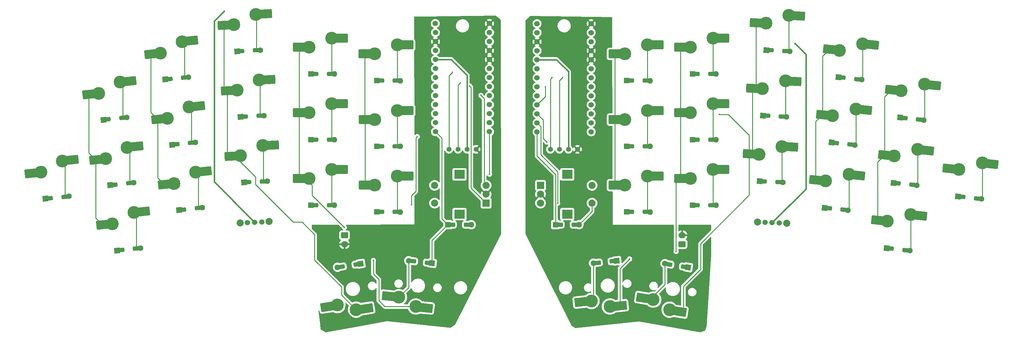
<source format=gbl>
%TF.GenerationSoftware,KiCad,Pcbnew,7.0.9*%
%TF.CreationDate,2024-02-19T09:25:44+08:00*%
%TF.ProjectId,ascend,61736365-6e64-42e6-9b69-6361645f7063,v1.2*%
%TF.SameCoordinates,Original*%
%TF.FileFunction,Copper,L2,Bot*%
%TF.FilePolarity,Positive*%
%FSLAX46Y46*%
G04 Gerber Fmt 4.6, Leading zero omitted, Abs format (unit mm)*
G04 Created by KiCad (PCBNEW 7.0.9) date 2024-02-19 09:25:44*
%MOMM*%
%LPD*%
G01*
G04 APERTURE LIST*
G04 Aperture macros list*
%AMRoundRect*
0 Rectangle with rounded corners*
0 $1 Rounding radius*
0 $2 $3 $4 $5 $6 $7 $8 $9 X,Y pos of 4 corners*
0 Add a 4 corners polygon primitive as box body*
4,1,4,$2,$3,$4,$5,$6,$7,$8,$9,$2,$3,0*
0 Add four circle primitives for the rounded corners*
1,1,$1+$1,$2,$3*
1,1,$1+$1,$4,$5*
1,1,$1+$1,$6,$7*
1,1,$1+$1,$8,$9*
0 Add four rect primitives between the rounded corners*
20,1,$1+$1,$2,$3,$4,$5,0*
20,1,$1+$1,$4,$5,$6,$7,0*
20,1,$1+$1,$6,$7,$8,$9,0*
20,1,$1+$1,$8,$9,$2,$3,0*%
%AMHorizOval*
0 Thick line with rounded ends*
0 $1 width*
0 $2 $3 position (X,Y) of the first rounded end (center of the circle)*
0 $4 $5 position (X,Y) of the second rounded end (center of the circle)*
0 Add line between two ends*
20,1,$1,$2,$3,$4,$5,0*
0 Add two circle primitives to create the rounded ends*
1,1,$1,$2,$3*
1,1,$1,$4,$5*%
%AMRotRect*
0 Rectangle, with rotation*
0 The origin of the aperture is its center*
0 $1 length*
0 $2 width*
0 $3 Rotation angle, in degrees counterclockwise*
0 Add horizontal line*
21,1,$1,$2,0,0,$3*%
G04 Aperture macros list end*
%TA.AperFunction,ComponentPad*%
%ADD10C,1.524000*%
%TD*%
%TA.AperFunction,SMDPad,CuDef*%
%ADD11RoundRect,0.300000X0.600000X0.300000X-0.600000X0.300000X-0.600000X-0.300000X0.600000X-0.300000X0*%
%TD*%
%TA.AperFunction,ComponentPad*%
%ADD12R,1.600000X1.600000*%
%TD*%
%TA.AperFunction,ComponentPad*%
%ADD13O,1.600000X1.600000*%
%TD*%
%TA.AperFunction,SMDPad,CuDef*%
%ADD14RoundRect,0.300000X0.700000X0.300000X-0.700000X0.300000X-0.700000X-0.300000X0.700000X-0.300000X0*%
%TD*%
%TA.AperFunction,ComponentPad*%
%ADD15RoundRect,0.250000X0.750000X-0.600000X0.750000X0.600000X-0.750000X0.600000X-0.750000X-0.600000X0*%
%TD*%
%TA.AperFunction,ComponentPad*%
%ADD16O,2.000000X1.700000*%
%TD*%
%TA.AperFunction,ComponentPad*%
%ADD17R,2.000000X2.000000*%
%TD*%
%TA.AperFunction,ComponentPad*%
%ADD18C,2.000000*%
%TD*%
%TA.AperFunction,ComponentPad*%
%ADD19R,3.000000X2.500000*%
%TD*%
%TA.AperFunction,SMDPad,CuDef*%
%ADD20RoundRect,0.250000X-1.621174X-0.835116X1.412117X-1.153928X1.621174X0.835116X-1.412117X1.153928X0*%
%TD*%
%TA.AperFunction,ComponentPad*%
%ADD21C,3.600000*%
%TD*%
%TA.AperFunction,SMDPad,CuDef*%
%ADD22RoundRect,0.250000X-1.470574X-1.078442X1.575246X-0.918817X1.470574X1.078442X-1.575246X0.918817X0*%
%TD*%
%TA.AperFunction,SMDPad,CuDef*%
%ADD23RoundRect,0.250000X-1.575246X-0.918817X1.470574X-1.078442X1.575246X0.918817X-1.470574X1.078442X0*%
%TD*%
%TA.AperFunction,SMDPad,CuDef*%
%ADD24RoundRect,0.300000X0.628072X0.235639X-0.565355X0.361074X-0.628072X-0.235639X0.565355X-0.361074X0*%
%TD*%
%TA.AperFunction,ComponentPad*%
%ADD25RotRect,1.600000X1.600000X174.000000*%
%TD*%
%TA.AperFunction,ComponentPad*%
%ADD26HorizOval,1.600000X0.000000X0.000000X0.000000X0.000000X0*%
%TD*%
%TA.AperFunction,SMDPad,CuDef*%
%ADD27RoundRect,0.300000X0.727524X0.225187X-0.664807X0.371526X-0.727524X-0.225187X0.664807X-0.371526X0*%
%TD*%
%TA.AperFunction,SMDPad,CuDef*%
%ADD28RoundRect,0.300000X0.614879X0.268187X-0.583477X0.330990X-0.614879X-0.268187X0.583477X-0.330990X0*%
%TD*%
%TA.AperFunction,ComponentPad*%
%ADD29RotRect,1.600000X1.600000X177.000000*%
%TD*%
%TA.AperFunction,ComponentPad*%
%ADD30HorizOval,1.600000X0.000000X0.000000X0.000000X0.000000X0*%
%TD*%
%TA.AperFunction,SMDPad,CuDef*%
%ADD31RoundRect,0.300000X0.714741X0.262954X-0.683340X0.336224X-0.714741X-0.262954X0.683340X-0.336224X0*%
%TD*%
%TA.AperFunction,ComponentPad*%
%ADD32C,1.500000*%
%TD*%
%TA.AperFunction,SMDPad,CuDef*%
%ADD33RoundRect,0.250000X1.810812X0.725661X-1.497944X1.249716X-1.810812X-0.725661X1.497944X-1.249716X0*%
%TD*%
%TA.AperFunction,SMDPad,CuDef*%
%ADD34RoundRect,0.300000X0.565355X0.361074X-0.628072X0.235639X-0.565355X-0.361074X0.628072X-0.235639X0*%
%TD*%
%TA.AperFunction,ComponentPad*%
%ADD35RotRect,1.600000X1.600000X186.000000*%
%TD*%
%TA.AperFunction,ComponentPad*%
%ADD36HorizOval,1.600000X0.000000X0.000000X0.000000X0.000000X0*%
%TD*%
%TA.AperFunction,SMDPad,CuDef*%
%ADD37RoundRect,0.300000X0.664807X0.371526X-0.727524X0.225187X-0.664807X-0.371526X0.727524X-0.225187X0*%
%TD*%
%TA.AperFunction,SMDPad,CuDef*%
%ADD38RoundRect,0.250000X-1.412117X-1.153928X1.621174X-0.835116X1.412117X1.153928X-1.621174X0.835116X0*%
%TD*%
%TA.AperFunction,ComponentPad*%
%ADD39RoundRect,0.250000X-0.750000X0.600000X-0.750000X-0.600000X0.750000X-0.600000X0.750000X0.600000X0*%
%TD*%
%TA.AperFunction,SMDPad,CuDef*%
%ADD40RoundRect,0.250000X-1.525000X-1.000000X1.525000X-1.000000X1.525000X1.000000X-1.525000X1.000000X0*%
%TD*%
%TA.AperFunction,SMDPad,CuDef*%
%ADD41RoundRect,0.300000X0.583477X0.330990X-0.614879X0.268187X-0.583477X-0.330990X0.614879X-0.268187X0*%
%TD*%
%TA.AperFunction,ComponentPad*%
%ADD42RotRect,1.600000X1.600000X183.000000*%
%TD*%
%TA.AperFunction,ComponentPad*%
%ADD43HorizOval,1.600000X0.000000X0.000000X0.000000X0.000000X0*%
%TD*%
%TA.AperFunction,SMDPad,CuDef*%
%ADD44RoundRect,0.300000X0.683340X0.336224X-0.714741X0.262954X-0.683340X-0.336224X0.714741X-0.262954X0*%
%TD*%
%TA.AperFunction,SMDPad,CuDef*%
%ADD45RoundRect,0.300000X-0.639543X-0.202446X0.545683X-0.390167X0.639543X0.202446X-0.545683X0.390167X0*%
%TD*%
%TA.AperFunction,ComponentPad*%
%ADD46RotRect,1.600000X1.600000X351.000000*%
%TD*%
%TA.AperFunction,ComponentPad*%
%ADD47HorizOval,1.600000X0.000000X0.000000X0.000000X0.000000X0*%
%TD*%
%TA.AperFunction,SMDPad,CuDef*%
%ADD48RoundRect,0.300000X-0.738312X-0.186802X0.644451X-0.405811X0.738312X0.186802X-0.644451X0.405811X0*%
%TD*%
%TA.AperFunction,ComponentPad*%
%ADD49C,1.397000*%
%TD*%
%TA.AperFunction,SMDPad,CuDef*%
%ADD50RoundRect,0.300000X-0.565355X-0.361074X0.628072X-0.235639X0.565355X0.361074X-0.628072X0.235639X0*%
%TD*%
%TA.AperFunction,ComponentPad*%
%ADD51RotRect,1.600000X1.600000X6.000000*%
%TD*%
%TA.AperFunction,ComponentPad*%
%ADD52HorizOval,1.600000X0.000000X0.000000X0.000000X0.000000X0*%
%TD*%
%TA.AperFunction,SMDPad,CuDef*%
%ADD53RoundRect,0.300000X-0.664807X-0.371526X0.727524X-0.225187X0.664807X0.371526X-0.727524X0.225187X0*%
%TD*%
%TA.AperFunction,SMDPad,CuDef*%
%ADD54RoundRect,0.250000X1.497944X1.249716X-1.810812X0.725661X-1.497944X-1.249716X1.810812X-0.725661X0*%
%TD*%
%TA.AperFunction,SMDPad,CuDef*%
%ADD55RoundRect,0.250000X1.770353X0.819437X-1.561296X1.169607X-1.770353X-0.819437X1.561296X-1.169607X0*%
%TD*%
%TA.AperFunction,SMDPad,CuDef*%
%ADD56RoundRect,0.250000X1.561296X1.169607X-1.770353X0.819437X-1.561296X-1.169607X1.770353X-0.819437X0*%
%TD*%
%TA.AperFunction,SMDPad,CuDef*%
%ADD57RoundRect,0.300000X-0.628072X-0.235639X0.565355X-0.361074X0.628072X0.235639X-0.565355X0.361074X0*%
%TD*%
%TA.AperFunction,ComponentPad*%
%ADD58RotRect,1.600000X1.600000X354.000000*%
%TD*%
%TA.AperFunction,ComponentPad*%
%ADD59HorizOval,1.600000X0.000000X0.000000X0.000000X0.000000X0*%
%TD*%
%TA.AperFunction,SMDPad,CuDef*%
%ADD60RoundRect,0.300000X-0.727524X-0.225187X0.664807X-0.371526X0.727524X0.225187X-0.664807X0.371526X0*%
%TD*%
%TA.AperFunction,SMDPad,CuDef*%
%ADD61RoundRect,0.300000X-0.545683X-0.390167X0.639543X-0.202446X0.545683X0.390167X-0.639543X0.202446X0*%
%TD*%
%TA.AperFunction,ComponentPad*%
%ADD62RotRect,1.600000X1.600000X9.000000*%
%TD*%
%TA.AperFunction,ComponentPad*%
%ADD63HorizOval,1.600000X0.000000X0.000000X0.000000X0.000000X0*%
%TD*%
%TA.AperFunction,SMDPad,CuDef*%
%ADD64RoundRect,0.300000X-0.644451X-0.405811X0.738312X-0.186802X0.644451X0.405811X-0.738312X0.186802X0*%
%TD*%
%TA.AperFunction,ViaPad*%
%ADD65C,0.457200*%
%TD*%
%TA.AperFunction,Conductor*%
%ADD66C,0.254000*%
%TD*%
%TA.AperFunction,Conductor*%
%ADD67C,0.400000*%
%TD*%
G04 APERTURE END LIST*
D10*
%TO.P,Pro_Micro_nRF58240_flip2,1,TX0/P0.06*%
%TO.N,unconnected-(Pro_Micro_nRF58240_flip2-TX0{slash}P0.06-Pad1)*%
X241197285Y-109069257D03*
%TO.P,Pro_Micro_nRF58240_flip2,2,RX1/P0.08*%
%TO.N,unconnected-(Pro_Micro_nRF58240_flip2-RX1{slash}P0.08-Pad2)*%
X241197285Y-111609257D03*
%TO.P,Pro_Micro_nRF58240_flip2,3,GND*%
%TO.N,GND_r*%
X241197285Y-114149257D03*
%TO.P,Pro_Micro_nRF58240_flip2,4,GND*%
X241197285Y-116689257D03*
%TO.P,Pro_Micro_nRF58240_flip2,5,P0.17*%
%TO.N,SDA_r*%
X241197285Y-119229257D03*
%TO.P,Pro_Micro_nRF58240_flip2,6,P0.20*%
%TO.N,SCL_r*%
X241197285Y-121769257D03*
%TO.P,Pro_Micro_nRF58240_flip2,7,P0.22*%
%TO.N,unconnected-(Pro_Micro_nRF58240_flip2-P0.22-Pad7)*%
X241197285Y-124309257D03*
%TO.P,Pro_Micro_nRF58240_flip2,8,P0.24*%
%TO.N,Col 0_r*%
X241197285Y-126849257D03*
%TO.P,Pro_Micro_nRF58240_flip2,9,P1.00*%
%TO.N,Col 1_r*%
X241197285Y-129389257D03*
%TO.P,Pro_Micro_nRF58240_flip2,10,P0.11*%
%TO.N,Col 2_r*%
X241197285Y-131929257D03*
%TO.P,Pro_Micro_nRF58240_flip2,11,P1.04*%
%TO.N,Col 3_r*%
X241197285Y-134469257D03*
%TO.P,Pro_Micro_nRF58240_flip2,12,P1.06*%
%TO.N,Col 4_r*%
X241197285Y-137009257D03*
%TO.P,Pro_Micro_nRF58240_flip2,13,NFC1/P0.09*%
%TO.N,Row 3_r*%
X225977285Y-137009257D03*
%TO.P,Pro_Micro_nRF58240_flip2,14,NFC2/P0.10*%
%TO.N,Row 2_r*%
X225977285Y-134469257D03*
%TO.P,Pro_Micro_nRF58240_flip2,15,P1.11*%
%TO.N,Row 1_r*%
X225977285Y-131929257D03*
%TO.P,Pro_Micro_nRF58240_flip2,16,P1.13*%
%TO.N,Row 0_r*%
X225977285Y-129389257D03*
%TO.P,Pro_Micro_nRF58240_flip2,17,P1.15*%
%TO.N,unconnected-(Pro_Micro_nRF58240_flip2-P1.15-Pad17)*%
X225977285Y-126849257D03*
%TO.P,Pro_Micro_nRF58240_flip2,18,AIN0/P0.02*%
%TO.N,EC_B_r*%
X225977285Y-124309257D03*
%TO.P,Pro_Micro_nRF58240_flip2,19,AIN5/P0.29*%
%TO.N,EC_A_r*%
X225977285Y-121769257D03*
%TO.P,Pro_Micro_nRF58240_flip2,20,AIN7/P0.31*%
%TO.N,unconnected-(Pro_Micro_nRF58240_flip2-AIN7{slash}P0.31-Pad20)*%
X225977285Y-119229257D03*
%TO.P,Pro_Micro_nRF58240_flip2,21,VCC*%
%TO.N,Vout(3.3V)_r*%
X225977285Y-116689257D03*
%TO.P,Pro_Micro_nRF58240_flip2,22,RST*%
%TO.N,unconnected-(Pro_Micro_nRF58240_flip2-RST-Pad22)*%
X225977285Y-114149257D03*
%TO.P,Pro_Micro_nRF58240_flip2,23,GND*%
%TO.N,GND_r*%
X225977285Y-111609257D03*
%TO.P,Pro_Micro_nRF58240_flip2,24,BATIN/P0.04*%
%TO.N,RAW_r*%
X225977285Y-109069257D03*
%TO.P,Pro_Micro_nRF58240_flip2,25,GND*%
%TO.N,GND_r*%
X241197285Y-106529257D03*
%TO.P,Pro_Micro_nRF58240_flip2,26,BATIN*%
%TO.N,unconnected-(Pro_Micro_nRF58240_flip2-BATIN-Pad26)*%
X225957285Y-106529257D03*
%TD*%
%TO.P,Pro_Micro_nRF58240_flip1,1,TX0/P0.06*%
%TO.N,unconnected-(Pro_Micro_nRF58240_flip1-TX0{slash}P0.06-Pad1)*%
X212597285Y-109044257D03*
%TO.P,Pro_Micro_nRF58240_flip1,2,RX1/P0.08*%
%TO.N,unconnected-(Pro_Micro_nRF58240_flip1-RX1{slash}P0.08-Pad2)*%
X212597285Y-111584257D03*
%TO.P,Pro_Micro_nRF58240_flip1,3,GND*%
%TO.N,GND_l*%
X212597285Y-114124257D03*
%TO.P,Pro_Micro_nRF58240_flip1,4,GND*%
X212597285Y-116664257D03*
%TO.P,Pro_Micro_nRF58240_flip1,5,P0.17*%
%TO.N,SDA_l*%
X212597285Y-119204257D03*
%TO.P,Pro_Micro_nRF58240_flip1,6,P0.20*%
%TO.N,SCL_l*%
X212597285Y-121744257D03*
%TO.P,Pro_Micro_nRF58240_flip1,7,P0.22*%
%TO.N,unconnected-(Pro_Micro_nRF58240_flip1-P0.22-Pad7)*%
X212597285Y-124284257D03*
%TO.P,Pro_Micro_nRF58240_flip1,8,P0.24*%
%TO.N,Col 0_l*%
X212597285Y-126824257D03*
%TO.P,Pro_Micro_nRF58240_flip1,9,P1.00*%
%TO.N,Col 1_l*%
X212597285Y-129364257D03*
%TO.P,Pro_Micro_nRF58240_flip1,10,P0.11*%
%TO.N,Col 2_l*%
X212597285Y-131904257D03*
%TO.P,Pro_Micro_nRF58240_flip1,11,P1.04*%
%TO.N,Col 3_l*%
X212597285Y-134444257D03*
%TO.P,Pro_Micro_nRF58240_flip1,12,P1.06*%
%TO.N,Col 4_l*%
X212597285Y-136984257D03*
%TO.P,Pro_Micro_nRF58240_flip1,13,NFC1/P0.09*%
%TO.N,Row 3_l*%
X197377285Y-136984257D03*
%TO.P,Pro_Micro_nRF58240_flip1,14,NFC2/P0.10*%
%TO.N,Row 2_l*%
X197377285Y-134444257D03*
%TO.P,Pro_Micro_nRF58240_flip1,15,P1.11*%
%TO.N,Row 1_l*%
X197377285Y-131904257D03*
%TO.P,Pro_Micro_nRF58240_flip1,16,P1.13*%
%TO.N,Row 0_l*%
X197377285Y-129364257D03*
%TO.P,Pro_Micro_nRF58240_flip1,17,P1.15*%
%TO.N,unconnected-(Pro_Micro_nRF58240_flip1-P1.15-Pad17)*%
X197377285Y-126824257D03*
%TO.P,Pro_Micro_nRF58240_flip1,18,AIN0/P0.02*%
%TO.N,EC_B_l*%
X197377285Y-124284257D03*
%TO.P,Pro_Micro_nRF58240_flip1,19,AIN5/P0.29*%
%TO.N,EC_A_l*%
X197377285Y-121744257D03*
%TO.P,Pro_Micro_nRF58240_flip1,20,AIN7/P0.31*%
%TO.N,unconnected-(Pro_Micro_nRF58240_flip1-AIN7{slash}P0.31-Pad20)*%
X197377285Y-119204257D03*
%TO.P,Pro_Micro_nRF58240_flip1,21,VCC*%
%TO.N,Vout(3.3V)_l*%
X197377285Y-116664257D03*
%TO.P,Pro_Micro_nRF58240_flip1,22,RST*%
%TO.N,unconnected-(Pro_Micro_nRF58240_flip1-RST-Pad22)*%
X197377285Y-114124257D03*
%TO.P,Pro_Micro_nRF58240_flip1,23,GND*%
%TO.N,GND_l*%
X197377285Y-111584257D03*
%TO.P,Pro_Micro_nRF58240_flip1,24,BATIN/P0.04*%
%TO.N,RAW_l*%
X197377285Y-109044257D03*
%TO.P,Pro_Micro_nRF58240_flip1,25,GND*%
%TO.N,GND_l*%
X212597285Y-106504257D03*
%TO.P,Pro_Micro_nRF58240_flip1,26,BATIN*%
%TO.N,unconnected-(Pro_Micro_nRF58240_flip1-BATIN-Pad26)*%
X197357285Y-106504257D03*
%TD*%
D11*
%TO.P,D5_r1,1,K*%
%TO.N,Row 0_r*%
X270845885Y-120702257D03*
D12*
X269685885Y-120702257D03*
D13*
%TO.P,D5_r1,2,A*%
%TO.N,Net-(D5_r1-A)*%
X276270885Y-120722257D03*
D14*
X275145885Y-120702257D03*
%TD*%
D15*
%TO.P,BT2,1,+*%
%TO.N,Battery_Vin_r*%
X266785885Y-168672257D03*
D16*
%TO.P,BT2,2,-*%
%TO.N,GND_r*%
X266785885Y-166172257D03*
%TD*%
D11*
%TO.P,D12,1,K*%
%TO.N,Row 1_l*%
X163545885Y-139202257D03*
D12*
X162385885Y-139202257D03*
D13*
%TO.P,D12,2,A*%
%TO.N,Net-(D12-A)*%
X168970885Y-139222257D03*
D14*
X167845885Y-139202257D03*
%TD*%
D17*
%TO.P,SW2,A,A*%
%TO.N,EC_B_r*%
X226946385Y-152102257D03*
D18*
%TO.P,SW2,B,B*%
%TO.N,EC_A_r*%
X226946385Y-157102257D03*
%TO.P,SW2,C,C*%
%TO.N,GND_r*%
X226946385Y-154602257D03*
D19*
%TO.P,SW2,MP*%
%TO.N,N/C*%
X234446385Y-149002257D03*
X234446385Y-160202257D03*
D18*
%TO.P,SW2,S1,S1*%
%TO.N,Col 0_r*%
X241446385Y-152102257D03*
%TO.P,SW2,S2,S2*%
%TO.N,Net-(D20-A)*%
X241446385Y-157102257D03*
%TD*%
D20*
%TO.P,S16_r1,1,1*%
%TO.N,Col 4_r*%
X323706776Y-143560358D03*
D21*
X326466574Y-143850425D03*
%TO.P,S16_r1,2,2*%
%TO.N,Net-(D16_r1-A)*%
X333047290Y-141988095D03*
D20*
X335812061Y-142278684D03*
%TD*%
D22*
%TO.P,S10,1,1*%
%TO.N,Col 2_l*%
X139806104Y-143906659D03*
D21*
X142577301Y-143761427D03*
%TO.P,S10,2,2*%
%TO.N,Net-(D10-A)*%
X148785665Y-140892575D03*
D22*
X151561855Y-140747081D03*
%TD*%
D11*
%TO.P,D13,1,K*%
%TO.N,Row 2_l*%
X163545885Y-157702257D03*
D12*
X162385885Y-157702257D03*
D13*
%TO.P,D13,2,A*%
%TO.N,Net-(D13-A)*%
X168970885Y-157722257D03*
D14*
X167845885Y-157702257D03*
%TD*%
D23*
%TO.P,S10_r1,1,1*%
%TO.N,Col 2_r*%
X286598771Y-124745270D03*
D21*
X289369968Y-124890502D03*
%TO.P,S10_r1,2,2*%
%TO.N,Net-(D10_r1-A)*%
X295844199Y-122686316D03*
D23*
X298620389Y-122831810D03*
%TD*%
D24*
%TO.P,D18_r1,1,K*%
%TO.N,Row 3_r*%
X345579111Y-155351233D03*
D25*
X344425466Y-155229980D03*
D26*
%TO.P,D18_r1,2,A*%
%TO.N,Net-(D18_r1-A)*%
X350972302Y-155938191D03*
D27*
X349855555Y-155800706D03*
%TD*%
D28*
%TO.P,D10_r1,1,K*%
%TO.N,Row 1_r*%
X290683012Y-132509662D03*
D29*
X289524602Y-132448953D03*
D30*
%TO.P,D10_r1,2,A*%
%TO.N,Net-(D10_r1-A)*%
X296099530Y-132813558D03*
D31*
X294977119Y-132734707D03*
%TD*%
D18*
%TO.P,5feet_power2,*%
%TO.N,*%
X287977500Y-162464727D03*
X296169696Y-162822405D03*
D32*
%TO.P,5feet_power2,1*%
%TO.N,unconnected-(5feet_power2-Pad1)*%
X290075502Y-162556327D03*
%TO.P,5feet_power2,2*%
%TO.N,RAW_r*%
X292073598Y-162643566D03*
%TO.P,5feet_power2,3*%
%TO.N,Battery_Vin_r*%
X294071694Y-162730805D03*
%TD*%
D24*
%TO.P,D12_r1,1,K*%
%TO.N,Row 0_r*%
X311907201Y-121747474D03*
D25*
X310753556Y-121626221D03*
D26*
%TO.P,D12_r1,2,A*%
%TO.N,Net-(D12_r1-A)*%
X317300392Y-122334432D03*
D27*
X316183645Y-122196947D03*
%TD*%
D33*
%TO.P,S8_r1,1,1*%
%TO.N,Col 2_r*%
X266056373Y-187691436D03*
D21*
X263257105Y-187146829D03*
%TO.P,S8_r1,2,2*%
%TO.N,Net-(D8_r1-A)*%
X258647175Y-184290511D03*
D33*
X255832264Y-183844673D03*
%TD*%
D28*
%TO.P,D9_r1,1,K*%
%TO.N,Row 0_r*%
X291651226Y-114035016D03*
D29*
X290492816Y-113974307D03*
D30*
%TO.P,D9_r1,2,A*%
%TO.N,Net-(D9_r1-A)*%
X297067744Y-114338912D03*
D31*
X295945333Y-114260061D03*
%TD*%
D34*
%TO.P,D3,1,K*%
%TO.N,Row 1_l*%
X107063894Y-151925361D03*
D35*
X105910249Y-152046614D03*
D36*
%TO.P,D3,2,A*%
%TO.N,Net-(D3-A)*%
X112461266Y-151378184D03*
D37*
X111340338Y-151475888D03*
%TD*%
D11*
%TO.P,D1_r1,1,K*%
%TO.N,Row 0_r*%
X252345885Y-122602257D03*
D12*
X251185885Y-122602257D03*
D13*
%TO.P,D1_r1,2,A*%
%TO.N,Net-(D1_r1-A)*%
X257770885Y-122622257D03*
D14*
X256645885Y-122602257D03*
%TD*%
D38*
%TO.P,S5,1,1*%
%TO.N,Col 1_l*%
X117287177Y-115115087D03*
D21*
X120046975Y-114825021D03*
%TO.P,S5,2,2*%
%TO.N,Net-(D5-A)*%
X126096687Y-111635179D03*
D38*
X128861458Y-111344590D03*
%TD*%
D39*
%TO.P,BT1,1,+*%
%TO.N,Battery_Vin_l*%
X171805885Y-166172257D03*
D16*
%TO.P,BT1,2,-*%
%TO.N,GND_l*%
X171805885Y-168672257D03*
%TD*%
D40*
%TO.P,S7_r1,1,1*%
%TO.N,Col 1_r*%
X266360885Y-150162257D03*
D21*
X269135885Y-150162257D03*
%TO.P,S7_r1,2,2*%
%TO.N,Net-(D7_r1-A)*%
X275485885Y-147622257D03*
D40*
X278265885Y-147622257D03*
%TD*%
D20*
%TO.P,S13_r1,1,1*%
%TO.N,Col 3_r*%
X306301139Y-132178624D03*
D21*
X309060937Y-132468691D03*
%TO.P,S13_r1,2,2*%
%TO.N,Net-(D13_r1-A)*%
X315641653Y-130606361D03*
D20*
X318406424Y-130896950D03*
%TD*%
D41*
%TO.P,D8,1,K*%
%TO.N,Row 0_l*%
X142743141Y-114252304D03*
D42*
X141584731Y-114313013D03*
D43*
%TO.P,D8,2,A*%
%TO.N,Net-(D8-A)*%
X148161753Y-113988354D03*
D44*
X147037248Y-114027259D03*
%TD*%
D23*
%TO.P,S9_r1,1,1*%
%TO.N,Col 2_r*%
X287566988Y-106270623D03*
D21*
X290338185Y-106415855D03*
%TO.P,S9_r1,2,2*%
%TO.N,Net-(D9_r1-A)*%
X296812416Y-104211669D03*
D23*
X299588606Y-104357163D03*
%TD*%
D38*
%TO.P,S7,1,1*%
%TO.N,Col 1_l*%
X121099778Y-151867898D03*
D21*
X123859576Y-151577832D03*
%TO.P,S7,2,2*%
%TO.N,Net-(D7-A)*%
X129909288Y-148387990D03*
D38*
X132674059Y-148097401D03*
%TD*%
D40*
%TO.P,S13,1,1*%
%TO.N,Col 3_l*%
X159060885Y-150162257D03*
D21*
X161835885Y-150162257D03*
%TO.P,S13,2,2*%
%TO.N,Net-(D13-A)*%
X168185885Y-147622257D03*
D40*
X170965885Y-147622257D03*
%TD*%
D45*
%TO.P,D8_r1,1,K*%
%TO.N,Row 3_r*%
X267302325Y-175030468D03*
D46*
X268448043Y-175211932D03*
D47*
%TO.P,D8_r1,2,A*%
%TO.N,Net-(D8_r1-A)*%
X261947244Y-174162058D03*
D48*
X263055265Y-174357800D03*
%TD*%
D44*
%TO.P,D10,2,A*%
%TO.N,Net-(D10-A)*%
X148973679Y-150976554D03*
D43*
X150098184Y-150937649D03*
D42*
%TO.P,D10,1,K*%
%TO.N,Row 2_l*%
X143521162Y-151262308D03*
D41*
X144679572Y-151201599D03*
%TD*%
%TO.P,D9,1,K*%
%TO.N,Row 1_l*%
X143711359Y-132726951D03*
D42*
X142552949Y-132787660D03*
D43*
%TO.P,D9,2,A*%
%TO.N,Net-(D9-A)*%
X149129971Y-132463001D03*
D44*
X148005466Y-132501906D03*
%TD*%
D34*
%TO.P,D7,1,K*%
%TO.N,Row 2_l*%
X126403306Y-158942284D03*
D35*
X125249661Y-159063537D03*
D36*
%TO.P,D7,2,A*%
%TO.N,Net-(D7-A)*%
X131800678Y-158395107D03*
D37*
X130679750Y-158492811D03*
%TD*%
D11*
%TO.P,D3_r1,1,K*%
%TO.N,Row 2_r*%
X252345885Y-159602257D03*
D12*
X251185885Y-159602257D03*
D13*
%TO.P,D3_r1,2,A*%
%TO.N,Net-(D3_r1-A)*%
X257770885Y-159622257D03*
D14*
X256645885Y-159602257D03*
%TD*%
D11*
%TO.P,D20,1,K*%
%TO.N,Row 3_r*%
X232346385Y-163174757D03*
D12*
X231186385Y-163174757D03*
D13*
%TO.P,D20,2,A*%
%TO.N,Net-(D20-A)*%
X237771385Y-163194757D03*
D14*
X236646385Y-163174757D03*
%TD*%
D40*
%TO.P,S16,1,1*%
%TO.N,Col 4_l*%
X177560885Y-133562257D03*
D21*
X180335885Y-133562257D03*
%TO.P,S16,2,2*%
%TO.N,Net-(D16-A)*%
X186685885Y-131022257D03*
D40*
X189465885Y-131022257D03*
%TD*%
D49*
%TO.P,OL2,1,SDA*%
%TO.N,SDA_r*%
X229714504Y-141943686D03*
%TO.P,OL2,2,SCL*%
%TO.N,SCL_r*%
X232254504Y-141943686D03*
%TO.P,OL2,3,VCC*%
%TO.N,Vout(3.3V)_r*%
X234794504Y-141943686D03*
%TO.P,OL2,4,GND*%
%TO.N,GND_r*%
X237334504Y-141943686D03*
%TD*%
D40*
%TO.P,S12,1,1*%
%TO.N,Col 3_l*%
X159060885Y-131662257D03*
D21*
X161835885Y-131662257D03*
%TO.P,S12,2,2*%
%TO.N,Net-(D12-A)*%
X168185885Y-129122257D03*
D40*
X170965885Y-129122257D03*
%TD*%
D38*
%TO.P,S6,1,1*%
%TO.N,Col 1_l*%
X119220955Y-133513742D03*
D21*
X121980753Y-133223676D03*
%TO.P,S6,2,2*%
%TO.N,Net-(D6-A)*%
X128030465Y-130033834D03*
D38*
X130795236Y-129743245D03*
%TD*%
D11*
%TO.P,D16,1,K*%
%TO.N,Row 1_l*%
X182045885Y-141102257D03*
D12*
X180885885Y-141102257D03*
D13*
%TO.P,D16,2,A*%
%TO.N,Net-(D16-A)*%
X187470885Y-141122257D03*
D14*
X186345885Y-141102257D03*
%TD*%
D50*
%TO.P,D4_r1,1,K*%
%TO.N,Row 3_r*%
X247242123Y-173482509D03*
D51*
X248395768Y-173361256D03*
D52*
%TO.P,D4_r1,2,A*%
%TO.N,Net-(D4_r1-A)*%
X241844751Y-174029686D03*
D53*
X242965679Y-173931982D03*
%TD*%
D34*
%TO.P,D4,1,K*%
%TO.N,Row 2_l*%
X108997672Y-170324017D03*
D35*
X107844027Y-170445270D03*
D36*
%TO.P,D4,2,A*%
%TO.N,Net-(D4-A)*%
X114395044Y-169776840D03*
D37*
X113274116Y-169874544D03*
%TD*%
D54*
%TO.P,S14,1,1*%
%TO.N,Col 2_l*%
X177910757Y-186788332D03*
D21*
X175080201Y-187135401D03*
%TO.P,S14,2,2*%
%TO.N,Net-(D14-A)*%
X169813247Y-185843428D03*
D54*
X166998335Y-186289266D03*
%TD*%
D34*
%TO.P,D2,1,K*%
%TO.N,Row 0_l*%
X105130119Y-133526706D03*
D35*
X103976474Y-133647959D03*
D36*
%TO.P,D2,2,A*%
%TO.N,Net-(D2-A)*%
X110527491Y-132979529D03*
D37*
X109406563Y-133077233D03*
%TD*%
D24*
%TO.P,D14_r1,1,K*%
%TO.N,Row 2_r*%
X308039648Y-158544784D03*
D25*
X306886003Y-158423531D03*
D26*
%TO.P,D14_r1,2,A*%
%TO.N,Net-(D14_r1-A)*%
X313432839Y-159131742D03*
D27*
X312316092Y-158994257D03*
%TD*%
D34*
%TO.P,D1,1,K*%
%TO.N,Row 3_l*%
X88863843Y-155748728D03*
D35*
X87710198Y-155869981D03*
D36*
%TO.P,D1,2,A*%
%TO.N,Net-(D1-A)*%
X94261215Y-155201551D03*
D37*
X93140287Y-155299255D03*
%TD*%
D40*
%TO.P,S1_r1,1,1*%
%TO.N,Col 0_r*%
X247860885Y-115062257D03*
D21*
X250635885Y-115062257D03*
%TO.P,S1_r1,2,2*%
%TO.N,Net-(D1_r1-A)*%
X256985885Y-112522257D03*
D40*
X259765885Y-112522257D03*
%TD*%
D38*
%TO.P,S1,1,1*%
%TO.N,Col 0_l*%
X83615268Y-148718847D03*
D21*
X86375066Y-148428781D03*
%TO.P,S1,2,2*%
%TO.N,Net-(D1-A)*%
X92424778Y-145238939D03*
D38*
X95189549Y-144948350D03*
%TD*%
D11*
%TO.P,D7_r1,1,K*%
%TO.N,Row 2_r*%
X270845885Y-157702257D03*
D12*
X269685885Y-157702257D03*
D13*
%TO.P,D7_r1,2,A*%
%TO.N,Net-(D7_r1-A)*%
X276270885Y-157722257D03*
D14*
X275145885Y-157702257D03*
%TD*%
D22*
%TO.P,S8,1,1*%
%TO.N,Col 2_l*%
X137869674Y-106957365D03*
D21*
X140640871Y-106812133D03*
%TO.P,S8,2,2*%
%TO.N,Net-(D8-A)*%
X146849235Y-103943281D03*
D22*
X149625425Y-103797787D03*
%TD*%
D55*
%TO.P,S18,1,1*%
%TO.N,Col 3_l*%
X194691175Y-186638162D03*
D21*
X191867240Y-186240804D03*
%TO.P,S18,2,2*%
%TO.N,Net-(D18-A)*%
X187114140Y-183629666D03*
D55*
X184279753Y-183331760D03*
%TD*%
D24*
%TO.P,D13_r1,1,K*%
%TO.N,Row 1_r*%
X309973427Y-140146129D03*
D25*
X308819782Y-140024876D03*
D26*
%TO.P,D13_r1,2,A*%
%TO.N,Net-(D13_r1-A)*%
X315366618Y-140733087D03*
D27*
X314249871Y-140595602D03*
%TD*%
D38*
%TO.P,S3,1,1*%
%TO.N,Col 0_l*%
X101815320Y-144895475D03*
D21*
X104575118Y-144605409D03*
%TO.P,S3,2,2*%
%TO.N,Net-(D3-A)*%
X110624830Y-141415567D03*
D38*
X113389601Y-141124978D03*
%TD*%
D11*
%TO.P,D6_r1,1,K*%
%TO.N,Row 1_r*%
X270845885Y-139202257D03*
D12*
X269685885Y-139202257D03*
D13*
%TO.P,D6_r1,2,A*%
%TO.N,Net-(D6_r1-A)*%
X276270885Y-139222257D03*
D14*
X275145885Y-139202257D03*
%TD*%
D17*
%TO.P,SW1,A,A*%
%TO.N,EC_A_l*%
X211645885Y-157102257D03*
D18*
%TO.P,SW1,B,B*%
%TO.N,EC_B_l*%
X211645885Y-152102257D03*
%TO.P,SW1,C,C*%
%TO.N,GND_l*%
X211645885Y-154602257D03*
D19*
%TO.P,SW1,MP*%
%TO.N,N/C*%
X204145885Y-160202257D03*
X204145885Y-149002257D03*
D18*
%TO.P,SW1,S1,S1*%
%TO.N,Net-(D19-A)*%
X197145885Y-157102257D03*
%TO.P,SW1,S2,S2*%
%TO.N,Col 4_l*%
X197145885Y-152102257D03*
%TD*%
D11*
%TO.P,D19,1,K*%
%TO.N,Row 3_l*%
X202045885Y-163174757D03*
D12*
X200885885Y-163174757D03*
D13*
%TO.P,D19,2,A*%
%TO.N,Net-(D19-A)*%
X207470885Y-163194757D03*
D14*
X206345885Y-163174757D03*
%TD*%
D20*
%TO.P,S17_r1,1,1*%
%TO.N,Col 4_r*%
X321750748Y-161931536D03*
D21*
X324510546Y-162221603D03*
%TO.P,S17_r1,2,2*%
%TO.N,Net-(D17_r1-A)*%
X331091262Y-160359273D03*
D20*
X333856033Y-160649862D03*
%TD*%
D34*
%TO.P,D6,1,K*%
%TO.N,Row 1_l*%
X124469530Y-140543627D03*
D35*
X123315885Y-140664880D03*
D36*
%TO.P,D6,2,A*%
%TO.N,Net-(D6-A)*%
X129866902Y-139996450D03*
D37*
X128745974Y-140094154D03*
%TD*%
D40*
%TO.P,S17,1,1*%
%TO.N,Col 4_l*%
X177560885Y-152062257D03*
D21*
X180335885Y-152062257D03*
%TO.P,S17,2,2*%
%TO.N,Net-(D17-A)*%
X186685885Y-149522257D03*
D40*
X189465885Y-149522257D03*
%TD*%
D20*
%TO.P,S18_r1,1,1*%
%TO.N,Col 4_r*%
X341884576Y-147356250D03*
D21*
X344644374Y-147646317D03*
%TO.P,S18_r1,2,2*%
%TO.N,Net-(D18_r1-A)*%
X351225090Y-145783987D03*
D20*
X353989861Y-146074576D03*
%TD*%
D24*
%TO.P,D16_r1,1,K*%
%TO.N,Row 1_r*%
X327379061Y-151527864D03*
D25*
X326225416Y-151406611D03*
D26*
%TO.P,D16_r1,2,A*%
%TO.N,Net-(D16_r1-A)*%
X332772252Y-152114822D03*
D27*
X331655505Y-151977337D03*
%TD*%
D40*
%TO.P,S6_r1,1,1*%
%TO.N,Col 1_r*%
X266360885Y-131662257D03*
D21*
X269135885Y-131662257D03*
%TO.P,S6_r1,2,2*%
%TO.N,Net-(D6_r1-A)*%
X275485885Y-129122257D03*
D40*
X278265885Y-129122257D03*
%TD*%
D23*
%TO.P,S11_r1,1,1*%
%TO.N,Col 2_r*%
X285630556Y-143219915D03*
D21*
X288401753Y-143365147D03*
%TO.P,S11_r1,2,2*%
%TO.N,Net-(D11_r1-A)*%
X294875984Y-141160961D03*
D23*
X297652174Y-141306455D03*
%TD*%
D40*
%TO.P,S5_r1,1,1*%
%TO.N,Col 1_r*%
X266360885Y-113162257D03*
D21*
X269135885Y-113162257D03*
%TO.P,S5_r1,2,2*%
%TO.N,Net-(D5_r1-A)*%
X275485885Y-110622257D03*
D40*
X278265885Y-110622257D03*
%TD*%
%TO.P,S3_r1,1,1*%
%TO.N,Col 0_r*%
X247860885Y-152062257D03*
D21*
X250635885Y-152062257D03*
%TO.P,S3_r1,2,2*%
%TO.N,Net-(D3_r1-A)*%
X256985885Y-149522257D03*
D40*
X259765885Y-149522257D03*
%TD*%
D22*
%TO.P,S9,1,1*%
%TO.N,Col 2_l*%
X138837890Y-125432011D03*
D21*
X141609087Y-125286779D03*
%TO.P,S9,2,2*%
%TO.N,Net-(D9-A)*%
X147817451Y-122417927D03*
D22*
X150593641Y-122272433D03*
%TD*%
D40*
%TO.P,S15,1,1*%
%TO.N,Col 4_l*%
X177510885Y-115062257D03*
D21*
X180285885Y-115062257D03*
%TO.P,S15,2,2*%
%TO.N,Net-(D15-A)*%
X186635885Y-112522257D03*
D40*
X189415885Y-112522257D03*
%TD*%
D20*
%TO.P,S15_r1,1,1*%
%TO.N,Col 4_r*%
X325640550Y-125161703D03*
D21*
X328400348Y-125451770D03*
%TO.P,S15_r1,2,2*%
%TO.N,Net-(D15_r1-A)*%
X334981064Y-123589440D03*
D20*
X337745835Y-123880029D03*
%TD*%
D18*
%TO.P,5feet_power1,*%
%TO.N,*%
X150611111Y-162312207D03*
X142418915Y-162669885D03*
D32*
%TO.P,5feet_power1,1*%
%TO.N,unconnected-(5feet_power1-Pad1)*%
X148513109Y-162403807D03*
%TO.P,5feet_power1,2*%
%TO.N,RAW_l*%
X146515013Y-162491046D03*
%TO.P,5feet_power1,3*%
%TO.N,Battery_Vin_l*%
X144516917Y-162578285D03*
%TD*%
D24*
%TO.P,D15_r1,1,K*%
%TO.N,Row 0_r*%
X329312836Y-133129209D03*
D25*
X328159191Y-133007956D03*
D26*
%TO.P,D15_r1,2,A*%
%TO.N,Net-(D15_r1-A)*%
X334706027Y-133716167D03*
D27*
X333589280Y-133578682D03*
%TD*%
D20*
%TO.P,S12_r1,1,1*%
%TO.N,Col 3_r*%
X308234918Y-113779968D03*
D21*
X310994716Y-114070035D03*
%TO.P,S12_r1,2,2*%
%TO.N,Net-(D12_r1-A)*%
X317575432Y-112207705D03*
D20*
X320340203Y-112498294D03*
%TD*%
D56*
%TO.P,S4_r1,1,1*%
%TO.N,Col 1_r*%
X249315528Y-186034542D03*
D21*
X246470688Y-186232996D03*
%TO.P,S4_r1,2,2*%
%TO.N,Net-(D4_r1-A)*%
X241278569Y-184667143D03*
D56*
X238444181Y-184965049D03*
%TD*%
D11*
%TO.P,D17,1,K*%
%TO.N,Row 2_l*%
X182045885Y-159602257D03*
D12*
X180885885Y-159602257D03*
D13*
%TO.P,D17,2,A*%
%TO.N,Net-(D17-A)*%
X187470885Y-159622257D03*
D14*
X186345885Y-159602257D03*
%TD*%
D57*
%TO.P,D18,1,K*%
%TO.N,Row 3_l*%
X195272797Y-173929342D03*
D58*
X196426442Y-174050595D03*
D59*
%TO.P,D18,2,A*%
%TO.N,Net-(D18-A)*%
X189879606Y-173342384D03*
D60*
X190996353Y-173479869D03*
%TD*%
D49*
%TO.P,OL1,1,SDA*%
%TO.N,SDA_l*%
X201204504Y-141943686D03*
%TO.P,OL1,2,SCL*%
%TO.N,SCL_l*%
X203744504Y-141943686D03*
%TO.P,OL1,3,VCC*%
%TO.N,Vout(3.3V)_l*%
X206284504Y-141943686D03*
%TO.P,OL1,4,GND*%
%TO.N,GND_l*%
X208824504Y-141943686D03*
%TD*%
D11*
%TO.P,D15,1,K*%
%TO.N,Row 0_l*%
X182045885Y-122602257D03*
D12*
X180885885Y-122602257D03*
D13*
%TO.P,D15,2,A*%
%TO.N,Net-(D15-A)*%
X187470885Y-122622257D03*
D14*
X186345885Y-122602257D03*
%TD*%
D11*
%TO.P,D2_r1,1,K*%
%TO.N,Row 1_r*%
X252345885Y-141102257D03*
D12*
X251185885Y-141102257D03*
D13*
%TO.P,D2_r1,2,A*%
%TO.N,Net-(D2_r1-A)*%
X257770885Y-141122257D03*
D14*
X256645885Y-141102257D03*
%TD*%
D40*
%TO.P,S2_r1,1,1*%
%TO.N,Col 0_r*%
X247860885Y-133562257D03*
D21*
X250635885Y-133562257D03*
%TO.P,S2_r1,2,2*%
%TO.N,Net-(D2_r1-A)*%
X256985885Y-131022257D03*
D40*
X259765885Y-131022257D03*
%TD*%
D38*
%TO.P,S2,1,1*%
%TO.N,Col 0_l*%
X99881542Y-126496820D03*
D21*
X102641340Y-126206754D03*
%TO.P,S2,2,2*%
%TO.N,Net-(D2-A)*%
X108691052Y-123016912D03*
D38*
X111455823Y-122726323D03*
%TD*%
D24*
%TO.P,D17_r1,1,K*%
%TO.N,Row 2_r*%
X325445283Y-169926517D03*
D25*
X324291638Y-169805264D03*
D26*
%TO.P,D17_r1,2,A*%
%TO.N,Net-(D17_r1-A)*%
X330838474Y-170513475D03*
D27*
X329721727Y-170375990D03*
%TD*%
D11*
%TO.P,D11,1,K*%
%TO.N,Row 0_l*%
X163545885Y-120702257D03*
D12*
X162385885Y-120702257D03*
D13*
%TO.P,D11,2,A*%
%TO.N,Net-(D11-A)*%
X168970885Y-120722257D03*
D14*
X167845885Y-120702257D03*
%TD*%
D34*
%TO.P,D5,1,K*%
%TO.N,Row 0_l*%
X122535753Y-122144973D03*
D35*
X121382108Y-122266226D03*
D36*
%TO.P,D5,2,A*%
%TO.N,Net-(D5-A)*%
X127933125Y-121597796D03*
D37*
X126812197Y-121695500D03*
%TD*%
D40*
%TO.P,S11,1,1*%
%TO.N,Col 3_l*%
X159060885Y-113162257D03*
D21*
X161835885Y-113162257D03*
%TO.P,S11,2,2*%
%TO.N,Net-(D11-A)*%
X168185885Y-110622257D03*
D40*
X170965885Y-110622257D03*
%TD*%
D20*
%TO.P,S14_r1,1,1*%
%TO.N,Col 3_r*%
X304367363Y-150577279D03*
D21*
X307127161Y-150867346D03*
%TO.P,S14_r1,2,2*%
%TO.N,Net-(D14_r1-A)*%
X313707877Y-149005016D03*
D20*
X316472648Y-149295605D03*
%TD*%
D61*
%TO.P,D14,1,K*%
%TO.N,Row 3_l*%
X175183273Y-174362017D03*
D62*
X176328991Y-174180553D03*
D63*
%TO.P,D14,2,A*%
%TO.N,Net-(D14-A)*%
X169821935Y-175190920D03*
D64*
X170936213Y-175034685D03*
%TD*%
D28*
%TO.P,D11_r1,1,K*%
%TO.N,Row 2_r*%
X289714795Y-150984308D03*
D29*
X288556385Y-150923599D03*
D30*
%TO.P,D11_r1,2,A*%
%TO.N,Net-(D11_r1-A)*%
X295131313Y-151288204D03*
D31*
X294008902Y-151209353D03*
%TD*%
D38*
%TO.P,S4,1,1*%
%TO.N,Col 0_l*%
X103743867Y-163244405D03*
D21*
X106503665Y-162954339D03*
%TO.P,S4,2,2*%
%TO.N,Net-(D4-A)*%
X112553377Y-159764497D03*
D38*
X115318148Y-159473908D03*
%TD*%
D65*
%TO.N,EC_B_l*%
X210205885Y-126752257D03*
%TO.N,EC_A_l*%
X206995885Y-124092257D03*
%TO.N,RAW_r*%
X298515885Y-112122257D03*
%TO.N,SCL_r*%
X233145885Y-121702257D03*
%TO.N,SDA_r*%
X230150885Y-121757257D03*
%TO.N,Row 1_r*%
X228705885Y-139902257D03*
%TO.N,Row 2_r*%
X231755885Y-157102257D03*
%TO.N,Row 0_r*%
X228285885Y-124362257D03*
%TO.N,Col 2_r*%
X277235885Y-132102257D03*
%TO.N,Col 1_r*%
X265075885Y-170722257D03*
X251995885Y-172852257D03*
%TO.N,Row 2_l*%
X192255885Y-138372257D03*
%TO.N,Col 3_l*%
X171785885Y-163972257D03*
X179925885Y-173282257D03*
%TO.N,RAW_l*%
X137955885Y-102982257D03*
%TO.N,SCL_l*%
X204375885Y-123212257D03*
%TO.N,SDA_l*%
X202105885Y-120302257D03*
%TO.N,Col 4_l*%
X212595885Y-148962257D03*
%TO.N,Row 2_l*%
X190625885Y-157502257D03*
%TD*%
D66*
%TO.N,EC_B_l*%
X211105885Y-151562257D02*
X211105885Y-127652257D01*
X211105885Y-127652257D02*
X210205885Y-126752257D01*
X211645885Y-152102257D02*
X211105885Y-151562257D01*
%TO.N,EC_A_l*%
X207375885Y-124472257D02*
X207375885Y-152832257D01*
X207375885Y-152832257D02*
X211645885Y-157102257D01*
X206995885Y-124092257D02*
X207375885Y-124472257D01*
D67*
%TO.N,RAW_r*%
X301605885Y-115182257D02*
X298545885Y-112122257D01*
X301605885Y-153111279D02*
X301605885Y-115182257D01*
X298545885Y-112122257D02*
X298515885Y-112122257D01*
X292073598Y-162643566D02*
X301605885Y-153111279D01*
%TO.N,Vout(3.3V)_l*%
X201817885Y-116664257D02*
X197377285Y-116664257D01*
X206284504Y-121130876D02*
X201817885Y-116664257D01*
X206284504Y-141943686D02*
X206284504Y-121130876D01*
%TO.N,Vout(3.3V)_r*%
X234794504Y-120040876D02*
X234794504Y-141943686D01*
X231442885Y-116689257D02*
X234794504Y-120040876D01*
X225977285Y-116689257D02*
X231442885Y-116689257D01*
D66*
%TO.N,SCL_r*%
X232254504Y-122593638D02*
X232254504Y-141943686D01*
X233145885Y-121702257D02*
X232254504Y-122593638D01*
%TO.N,SDA_r*%
X229714504Y-122193638D02*
X229714504Y-141943686D01*
X230150885Y-121757257D02*
X229714504Y-122193638D01*
%TO.N,SCL_l*%
X203744504Y-123843638D02*
X203744504Y-141943686D01*
X204375885Y-123212257D02*
X203744504Y-123843638D01*
%TO.N,SDA_l*%
X202105885Y-120302257D02*
X201204504Y-121203638D01*
X201204504Y-121203638D02*
X201204504Y-141943686D01*
%TO.N,Row 1_r*%
X227725885Y-138922257D02*
X227725885Y-133677857D01*
X228705885Y-139902257D02*
X227725885Y-138922257D01*
X227725885Y-133677857D02*
X225977285Y-131929257D01*
%TO.N,Row 2_r*%
X231755885Y-148262257D02*
X231755885Y-157102257D01*
X227085885Y-143592257D02*
X231755885Y-148262257D01*
X227018685Y-143525057D02*
X227085885Y-143592257D01*
X227018685Y-135510657D02*
X227018685Y-143525057D01*
X225977285Y-134469257D02*
X227018685Y-135510657D01*
%TO.N,Row 0_r*%
X228285885Y-127080657D02*
X228285885Y-124362257D01*
X225977285Y-129389257D02*
X228285885Y-127080657D01*
%TO.N,Col 2_r*%
X285630556Y-137946928D02*
X285630556Y-143219915D01*
X279785885Y-132102257D02*
X285630556Y-137946928D01*
X277235885Y-132102257D02*
X279785885Y-132102257D01*
X285630556Y-154857586D02*
X285630556Y-143219915D01*
X267148913Y-180549229D02*
X271975885Y-175722257D01*
X271975885Y-175722257D02*
X271975885Y-168512257D01*
X267148913Y-186598896D02*
X267148913Y-180549229D01*
X271975885Y-168512257D02*
X285630556Y-154857586D01*
X266056373Y-187691436D02*
X267148913Y-186598896D01*
%TO.N,Col 1_r*%
X265075885Y-151447257D02*
X266360885Y-150162257D01*
X249315528Y-175532614D02*
X251995885Y-172852257D01*
X265075885Y-170722257D02*
X265075885Y-151447257D01*
X249315528Y-186034542D02*
X249315528Y-175532614D01*
%TO.N,Row 3_r*%
X225955885Y-143792257D02*
X225977285Y-143770857D01*
X231186385Y-149022757D02*
X225955885Y-143792257D01*
X225977285Y-143770857D02*
X225977285Y-137009257D01*
X231186385Y-163174757D02*
X231186385Y-149022757D01*
%TO.N,Net-(D20-A)*%
X241446385Y-159519757D02*
X237771385Y-163194757D01*
X241446385Y-157102257D02*
X241446385Y-159519757D01*
%TO.N,Net-(D8_r1-A)*%
X261947244Y-180060898D02*
X258647175Y-183360967D01*
X261947244Y-174162058D02*
X261947244Y-180060898D01*
X258647175Y-183360967D02*
X258647175Y-184290511D01*
%TO.N,Net-(D4_r1-A)*%
X241844751Y-184100961D02*
X241278569Y-184667143D01*
X241844751Y-174029686D02*
X241844751Y-184100961D01*
%TO.N,Row 2_l*%
X191895885Y-138732257D02*
X192255885Y-138372257D01*
X191895885Y-139925657D02*
X191895885Y-138732257D01*
X191895885Y-153739257D02*
X191895885Y-139925657D01*
X190625885Y-155009257D02*
X191895885Y-153739257D01*
X190625885Y-157502257D02*
X190625885Y-155009257D01*
%TO.N,Col 3_l*%
X181455885Y-184562257D02*
X183134432Y-186240804D01*
X179925885Y-177112257D02*
X181455885Y-178642257D01*
X181455885Y-178642257D02*
X181455885Y-184562257D01*
X179925885Y-173282257D02*
X179925885Y-177112257D01*
X183134432Y-186240804D02*
X191867240Y-186240804D01*
X171765885Y-163972257D02*
X171785885Y-163972257D01*
X162725885Y-154932257D02*
X171765885Y-163972257D01*
%TO.N,Col 2_l*%
X170985885Y-180732257D02*
X170985885Y-183041085D01*
X163405885Y-165972257D02*
X163405885Y-173152257D01*
X159885885Y-162452257D02*
X163405885Y-165972257D01*
X170985885Y-183041085D02*
X175080201Y-187135401D01*
X163405885Y-173152257D02*
X170985885Y-180732257D01*
X157335885Y-162452257D02*
X159885885Y-162452257D01*
X146755885Y-149706660D02*
X146755885Y-151872257D01*
X146755885Y-151872257D02*
X157335885Y-162452257D01*
X142577301Y-145528076D02*
X146755885Y-149706660D01*
X142577301Y-143761427D02*
X142577301Y-145528076D01*
D67*
%TO.N,RAW_l*%
X135145885Y-151121918D02*
X135145885Y-105792257D01*
X135145885Y-105792257D02*
X137955885Y-102982257D01*
X146515013Y-162491046D02*
X135145885Y-151121918D01*
D66*
%TO.N,Row 3_l*%
X199205885Y-138812857D02*
X197377285Y-136984257D01*
X199205885Y-161494757D02*
X199205885Y-138812857D01*
X200885885Y-163174757D02*
X199205885Y-161494757D01*
%TO.N,Col 4_l*%
X212597285Y-148960857D02*
X212597285Y-136984257D01*
X212595885Y-148962257D02*
X212597285Y-148960857D01*
%TO.N,Row 3_l*%
X196426442Y-167634200D02*
X200885885Y-163174757D01*
X196426442Y-174050595D02*
X196426442Y-167634200D01*
%TO.N,Col 3_l*%
X162725885Y-152052257D02*
X162725885Y-154932257D01*
X160835885Y-150162257D02*
X162725885Y-152052257D01*
X159060885Y-150162257D02*
X160835885Y-150162257D01*
%TO.N,Net-(D3_r1-A)*%
X256985885Y-159262257D02*
X256645885Y-159602257D01*
X256985885Y-149522257D02*
X256985885Y-159262257D01*
%TO.N,Net-(D2_r1-A)*%
X256985885Y-140762257D02*
X256645885Y-141102257D01*
X256985885Y-131022257D02*
X256985885Y-140762257D01*
%TO.N,Net-(D1_r1-A)*%
X256985885Y-122262257D02*
X256645885Y-122602257D01*
X256985885Y-112522257D02*
X256985885Y-122262257D01*
%TO.N,Col 0_r*%
X247860885Y-133562257D02*
X247860885Y-152062257D01*
X247860885Y-115062257D02*
X247860885Y-133562257D01*
%TO.N,Net-(D7_r1-A)*%
X275485885Y-147622257D02*
X275485885Y-157362257D01*
X275485885Y-157362257D02*
X275145885Y-157702257D01*
%TO.N,Net-(D6_r1-A)*%
X275485885Y-129122257D02*
X275485885Y-138862257D01*
X275485885Y-138862257D02*
X275145885Y-139202257D01*
%TO.N,Net-(D5_r1-A)*%
X275485885Y-120362257D02*
X275145885Y-120702257D01*
X275485885Y-110622257D02*
X275485885Y-120362257D01*
%TO.N,Col 1_r*%
X266360885Y-131662257D02*
X266360885Y-150162257D01*
X266360885Y-113162257D02*
X266360885Y-131662257D01*
%TO.N,Col 2_r*%
X286598771Y-142251700D02*
X285630556Y-143219915D01*
X286598771Y-124745270D02*
X286598771Y-142251700D01*
X287566988Y-123777053D02*
X286598771Y-124745270D01*
X287566988Y-106270623D02*
X287566988Y-123777053D01*
%TO.N,Net-(D11_r1-A)*%
X294875984Y-151032875D02*
X295131313Y-151288204D01*
X294875984Y-141160961D02*
X294875984Y-151032875D01*
%TO.N,Net-(D10_r1-A)*%
X295844199Y-132558227D02*
X296099530Y-132813558D01*
X295844199Y-122686316D02*
X295844199Y-132558227D01*
%TO.N,Net-(D9_r1-A)*%
X296812416Y-114083584D02*
X297067744Y-114338912D01*
X296812416Y-104211669D02*
X296812416Y-114083584D01*
%TO.N,Col 3_r*%
X304367363Y-134112400D02*
X304367363Y-150577279D01*
X306301139Y-132178624D02*
X304367363Y-134112400D01*
X306301139Y-115713747D02*
X306301139Y-132178624D01*
X308234918Y-113779968D02*
X306301139Y-115713747D01*
%TO.N,Net-(D14_r1-A)*%
X313707877Y-158856704D02*
X313432839Y-159131742D01*
X313707877Y-149005016D02*
X313707877Y-158856704D01*
%TO.N,Net-(D13_r1-A)*%
X315641653Y-140458052D02*
X315366618Y-140733087D01*
X315641653Y-130606361D02*
X315641653Y-140458052D01*
%TO.N,Net-(D12_r1-A)*%
X317575432Y-122059392D02*
X317300392Y-122334432D01*
X317575432Y-112207705D02*
X317575432Y-122059392D01*
%TO.N,Col 4_r*%
X325640550Y-125161703D02*
X323706776Y-127095477D01*
X323706776Y-127095477D02*
X323706776Y-143560358D01*
X321750748Y-145516386D02*
X321750748Y-161931536D01*
X323706776Y-143560358D02*
X321750748Y-145516386D01*
%TO.N,Net-(D17_r1-A)*%
X331091262Y-170260687D02*
X330838474Y-170513475D01*
X331091262Y-160359273D02*
X331091262Y-170260687D01*
%TO.N,Net-(D15_r1-A)*%
X334981064Y-133441130D02*
X334706027Y-133716167D01*
X334981064Y-123589440D02*
X334981064Y-133441130D01*
%TO.N,Net-(D16_r1-A)*%
X333047290Y-151839784D02*
X332772252Y-152114822D01*
X333047290Y-141988095D02*
X333047290Y-151839784D01*
%TO.N,Net-(D18_r1-A)*%
X351225090Y-155685403D02*
X350972302Y-155938191D01*
X351225090Y-145783987D02*
X351225090Y-155685403D01*
%TO.N,Net-(D18-A)*%
X189879606Y-180864200D02*
X189879606Y-173342384D01*
X187114140Y-183629666D02*
X189879606Y-180864200D01*
%TO.N,Net-(D14-A)*%
X170095885Y-175464870D02*
X169821935Y-175190920D01*
X169813247Y-185843428D02*
X170095885Y-185560790D01*
%TO.N,Net-(D17-A)*%
X186685885Y-159262257D02*
X186345885Y-159602257D01*
X186685885Y-149522257D02*
X186685885Y-159262257D01*
%TO.N,Net-(D16-A)*%
X186685885Y-140762257D02*
X186345885Y-141102257D01*
X186685885Y-131022257D02*
X186685885Y-140762257D01*
%TO.N,Net-(D15-A)*%
X186635885Y-122312257D02*
X186345885Y-122602257D01*
X186635885Y-112522257D02*
X186635885Y-122312257D01*
%TO.N,Col 4_l*%
X177560885Y-133562257D02*
X177560885Y-152062257D01*
X177510885Y-115062257D02*
X177510885Y-133512257D01*
X177510885Y-133512257D02*
X177560885Y-133562257D01*
%TO.N,Net-(D13-A)*%
X168185885Y-157362257D02*
X167845885Y-157702257D01*
X168185885Y-147622257D02*
X168185885Y-157362257D01*
%TO.N,Net-(D12-A)*%
X168185885Y-129122257D02*
X168185885Y-138862257D01*
X168185885Y-138862257D02*
X167845885Y-139202257D01*
%TO.N,Net-(D11-A)*%
X168185885Y-110622257D02*
X168185885Y-120362257D01*
X168185885Y-120362257D02*
X167845885Y-120702257D01*
%TO.N,Col 3_l*%
X159060885Y-131662257D02*
X159060885Y-150162257D01*
X159060885Y-113162257D02*
X159060885Y-131662257D01*
%TO.N,Net-(D10-A)*%
X148973679Y-141080589D02*
X148973679Y-150976554D01*
X148785665Y-140892575D02*
X148973679Y-141080589D01*
%TO.N,Net-(D9-A)*%
X148005466Y-122605942D02*
X148005466Y-132501906D01*
X147817451Y-122417927D02*
X148005466Y-122605942D01*
%TO.N,Net-(D7-A)*%
X130679750Y-149158452D02*
X130679750Y-158492811D01*
X129909288Y-148387990D02*
X130679750Y-149158452D01*
%TO.N,Net-(D6-A)*%
X128745974Y-130749343D02*
X128745974Y-140094154D01*
X128030465Y-130033834D02*
X128745974Y-130749343D01*
%TO.N,Net-(D8-A)*%
X146849235Y-103943281D02*
X147037248Y-104131294D01*
X147037248Y-104131294D02*
X147037248Y-114027259D01*
%TO.N,Col 2_l*%
X138837890Y-142938445D02*
X139806104Y-143906659D01*
X138837890Y-125432011D02*
X138837890Y-142938445D01*
X137869674Y-124463795D02*
X138837890Y-125432011D01*
X137869674Y-106957365D02*
X137869674Y-124463795D01*
%TO.N,Col 1_l*%
X119220955Y-149989075D02*
X121099778Y-151867898D01*
X119220955Y-133513742D02*
X119220955Y-149989075D01*
X117287177Y-131579964D02*
X119220955Y-133513742D01*
X117287177Y-115115087D02*
X117287177Y-131579964D01*
%TO.N,Net-(D5-A)*%
X126812197Y-112350689D02*
X126812197Y-121695500D01*
X126096687Y-111635179D02*
X126812197Y-112350689D01*
%TO.N,Col 0_l*%
X101815320Y-161315858D02*
X103743867Y-163244405D01*
X101815320Y-144895475D02*
X101815320Y-161315858D01*
X99881542Y-142961697D02*
X101815320Y-144895475D01*
X99881542Y-126496820D02*
X99881542Y-142961697D01*
%TO.N,Net-(D4-A)*%
X112553377Y-159764497D02*
X113274116Y-160485236D01*
X113274116Y-160485236D02*
X113274116Y-169874544D01*
%TO.N,Net-(D3-A)*%
X110624830Y-141415567D02*
X111340338Y-142131075D01*
X111340338Y-142131075D02*
X111340338Y-151475888D01*
%TO.N,Net-(D2-A)*%
X109406563Y-123732423D02*
X109406563Y-133077233D01*
X108691052Y-123016912D02*
X109406563Y-123732423D01*
%TO.N,Net-(D1-A)*%
X93140287Y-145954448D02*
X93140287Y-155299255D01*
X92424778Y-145238939D02*
X93140287Y-145954448D01*
%TD*%
%TA.AperFunction,Conductor*%
%TO.N,GND_l*%
G36*
X214378527Y-104331724D02*
G01*
X214390526Y-104340312D01*
X215707852Y-105407160D01*
X215730013Y-105425107D01*
X215769722Y-105482596D01*
X215775973Y-105521285D01*
X215865840Y-165762601D01*
X215852506Y-165818724D01*
X202931777Y-191380815D01*
X202885835Y-191430645D01*
X201611784Y-192210288D01*
X201544327Y-192228490D01*
X201534029Y-192227833D01*
X183785889Y-190352257D01*
X183785887Y-190352257D01*
X183785885Y-190352257D01*
X175104894Y-191966740D01*
X166572639Y-193553561D01*
X166503130Y-193546466D01*
X166485306Y-193537458D01*
X165137395Y-192713735D01*
X165090456Y-192661981D01*
X165078890Y-192622296D01*
X164934060Y-191380815D01*
X164475603Y-187450924D01*
X164487387Y-187382059D01*
X164534534Y-187330494D01*
X164602074Y-187312604D01*
X164668565Y-187334069D01*
X164712896Y-187388074D01*
X164721241Y-187417162D01*
X164766952Y-187705765D01*
X164766954Y-187705774D01*
X164793405Y-187805657D01*
X164793406Y-187805661D01*
X164873963Y-187961511D01*
X164873962Y-187961511D01*
X164988289Y-188094587D01*
X164988292Y-188094590D01*
X165130227Y-188197712D01*
X165249277Y-188247429D01*
X165292118Y-188265320D01*
X165292119Y-188265320D01*
X165292122Y-188265321D01*
X165342456Y-188273593D01*
X165465237Y-188293773D01*
X165568402Y-188288065D01*
X168562175Y-187813897D01*
X168631468Y-187822852D01*
X168650463Y-187833268D01*
X168660532Y-187839996D01*
X168930978Y-187973365D01*
X168930983Y-187973367D01*
X168930995Y-187973373D01*
X169216556Y-188070308D01*
X169416498Y-188110079D01*
X169512316Y-188129139D01*
X169512317Y-188129139D01*
X169512327Y-188129141D01*
X169813247Y-188148864D01*
X170114167Y-188129141D01*
X170409938Y-188070308D01*
X170695499Y-187973373D01*
X170965965Y-187839994D01*
X171216708Y-187672453D01*
X171443436Y-187473617D01*
X171642272Y-187246889D01*
X171809813Y-186996146D01*
X171943192Y-186725680D01*
X172040127Y-186440119D01*
X172098960Y-186144348D01*
X172118683Y-185843428D01*
X172098960Y-185542508D01*
X172054324Y-185318110D01*
X172060551Y-185248522D01*
X172103414Y-185193345D01*
X172169303Y-185170100D01*
X172237300Y-185186168D01*
X172263622Y-185206241D01*
X173006412Y-185949031D01*
X173039897Y-186010354D01*
X173034913Y-186080046D01*
X173029944Y-186091555D01*
X172950254Y-186253152D01*
X172950252Y-186253156D01*
X172853324Y-186538697D01*
X172853319Y-186538717D01*
X172794489Y-186834470D01*
X172794488Y-186834482D01*
X172774765Y-187135401D01*
X172794488Y-187436319D01*
X172794489Y-187436331D01*
X172853319Y-187732084D01*
X172853323Y-187732099D01*
X172950254Y-188017648D01*
X172950263Y-188017669D01*
X173083632Y-188288114D01*
X173083636Y-188288121D01*
X173251174Y-188538860D01*
X173450011Y-188765590D01*
X173676741Y-188964427D01*
X173927480Y-189131965D01*
X173927487Y-189131969D01*
X174197932Y-189265338D01*
X174197937Y-189265340D01*
X174197949Y-189265346D01*
X174483510Y-189362281D01*
X174683452Y-189402052D01*
X174779270Y-189421112D01*
X174779271Y-189421112D01*
X174779281Y-189421114D01*
X175080201Y-189440837D01*
X175381121Y-189421114D01*
X175676892Y-189362281D01*
X175962453Y-189265346D01*
X176232919Y-189131967D01*
X176483662Y-188964426D01*
X176704062Y-188771138D01*
X176766417Y-188741896D01*
X179888366Y-188247429D01*
X179988247Y-188220978D01*
X180033262Y-188197711D01*
X180144098Y-188140422D01*
X180144097Y-188140422D01*
X180144100Y-188140421D01*
X180277176Y-188026093D01*
X180380298Y-187884158D01*
X180447907Y-187722267D01*
X180476361Y-187549147D01*
X180470653Y-187445982D01*
X180155324Y-185455078D01*
X180142139Y-185371832D01*
X180142137Y-185371823D01*
X180142137Y-185371820D01*
X180115686Y-185271939D01*
X180115685Y-185271938D01*
X180115685Y-185271936D01*
X180046887Y-185138835D01*
X180035128Y-185116085D01*
X179995551Y-185070017D01*
X179920802Y-184983010D01*
X179920799Y-184983007D01*
X179778864Y-184879885D01*
X179616975Y-184812278D01*
X179616969Y-184812276D01*
X179443855Y-184783825D01*
X179340690Y-184789533D01*
X179340684Y-184789533D01*
X179340683Y-184789534D01*
X179340681Y-184789534D01*
X176453763Y-185246776D01*
X176384469Y-185237821D01*
X176365474Y-185227405D01*
X176232920Y-185138835D01*
X175962469Y-185005463D01*
X175962448Y-185005454D01*
X175676899Y-184908523D01*
X175676893Y-184908521D01*
X175676892Y-184908521D01*
X175676890Y-184908520D01*
X175676884Y-184908519D01*
X175381131Y-184849689D01*
X175381122Y-184849688D01*
X175381121Y-184849688D01*
X175080201Y-184829965D01*
X174779281Y-184849688D01*
X174779280Y-184849688D01*
X174779270Y-184849689D01*
X174483517Y-184908519D01*
X174483497Y-184908524D01*
X174197956Y-185005452D01*
X174197952Y-185005454D01*
X174036355Y-185085144D01*
X173967523Y-185097139D01*
X173903132Y-185070017D01*
X173893831Y-185061612D01*
X171649704Y-182817485D01*
X171616219Y-182756162D01*
X171613385Y-182729804D01*
X171613385Y-181308041D01*
X172172682Y-181308041D01*
X172192882Y-181590472D01*
X172192883Y-181590479D01*
X172247594Y-181841982D01*
X172253070Y-181867154D01*
X172323811Y-182056817D01*
X172352024Y-182132460D01*
X172487719Y-182380966D01*
X172487724Y-182380974D01*
X172657404Y-182607640D01*
X172657420Y-182607658D01*
X172857619Y-182807857D01*
X172857637Y-182807873D01*
X173084303Y-182977553D01*
X173084311Y-182977558D01*
X173332818Y-183113253D01*
X173332817Y-183113253D01*
X173332821Y-183113254D01*
X173332824Y-183113256D01*
X173598124Y-183212208D01*
X173874806Y-183272396D01*
X174086546Y-183287540D01*
X174227930Y-183287540D01*
X174439670Y-183272396D01*
X174716352Y-183212208D01*
X174981652Y-183113256D01*
X174981656Y-183113253D01*
X174981658Y-183113253D01*
X175128690Y-183032967D01*
X175230170Y-182977555D01*
X175456846Y-182807867D01*
X175657065Y-182607648D01*
X175826753Y-182380972D01*
X175937398Y-182178341D01*
X175962451Y-182132460D01*
X175962451Y-182132458D01*
X175962454Y-182132454D01*
X176061406Y-181867154D01*
X176121594Y-181590472D01*
X176141794Y-181308040D01*
X176121594Y-181025608D01*
X176061406Y-180748926D01*
X175990665Y-180559263D01*
X178385024Y-180559263D01*
X178426042Y-180778689D01*
X178497805Y-180963930D01*
X178506680Y-180986839D01*
X178506682Y-180986845D01*
X178619955Y-181169787D01*
X178624194Y-181176633D01*
X178643252Y-181197539D01*
X178717576Y-181279069D01*
X178774581Y-181341600D01*
X178952720Y-181476124D01*
X179124689Y-181561754D01*
X179152542Y-181575623D01*
X179152548Y-181575626D01*
X179303972Y-181618709D01*
X179367250Y-181636713D01*
X179533839Y-181652150D01*
X179533842Y-181652150D01*
X179645206Y-181652150D01*
X179645209Y-181652150D01*
X179811798Y-181636713D01*
X179903560Y-181610604D01*
X180026499Y-181575626D01*
X180026501Y-181575624D01*
X180026504Y-181575624D01*
X180226328Y-181476124D01*
X180404467Y-181341600D01*
X180554854Y-181176633D01*
X180598958Y-181105401D01*
X180650985Y-181058766D01*
X180719967Y-181047662D01*
X180784001Y-181075615D01*
X180822758Y-181133749D01*
X180828385Y-181170679D01*
X180828385Y-184479289D01*
X180826657Y-184494938D01*
X180826939Y-184494965D01*
X180826204Y-184502732D01*
X180828385Y-184572116D01*
X180828385Y-184601734D01*
X180829256Y-184608637D01*
X180829714Y-184614456D01*
X180831183Y-184661199D01*
X180836801Y-184680532D01*
X180840747Y-184699586D01*
X180843268Y-184719544D01*
X180843271Y-184719556D01*
X180860480Y-184763022D01*
X180862372Y-184768550D01*
X180875415Y-184813444D01*
X180875415Y-184813445D01*
X180885662Y-184830772D01*
X180894220Y-184848242D01*
X180901630Y-184866958D01*
X180929114Y-184904786D01*
X180932322Y-184909670D01*
X180956119Y-184949909D01*
X180956125Y-184949917D01*
X180970354Y-184964145D01*
X180982994Y-184978944D01*
X180994819Y-184995221D01*
X180994821Y-184995222D01*
X180994822Y-184995224D01*
X181007199Y-185005463D01*
X181030842Y-185025022D01*
X181035153Y-185028944D01*
X181849637Y-185843428D01*
X182632056Y-186625847D01*
X182641903Y-186638137D01*
X182642121Y-186637958D01*
X182647089Y-186643964D01*
X182697689Y-186691481D01*
X182718633Y-186712424D01*
X182718639Y-186712430D01*
X182724129Y-186716687D01*
X182728580Y-186720488D01*
X182762667Y-186752499D01*
X182762669Y-186752500D01*
X182780299Y-186762191D01*
X182796567Y-186772876D01*
X182812470Y-186785212D01*
X182855377Y-186803779D01*
X182860613Y-186806343D01*
X182885521Y-186820037D01*
X182901590Y-186828872D01*
X182901592Y-186828873D01*
X182901598Y-186828876D01*
X182920672Y-186833773D01*
X182921092Y-186833881D01*
X182939496Y-186840181D01*
X182957974Y-186848178D01*
X183001470Y-186855066D01*
X183004156Y-186855492D01*
X183009861Y-186856673D01*
X183055160Y-186868304D01*
X183075290Y-186868304D01*
X183094689Y-186869831D01*
X183114565Y-186872979D01*
X183157211Y-186868947D01*
X183161111Y-186868579D01*
X183166949Y-186868304D01*
X189561961Y-186868304D01*
X189629000Y-186887989D01*
X189674755Y-186940793D01*
X189679380Y-186952445D01*
X189737296Y-187123059D01*
X189870671Y-187393517D01*
X189870675Y-187393524D01*
X190038213Y-187644263D01*
X190237050Y-187870993D01*
X190463780Y-188069830D01*
X190714519Y-188237368D01*
X190714526Y-188237372D01*
X190984971Y-188370741D01*
X190984976Y-188370743D01*
X190984988Y-188370749D01*
X191270549Y-188467684D01*
X191470491Y-188507455D01*
X191566309Y-188526515D01*
X191566310Y-188526515D01*
X191566320Y-188526517D01*
X191867240Y-188546240D01*
X192168160Y-188526517D01*
X192463931Y-188467684D01*
X192749492Y-188370749D01*
X193012409Y-188241092D01*
X193080210Y-188228984D01*
X196223756Y-188559384D01*
X196244420Y-188559444D01*
X196327072Y-188559686D01*
X196327072Y-188559685D01*
X196327080Y-188559686D01*
X196478789Y-188526515D01*
X196498469Y-188522212D01*
X196498469Y-188522211D01*
X196498473Y-188522211D01*
X196656604Y-188446222D01*
X196749806Y-188370749D01*
X196792942Y-188335818D01*
X196792942Y-188335817D01*
X196792948Y-188335813D01*
X196900154Y-188196936D01*
X196972444Y-188037080D01*
X196993632Y-187935953D01*
X197213143Y-185847440D01*
X197213444Y-185744116D01*
X197175970Y-185572723D01*
X197121173Y-185458691D01*
X197099981Y-185414591D01*
X196989577Y-185278253D01*
X196989567Y-185278243D01*
X196850701Y-185171046D01*
X196850693Y-185171041D01*
X196690838Y-185098751D01*
X196589710Y-185077563D01*
X193682809Y-184772036D01*
X193618195Y-184745451D01*
X193602543Y-184730474D01*
X193497429Y-184610614D01*
X193270699Y-184411777D01*
X193019960Y-184244239D01*
X193019953Y-184244235D01*
X192749508Y-184110866D01*
X192749487Y-184110857D01*
X192463938Y-184013926D01*
X192463932Y-184013924D01*
X192463931Y-184013924D01*
X192463929Y-184013923D01*
X192463923Y-184013922D01*
X192168170Y-183955092D01*
X192168161Y-183955091D01*
X192168160Y-183955091D01*
X191867240Y-183935368D01*
X191566320Y-183955091D01*
X191566319Y-183955091D01*
X191566309Y-183955092D01*
X191270556Y-184013922D01*
X191270541Y-184013926D01*
X190984992Y-184110857D01*
X190984971Y-184110866D01*
X190714526Y-184244235D01*
X190714519Y-184244239D01*
X190463780Y-184411777D01*
X190237050Y-184610614D01*
X190038213Y-184837344D01*
X189870675Y-185088083D01*
X189870671Y-185088090D01*
X189737296Y-185358548D01*
X189679380Y-185529163D01*
X189639191Y-185586317D01*
X189574482Y-185612670D01*
X189561961Y-185613304D01*
X188670759Y-185613304D01*
X188603720Y-185593619D01*
X188557965Y-185540815D01*
X188548021Y-185471657D01*
X188577046Y-185408101D01*
X188589000Y-185396076D01*
X188744329Y-185259855D01*
X188772787Y-185227405D01*
X188943165Y-185033127D01*
X189110706Y-184782384D01*
X189244085Y-184511918D01*
X189341020Y-184226357D01*
X189399853Y-183930586D01*
X189419576Y-183629666D01*
X189399853Y-183328746D01*
X189341020Y-183032975D01*
X189244085Y-182747414D01*
X189224460Y-182707619D01*
X189175156Y-182607640D01*
X189164395Y-182585820D01*
X189152399Y-182516989D01*
X189179521Y-182452598D01*
X189187917Y-182443306D01*
X190264649Y-181366574D01*
X190276931Y-181356737D01*
X190276750Y-181356518D01*
X190282762Y-181351543D01*
X190282768Y-181351540D01*
X190306525Y-181326240D01*
X190330283Y-181300942D01*
X190340755Y-181290469D01*
X190351230Y-181279995D01*
X190355507Y-181274481D01*
X190359281Y-181270060D01*
X190391299Y-181235967D01*
X190400994Y-181218330D01*
X190411678Y-181202063D01*
X190424014Y-181186162D01*
X190436208Y-181157981D01*
X190480894Y-181104274D01*
X190547526Y-181083250D01*
X190614946Y-181101587D01*
X190661750Y-181153464D01*
X190666191Y-181163890D01*
X190678741Y-181197537D01*
X190678744Y-181197544D01*
X190814439Y-181446051D01*
X190814444Y-181446059D01*
X190984124Y-181672725D01*
X190984140Y-181672743D01*
X191184339Y-181872942D01*
X191184357Y-181872958D01*
X191411023Y-182042638D01*
X191411031Y-182042643D01*
X191659538Y-182178338D01*
X191659537Y-182178338D01*
X191659541Y-182178339D01*
X191659544Y-182178341D01*
X191924844Y-182277293D01*
X192201526Y-182337481D01*
X192413266Y-182352625D01*
X192554650Y-182352625D01*
X192766390Y-182337481D01*
X193043072Y-182277293D01*
X193308372Y-182178341D01*
X193308376Y-182178338D01*
X193308378Y-182178338D01*
X193495781Y-182076008D01*
X193556890Y-182042640D01*
X193783566Y-181872952D01*
X193983785Y-181672733D01*
X194153473Y-181446057D01*
X194268193Y-181235963D01*
X194289171Y-181197545D01*
X194289171Y-181197543D01*
X194289174Y-181197539D01*
X194340606Y-181059645D01*
X196749328Y-181059645D01*
X196790346Y-181279071D01*
X196866685Y-181476124D01*
X196870984Y-181487221D01*
X196870986Y-181487227D01*
X196988492Y-181677006D01*
X196988498Y-181677015D01*
X197003685Y-181693674D01*
X197134701Y-181837393D01*
X197138885Y-181841982D01*
X197317024Y-181976506D01*
X197449836Y-182042638D01*
X197516846Y-182076005D01*
X197516852Y-182076008D01*
X197700372Y-182128223D01*
X197731554Y-182137095D01*
X197898143Y-182152532D01*
X197898146Y-182152532D01*
X198009510Y-182152532D01*
X198009513Y-182152532D01*
X198176102Y-182137095D01*
X198267864Y-182110986D01*
X198390803Y-182076008D01*
X198390805Y-182076006D01*
X198390808Y-182076006D01*
X198590632Y-181976506D01*
X198768771Y-181841982D01*
X198919158Y-181677015D01*
X199036671Y-181487224D01*
X199117310Y-181279071D01*
X199158328Y-181059645D01*
X199158328Y-181034330D01*
X202601092Y-181034330D01*
X202630781Y-181304156D01*
X202630783Y-181304169D01*
X202698124Y-181561754D01*
X202699445Y-181566805D01*
X202805616Y-181816645D01*
X202839980Y-181872952D01*
X202947029Y-182048361D01*
X202947030Y-182048363D01*
X203120682Y-182257026D01*
X203210473Y-182337479D01*
X203322859Y-182438178D01*
X203549260Y-182587963D01*
X203795056Y-182703188D01*
X204055010Y-182781396D01*
X204323581Y-182820921D01*
X204323586Y-182820921D01*
X204527099Y-182820921D01*
X204578707Y-182817143D01*
X204730053Y-182806066D01*
X204840801Y-182781396D01*
X204995015Y-182747044D01*
X204995017Y-182747043D01*
X204995022Y-182747042D01*
X205248574Y-182650067D01*
X205485304Y-182517207D01*
X205700166Y-182351296D01*
X205888582Y-182155868D01*
X206046536Y-181935089D01*
X206170661Y-181693665D01*
X206228645Y-181523700D01*
X206258307Y-181436754D01*
X206258307Y-181436750D01*
X206258311Y-181436741D01*
X206307619Y-181169792D01*
X206317533Y-180898510D01*
X206287843Y-180628674D01*
X206219181Y-180366037D01*
X206113010Y-180116197D01*
X205971594Y-179884477D01*
X205797945Y-179675817D01*
X205756320Y-179638521D01*
X205595767Y-179494664D01*
X205369368Y-179344880D01*
X205315603Y-179319676D01*
X205123570Y-179229654D01*
X204863616Y-179151446D01*
X204863614Y-179151445D01*
X204863612Y-179151445D01*
X204767312Y-179137273D01*
X204595045Y-179111921D01*
X204391532Y-179111921D01*
X204391527Y-179111921D01*
X204188573Y-179126776D01*
X204188559Y-179126778D01*
X203923610Y-179185797D01*
X203923603Y-179185800D01*
X203670049Y-179282776D01*
X203433325Y-179415632D01*
X203218453Y-179581551D01*
X203218452Y-179581553D01*
X203030047Y-179776970D01*
X203030045Y-179776972D01*
X202872091Y-179997750D01*
X202747969Y-180239167D01*
X202747962Y-180239183D01*
X202660318Y-180496087D01*
X202660314Y-180496105D01*
X202611006Y-180763052D01*
X202611006Y-180763054D01*
X202601092Y-181034330D01*
X199158328Y-181034330D01*
X199158328Y-180836419D01*
X199117310Y-180616993D01*
X199036671Y-180408840D01*
X199023373Y-180387363D01*
X198919163Y-180219057D01*
X198919162Y-180219056D01*
X198919158Y-180219049D01*
X198768771Y-180054082D01*
X198590632Y-179919558D01*
X198390809Y-179820058D01*
X198390803Y-179820055D01*
X198176104Y-179758969D01*
X198176101Y-179758968D01*
X198048580Y-179747152D01*
X198009513Y-179743532D01*
X197898143Y-179743532D01*
X197861908Y-179746889D01*
X197731554Y-179758968D01*
X197731551Y-179758969D01*
X197516852Y-179820055D01*
X197516846Y-179820058D01*
X197317023Y-179919558D01*
X197138883Y-180054083D01*
X196988499Y-180219047D01*
X196988492Y-180219057D01*
X196870986Y-180408836D01*
X196870984Y-180408842D01*
X196863735Y-180427554D01*
X196790346Y-180616993D01*
X196749328Y-180836419D01*
X196749328Y-181059645D01*
X194340606Y-181059645D01*
X194388126Y-180932239D01*
X194448314Y-180655557D01*
X194468514Y-180373125D01*
X194468007Y-180366042D01*
X194461101Y-180269485D01*
X194448314Y-180090693D01*
X194388126Y-179814011D01*
X194289174Y-179548711D01*
X194289172Y-179548708D01*
X194289171Y-179548704D01*
X194153476Y-179300198D01*
X194153471Y-179300190D01*
X193983791Y-179073524D01*
X193983775Y-179073506D01*
X193783576Y-178873307D01*
X193783558Y-178873291D01*
X193556892Y-178703611D01*
X193556884Y-178703606D01*
X193308377Y-178567911D01*
X193308378Y-178567911D01*
X193242433Y-178543315D01*
X193043072Y-178468957D01*
X193043065Y-178468955D01*
X193043064Y-178468955D01*
X192766397Y-178408770D01*
X192766390Y-178408769D01*
X192554650Y-178393625D01*
X192413266Y-178393625D01*
X192201525Y-178408769D01*
X192201518Y-178408770D01*
X191924851Y-178468955D01*
X191924847Y-178468956D01*
X191924844Y-178468957D01*
X191828413Y-178504924D01*
X191659537Y-178567911D01*
X191411031Y-178703606D01*
X191411023Y-178703611D01*
X191184357Y-178873291D01*
X191184339Y-178873307D01*
X190984140Y-179073506D01*
X190984124Y-179073524D01*
X190814444Y-179300190D01*
X190814439Y-179300198D01*
X190739938Y-179436637D01*
X190690533Y-179486042D01*
X190622260Y-179500894D01*
X190556795Y-179476477D01*
X190514924Y-179420543D01*
X190507106Y-179377210D01*
X190507106Y-174672724D01*
X190526791Y-174605685D01*
X190579595Y-174559930D01*
X190644066Y-174549403D01*
X191622192Y-174652209D01*
X191757339Y-174651198D01*
X191757343Y-174651197D01*
X191757344Y-174651197D01*
X191757344Y-174651196D01*
X191932901Y-174609744D01*
X192094837Y-174530262D01*
X192235025Y-174416740D01*
X192346438Y-174274868D01*
X192416754Y-174126018D01*
X193843912Y-174126018D01*
X193844922Y-174261168D01*
X193886376Y-174436723D01*
X193886377Y-174436725D01*
X193965858Y-174598656D01*
X193965860Y-174598660D01*
X194079382Y-174738848D01*
X194221246Y-174850256D01*
X194221249Y-174850258D01*
X194221252Y-174850260D01*
X194384359Y-174927310D01*
X194516343Y-174956397D01*
X195056003Y-175013117D01*
X195120617Y-175039702D01*
X195149529Y-175072905D01*
X195154242Y-175080804D01*
X195259804Y-175178620D01*
X195259806Y-175178622D01*
X195259809Y-175178624D01*
X195388661Y-175242739D01*
X195388664Y-175242739D01*
X195388668Y-175242741D01*
X195447268Y-175255343D01*
X195447270Y-175255343D01*
X195447274Y-175255344D01*
X197133730Y-175432596D01*
X197193684Y-175432455D01*
X197333051Y-175396531D01*
X197456650Y-175322796D01*
X197554471Y-175217228D01*
X197618586Y-175088376D01*
X197620215Y-175080804D01*
X197631190Y-175029768D01*
X197632259Y-175019605D01*
X197808443Y-173343307D01*
X197808302Y-173283353D01*
X197772378Y-173143986D01*
X197769810Y-173139681D01*
X197698643Y-173020386D01*
X197593079Y-172922569D01*
X197593072Y-172922564D01*
X197464223Y-172858451D01*
X197464215Y-172858448D01*
X197405618Y-172845847D01*
X197405611Y-172845846D01*
X197164980Y-172820554D01*
X197100366Y-172793969D01*
X197060381Y-172736672D01*
X197053942Y-172697233D01*
X197053942Y-167945480D01*
X197073627Y-167878441D01*
X197090256Y-167857804D01*
X200436485Y-164511574D01*
X200497808Y-164478090D01*
X200524166Y-164475256D01*
X201733756Y-164475256D01*
X201733757Y-164475256D01*
X201793368Y-164468848D01*
X201928216Y-164418553D01*
X202043431Y-164332303D01*
X202048937Y-164324948D01*
X202104870Y-164283076D01*
X202148205Y-164275257D01*
X202690842Y-164275257D01*
X202690843Y-164275256D01*
X202757989Y-164267691D01*
X202825134Y-164260126D01*
X202825137Y-164260125D01*
X202825140Y-164260125D01*
X202995407Y-164200546D01*
X203148147Y-164104573D01*
X203275701Y-163977019D01*
X203371674Y-163824279D01*
X203431253Y-163654012D01*
X203431265Y-163653911D01*
X203446384Y-163519717D01*
X203446385Y-163519713D01*
X203446385Y-162829800D01*
X203446384Y-162829796D01*
X203431254Y-162695507D01*
X203431253Y-162695502D01*
X203371674Y-162525235D01*
X203275701Y-162372495D01*
X203148147Y-162244941D01*
X203148145Y-162244939D01*
X203047579Y-162181749D01*
X203001289Y-162129415D01*
X202990641Y-162060361D01*
X203019016Y-161996513D01*
X203077406Y-161958141D01*
X203113546Y-161952756D01*
X205178218Y-161952756D01*
X205245257Y-161972441D01*
X205291012Y-162025245D01*
X205300956Y-162094403D01*
X205271931Y-162157959D01*
X205244191Y-162181749D01*
X205143624Y-162244939D01*
X205016069Y-162372494D01*
X204920096Y-162525233D01*
X204860516Y-162695502D01*
X204860515Y-162695507D01*
X204845385Y-162829796D01*
X204845385Y-163519717D01*
X204860515Y-163654006D01*
X204860516Y-163654011D01*
X204920096Y-163824280D01*
X204934681Y-163847491D01*
X205016069Y-163977019D01*
X205143623Y-164104573D01*
X205192872Y-164135518D01*
X205289565Y-164196275D01*
X205296363Y-164200546D01*
X205358604Y-164222325D01*
X205466630Y-164260125D01*
X205466635Y-164260126D01*
X205557131Y-164270322D01*
X205600925Y-164275256D01*
X205600928Y-164275257D01*
X205600931Y-164275257D01*
X206707550Y-164275257D01*
X206774589Y-164294942D01*
X206778659Y-164297672D01*
X206818151Y-164325325D01*
X207024389Y-164421496D01*
X207024394Y-164421497D01*
X207024396Y-164421498D01*
X207077300Y-164435673D01*
X207244193Y-164480392D01*
X207406115Y-164494558D01*
X207470883Y-164500225D01*
X207470885Y-164500225D01*
X207470887Y-164500225D01*
X207527558Y-164495266D01*
X207697577Y-164480392D01*
X207917381Y-164421496D01*
X208123619Y-164325325D01*
X208310024Y-164194804D01*
X208470932Y-164033896D01*
X208601453Y-163847491D01*
X208697624Y-163641253D01*
X208756520Y-163421449D01*
X208776353Y-163194757D01*
X208774954Y-163178772D01*
X208756520Y-162968070D01*
X208756520Y-162968065D01*
X208697624Y-162748261D01*
X208601453Y-162542023D01*
X208470932Y-162355618D01*
X208470930Y-162355615D01*
X208310026Y-162194711D01*
X208123619Y-162064189D01*
X208123617Y-162064188D01*
X207917382Y-161968018D01*
X207917373Y-161968015D01*
X207697582Y-161909123D01*
X207697578Y-161909122D01*
X207697577Y-161909122D01*
X207697576Y-161909121D01*
X207697571Y-161909121D01*
X207470887Y-161889289D01*
X207470883Y-161889289D01*
X207244198Y-161909121D01*
X207244187Y-161909123D01*
X207024396Y-161968015D01*
X207024387Y-161968018D01*
X206903122Y-162024566D01*
X206821474Y-162062639D01*
X206769071Y-162074257D01*
X206022723Y-162074257D01*
X205955684Y-162054572D01*
X205909929Y-162001768D01*
X205899985Y-161932610D01*
X205929010Y-161869054D01*
X205948411Y-161850991D01*
X205960194Y-161842170D01*
X206003431Y-161809803D01*
X206089681Y-161694588D01*
X206139976Y-161559740D01*
X206146385Y-161500130D01*
X206146384Y-158904385D01*
X206139976Y-158844774D01*
X206096439Y-158728046D01*
X206089682Y-158709928D01*
X206089678Y-158709921D01*
X206003432Y-158594712D01*
X206003429Y-158594709D01*
X205888220Y-158508463D01*
X205888213Y-158508459D01*
X205753367Y-158458165D01*
X205753368Y-158458165D01*
X205693768Y-158451758D01*
X205693766Y-158451757D01*
X205693758Y-158451757D01*
X205693749Y-158451757D01*
X202598014Y-158451757D01*
X202598008Y-158451758D01*
X202538401Y-158458165D01*
X202403556Y-158508459D01*
X202403549Y-158508463D01*
X202288340Y-158594709D01*
X202288337Y-158594712D01*
X202202091Y-158709921D01*
X202202087Y-158709928D01*
X202151793Y-158844774D01*
X202145386Y-158904373D01*
X202145386Y-158904380D01*
X202145385Y-158904392D01*
X202145385Y-161500127D01*
X202145386Y-161500133D01*
X202151793Y-161559740D01*
X202202087Y-161694585D01*
X202202091Y-161694592D01*
X202288337Y-161809801D01*
X202288338Y-161809801D01*
X202288339Y-161809803D01*
X202331576Y-161842170D01*
X202343359Y-161850991D01*
X202385229Y-161906925D01*
X202390213Y-161976616D01*
X202356727Y-162037939D01*
X202295404Y-162071423D01*
X202269047Y-162074257D01*
X202148205Y-162074257D01*
X202081166Y-162054572D01*
X202048937Y-162024566D01*
X202043433Y-162017214D01*
X202043431Y-162017211D01*
X202015782Y-161996513D01*
X201928220Y-161930963D01*
X201928213Y-161930959D01*
X201793367Y-161880665D01*
X201793368Y-161880665D01*
X201733768Y-161874258D01*
X201733766Y-161874257D01*
X201733758Y-161874257D01*
X201733750Y-161874257D01*
X200524166Y-161874257D01*
X200457127Y-161854572D01*
X200436485Y-161837938D01*
X199869704Y-161271157D01*
X199836219Y-161209834D01*
X199833385Y-161183476D01*
X199833385Y-150300127D01*
X202145385Y-150300127D01*
X202145386Y-150300133D01*
X202151793Y-150359740D01*
X202202087Y-150494585D01*
X202202091Y-150494592D01*
X202288337Y-150609801D01*
X202288340Y-150609804D01*
X202403549Y-150696050D01*
X202403556Y-150696054D01*
X202538402Y-150746348D01*
X202538401Y-150746348D01*
X202545329Y-150747092D01*
X202598012Y-150752757D01*
X205693757Y-150752756D01*
X205753368Y-150746348D01*
X205888216Y-150696053D01*
X206003431Y-150609803D01*
X206089681Y-150494588D01*
X206139976Y-150359740D01*
X206146385Y-150300130D01*
X206146384Y-147704385D01*
X206139976Y-147644774D01*
X206089681Y-147509926D01*
X206089680Y-147509925D01*
X206089678Y-147509921D01*
X206003432Y-147394712D01*
X206003429Y-147394709D01*
X205888220Y-147308463D01*
X205888213Y-147308459D01*
X205753367Y-147258165D01*
X205753368Y-147258165D01*
X205693768Y-147251758D01*
X205693766Y-147251757D01*
X205693758Y-147251757D01*
X205693749Y-147251757D01*
X202598014Y-147251757D01*
X202598008Y-147251758D01*
X202538401Y-147258165D01*
X202403556Y-147308459D01*
X202403549Y-147308463D01*
X202288340Y-147394709D01*
X202288337Y-147394712D01*
X202202091Y-147509921D01*
X202202087Y-147509928D01*
X202151793Y-147644774D01*
X202146584Y-147693232D01*
X202145386Y-147704380D01*
X202145385Y-147704392D01*
X202145385Y-150300127D01*
X199833385Y-150300127D01*
X199833385Y-142394928D01*
X199853070Y-142327889D01*
X199905874Y-142282134D01*
X199975032Y-142272190D01*
X200038588Y-142301215D01*
X200076362Y-142359993D01*
X200076580Y-142360747D01*
X200081680Y-142378670D01*
X200081681Y-142378672D01*
X200081682Y-142378675D01*
X200081684Y-142378680D01*
X200180726Y-142577582D01*
X200314637Y-142754910D01*
X200478848Y-142904607D01*
X200478850Y-142904609D01*
X200667770Y-143021583D01*
X200667776Y-143021586D01*
X200696710Y-143032795D01*
X200874976Y-143101856D01*
X201093400Y-143142686D01*
X201093403Y-143142686D01*
X201315605Y-143142686D01*
X201315608Y-143142686D01*
X201534032Y-143101856D01*
X201741234Y-143021585D01*
X201930159Y-142904608D01*
X202094372Y-142754908D01*
X202228282Y-142577582D01*
X202327328Y-142378670D01*
X202355238Y-142280575D01*
X202392517Y-142221482D01*
X202455827Y-142191925D01*
X202525066Y-142201287D01*
X202578253Y-142246597D01*
X202593770Y-142280576D01*
X202621678Y-142378665D01*
X202621684Y-142378680D01*
X202720726Y-142577582D01*
X202854637Y-142754910D01*
X203018848Y-142904607D01*
X203018850Y-142904609D01*
X203207770Y-143021583D01*
X203207776Y-143021586D01*
X203236710Y-143032795D01*
X203414976Y-143101856D01*
X203633400Y-143142686D01*
X203633403Y-143142686D01*
X203855605Y-143142686D01*
X203855608Y-143142686D01*
X204074032Y-143101856D01*
X204281234Y-143021585D01*
X204470159Y-142904608D01*
X204634372Y-142754908D01*
X204768282Y-142577582D01*
X204867328Y-142378670D01*
X204895238Y-142280575D01*
X204932517Y-142221482D01*
X204995827Y-142191925D01*
X205065066Y-142201287D01*
X205118253Y-142246597D01*
X205133770Y-142280576D01*
X205161678Y-142378665D01*
X205161684Y-142378680D01*
X205260726Y-142577582D01*
X205394637Y-142754910D01*
X205558848Y-142904607D01*
X205558850Y-142904609D01*
X205747770Y-143021583D01*
X205747776Y-143021586D01*
X205776710Y-143032795D01*
X205954976Y-143101856D01*
X206173400Y-143142686D01*
X206173403Y-143142686D01*
X206395605Y-143142686D01*
X206395608Y-143142686D01*
X206601603Y-143104179D01*
X206671115Y-143111210D01*
X206725794Y-143154708D01*
X206748276Y-143220862D01*
X206748385Y-143226068D01*
X206748385Y-152749289D01*
X206746657Y-152764938D01*
X206746939Y-152764965D01*
X206746204Y-152772732D01*
X206748385Y-152842116D01*
X206748385Y-152871734D01*
X206749256Y-152878637D01*
X206749714Y-152884456D01*
X206751183Y-152931199D01*
X206756801Y-152950532D01*
X206760747Y-152969586D01*
X206763268Y-152989544D01*
X206763271Y-152989556D01*
X206780480Y-153033022D01*
X206782372Y-153038550D01*
X206795415Y-153083444D01*
X206795415Y-153083445D01*
X206805662Y-153100772D01*
X206814220Y-153118242D01*
X206821630Y-153136958D01*
X206849114Y-153174786D01*
X206852322Y-153179670D01*
X206876119Y-153219909D01*
X206876125Y-153219917D01*
X206890354Y-153234145D01*
X206902994Y-153248944D01*
X206914819Y-153265221D01*
X206914821Y-153265222D01*
X206914822Y-153265224D01*
X206943199Y-153288699D01*
X206950842Y-153295022D01*
X206955153Y-153298944D01*
X208537728Y-154881519D01*
X210109066Y-156452857D01*
X210142551Y-156514180D01*
X210145385Y-156540538D01*
X210145385Y-158150127D01*
X210145386Y-158150133D01*
X210151793Y-158209740D01*
X210202087Y-158344585D01*
X210202091Y-158344592D01*
X210288337Y-158459801D01*
X210288340Y-158459804D01*
X210403549Y-158546050D01*
X210403556Y-158546054D01*
X210538402Y-158596348D01*
X210538401Y-158596348D01*
X210545329Y-158597092D01*
X210598012Y-158602757D01*
X212693757Y-158602756D01*
X212753368Y-158596348D01*
X212888216Y-158546053D01*
X213003431Y-158459803D01*
X213089681Y-158344588D01*
X213139976Y-158209740D01*
X213146385Y-158150130D01*
X213146384Y-156054385D01*
X213139976Y-155994774D01*
X213089681Y-155859926D01*
X213089680Y-155859925D01*
X213089678Y-155859921D01*
X213003432Y-155744713D01*
X213003433Y-155744713D01*
X213003431Y-155744711D01*
X212888216Y-155658461D01*
X212888214Y-155658460D01*
X212886897Y-155657474D01*
X212845026Y-155601540D01*
X212840042Y-155531848D01*
X212857400Y-155490385D01*
X212969616Y-155318626D01*
X213069472Y-155090974D01*
X213130497Y-154849995D01*
X213130499Y-154849986D01*
X213151026Y-154602262D01*
X213151026Y-154602251D01*
X213130499Y-154354527D01*
X213130497Y-154354518D01*
X213069472Y-154113539D01*
X212969616Y-153885887D01*
X212869319Y-153732373D01*
X212128961Y-154472731D01*
X212105378Y-154392413D01*
X212027646Y-154271459D01*
X211918985Y-154177305D01*
X211788200Y-154117577D01*
X211778419Y-154116170D01*
X212521783Y-153372805D01*
X212532400Y-153326109D01*
X212564506Y-153288701D01*
X212665629Y-153209995D01*
X212834049Y-153027042D01*
X212970058Y-152818864D01*
X213069948Y-152591138D01*
X213130993Y-152350078D01*
X213130994Y-152350069D01*
X213151528Y-152102262D01*
X213151528Y-152102251D01*
X213130994Y-151854444D01*
X213130992Y-151854432D01*
X213069948Y-151613375D01*
X212970058Y-151385650D01*
X212834051Y-151177474D01*
X212770949Y-151108927D01*
X212665629Y-150994519D01*
X212469394Y-150841783D01*
X212469392Y-150841782D01*
X212469391Y-150841781D01*
X212250696Y-150723429D01*
X212250687Y-150723426D01*
X212015501Y-150642686D01*
X211836976Y-150612896D01*
X211774090Y-150582446D01*
X211737651Y-150522831D01*
X211733385Y-150490587D01*
X211733385Y-149390415D01*
X211753070Y-149323376D01*
X211805874Y-149277621D01*
X211875032Y-149267677D01*
X211938588Y-149296702D01*
X211962377Y-149324440D01*
X212022245Y-149419720D01*
X212138422Y-149535897D01*
X212277539Y-149623310D01*
X212432618Y-149677574D01*
X212432619Y-149677574D01*
X212432623Y-149677575D01*
X212595881Y-149695970D01*
X212595885Y-149695970D01*
X212595889Y-149695970D01*
X212759146Y-149677575D01*
X212759148Y-149677574D01*
X212759152Y-149677574D01*
X212914231Y-149623310D01*
X213053348Y-149535897D01*
X213169525Y-149419720D01*
X213256938Y-149280603D01*
X213311202Y-149125524D01*
X213329598Y-148962257D01*
X213327269Y-148941591D01*
X213311203Y-148798995D01*
X213311202Y-148798991D01*
X213302826Y-148775054D01*
X213256938Y-148643911D01*
X213243790Y-148622986D01*
X213224785Y-148557016D01*
X213224785Y-138150655D01*
X213244470Y-138083616D01*
X213277659Y-138049082D01*
X213411905Y-137955083D01*
X213568111Y-137798877D01*
X213694819Y-137617919D01*
X213788179Y-137417707D01*
X213845355Y-137204325D01*
X213864608Y-136984257D01*
X213845355Y-136764189D01*
X213788179Y-136550807D01*
X213694819Y-136350596D01*
X213568111Y-136169637D01*
X213411905Y-136013431D01*
X213411901Y-136013428D01*
X213411900Y-136013427D01*
X213230951Y-135886725D01*
X213230943Y-135886721D01*
X213102096Y-135826639D01*
X213049656Y-135780467D01*
X213030504Y-135713274D01*
X213050720Y-135646392D01*
X213102096Y-135601875D01*
X213152333Y-135578449D01*
X213230947Y-135541791D01*
X213411905Y-135415083D01*
X213568111Y-135258877D01*
X213694819Y-135077919D01*
X213788179Y-134877707D01*
X213845355Y-134664325D01*
X213864608Y-134444257D01*
X213845355Y-134224189D01*
X213788179Y-134010807D01*
X213694819Y-133810596D01*
X213568111Y-133629637D01*
X213411905Y-133473431D01*
X213411901Y-133473428D01*
X213411900Y-133473427D01*
X213230951Y-133346725D01*
X213230943Y-133346721D01*
X213102096Y-133286639D01*
X213049656Y-133240467D01*
X213030504Y-133173274D01*
X213050720Y-133106392D01*
X213102096Y-133061875D01*
X213108087Y-133059081D01*
X213230947Y-133001791D01*
X213411905Y-132875083D01*
X213568111Y-132718877D01*
X213694819Y-132537919D01*
X213788179Y-132337707D01*
X213845355Y-132124325D01*
X213864608Y-131904257D01*
X213845355Y-131684189D01*
X213788179Y-131470807D01*
X213694819Y-131270596D01*
X213568111Y-131089637D01*
X213411905Y-130933431D01*
X213411901Y-130933428D01*
X213411900Y-130933427D01*
X213230951Y-130806725D01*
X213230943Y-130806721D01*
X213102096Y-130746639D01*
X213049656Y-130700467D01*
X213030504Y-130633274D01*
X213050720Y-130566392D01*
X213102096Y-130521875D01*
X213108087Y-130519081D01*
X213230947Y-130461791D01*
X213411905Y-130335083D01*
X213568111Y-130178877D01*
X213694819Y-129997919D01*
X213788179Y-129797707D01*
X213845355Y-129584325D01*
X213864608Y-129364257D01*
X213863957Y-129356821D01*
X213856515Y-129271757D01*
X213845355Y-129144189D01*
X213788179Y-128930807D01*
X213694819Y-128730596D01*
X213568111Y-128549637D01*
X213411905Y-128393431D01*
X213411901Y-128393428D01*
X213411900Y-128393427D01*
X213230951Y-128266725D01*
X213230943Y-128266721D01*
X213102096Y-128206639D01*
X213049656Y-128160467D01*
X213030504Y-128093274D01*
X213050720Y-128026392D01*
X213102096Y-127981875D01*
X213108087Y-127979081D01*
X213230947Y-127921791D01*
X213411905Y-127795083D01*
X213568111Y-127638877D01*
X213694819Y-127457919D01*
X213788179Y-127257707D01*
X213845355Y-127044325D01*
X213864608Y-126824257D01*
X213863957Y-126816821D01*
X213845355Y-126604194D01*
X213845355Y-126604193D01*
X213845355Y-126604189D01*
X213788179Y-126390807D01*
X213694819Y-126190596D01*
X213568111Y-126009637D01*
X213411905Y-125853431D01*
X213411901Y-125853428D01*
X213411900Y-125853427D01*
X213230951Y-125726725D01*
X213230943Y-125726721D01*
X213102096Y-125666639D01*
X213049656Y-125620467D01*
X213030504Y-125553274D01*
X213050720Y-125486392D01*
X213102096Y-125441875D01*
X213108087Y-125439081D01*
X213230947Y-125381791D01*
X213411905Y-125255083D01*
X213568111Y-125098877D01*
X213694819Y-124917919D01*
X213788179Y-124717707D01*
X213845355Y-124504325D01*
X213864608Y-124284257D01*
X213863253Y-124268774D01*
X213854398Y-124167553D01*
X213845355Y-124064189D01*
X213788179Y-123850807D01*
X213694819Y-123650596D01*
X213569676Y-123471872D01*
X213568112Y-123469638D01*
X213502993Y-123404519D01*
X213411905Y-123313431D01*
X213411901Y-123313428D01*
X213411900Y-123313427D01*
X213230951Y-123186725D01*
X213230943Y-123186721D01*
X213102096Y-123126639D01*
X213049656Y-123080467D01*
X213030504Y-123013274D01*
X213050720Y-122946392D01*
X213102096Y-122901875D01*
X213119179Y-122893909D01*
X213230947Y-122841791D01*
X213411905Y-122715083D01*
X213568111Y-122558877D01*
X213694819Y-122377919D01*
X213788179Y-122177707D01*
X213845355Y-121964325D01*
X213864608Y-121744257D01*
X213862687Y-121722304D01*
X213854793Y-121632073D01*
X213845355Y-121524189D01*
X213788179Y-121310807D01*
X213694819Y-121110596D01*
X213590775Y-120962005D01*
X213568112Y-120929638D01*
X213496538Y-120858064D01*
X213411905Y-120773431D01*
X213411901Y-120773428D01*
X213411900Y-120773427D01*
X213230951Y-120646725D01*
X213230943Y-120646721D01*
X213102096Y-120586639D01*
X213049656Y-120540467D01*
X213030504Y-120473274D01*
X213050720Y-120406392D01*
X213102096Y-120361875D01*
X213111901Y-120357303D01*
X213230947Y-120301791D01*
X213411905Y-120175083D01*
X213568111Y-120018877D01*
X213694819Y-119837919D01*
X213788179Y-119637707D01*
X213845355Y-119424325D01*
X213864608Y-119204257D01*
X213845355Y-118984189D01*
X213788179Y-118770807D01*
X213694819Y-118570596D01*
X213568111Y-118389637D01*
X213411905Y-118233431D01*
X213411901Y-118233428D01*
X213411900Y-118233427D01*
X213230951Y-118106725D01*
X213230943Y-118106721D01*
X213101504Y-118046363D01*
X213049064Y-118000191D01*
X213029912Y-117932998D01*
X213050128Y-117866116D01*
X213101504Y-117821599D01*
X213230693Y-117761357D01*
X213230705Y-117761350D01*
X213295471Y-117715999D01*
X213295472Y-117715997D01*
X212647280Y-117067804D01*
X212724435Y-117055584D01*
X212839139Y-116997140D01*
X212930168Y-116906111D01*
X212988612Y-116791407D01*
X213000832Y-116714251D01*
X213649025Y-117362444D01*
X213649027Y-117362443D01*
X213694378Y-117297677D01*
X213694385Y-117297665D01*
X213787704Y-117097541D01*
X213787709Y-117097527D01*
X213844858Y-116884243D01*
X213844860Y-116884233D01*
X213864106Y-116664257D01*
X213864106Y-116664256D01*
X213844860Y-116444280D01*
X213844858Y-116444270D01*
X213787709Y-116230986D01*
X213787705Y-116230977D01*
X213694383Y-116030847D01*
X213649025Y-115966068D01*
X213000832Y-116614261D01*
X212988612Y-116537107D01*
X212930168Y-116422403D01*
X212839139Y-116331374D01*
X212724435Y-116272930D01*
X212647279Y-116260709D01*
X213295472Y-115612515D01*
X213230694Y-115567157D01*
X213230692Y-115567156D01*
X213100912Y-115506639D01*
X213048472Y-115460467D01*
X213029320Y-115393274D01*
X213049536Y-115326392D01*
X213100912Y-115281875D01*
X213230693Y-115221357D01*
X213230705Y-115221350D01*
X213295471Y-115175999D01*
X213295472Y-115175997D01*
X212647280Y-114527804D01*
X212724435Y-114515584D01*
X212839139Y-114457140D01*
X212930168Y-114366111D01*
X212988612Y-114251407D01*
X213000832Y-114174251D01*
X213649025Y-114822444D01*
X213649027Y-114822443D01*
X213694378Y-114757677D01*
X213694385Y-114757665D01*
X213787704Y-114557541D01*
X213787709Y-114557527D01*
X213844858Y-114344243D01*
X213844860Y-114344233D01*
X213864106Y-114124257D01*
X213864106Y-114124256D01*
X213844860Y-113904280D01*
X213844858Y-113904270D01*
X213787709Y-113690986D01*
X213787705Y-113690977D01*
X213694383Y-113490847D01*
X213649025Y-113426068D01*
X213000832Y-114074261D01*
X212988612Y-113997107D01*
X212930168Y-113882403D01*
X212839139Y-113791374D01*
X212724435Y-113732930D01*
X212647279Y-113720709D01*
X213295472Y-113072515D01*
X213230694Y-113027157D01*
X213230692Y-113027156D01*
X213101504Y-112966915D01*
X213049064Y-112920743D01*
X213029912Y-112853550D01*
X213050128Y-112786668D01*
X213101504Y-112742151D01*
X213102688Y-112741599D01*
X213230947Y-112681791D01*
X213411905Y-112555083D01*
X213568111Y-112398877D01*
X213694819Y-112217919D01*
X213788179Y-112017707D01*
X213845355Y-111804325D01*
X213864608Y-111584257D01*
X213845355Y-111364189D01*
X213788179Y-111150807D01*
X213694819Y-110950596D01*
X213615589Y-110837443D01*
X213568112Y-110769638D01*
X213491706Y-110693232D01*
X213411905Y-110613431D01*
X213411901Y-110613428D01*
X213411900Y-110613427D01*
X213230951Y-110486725D01*
X213230943Y-110486721D01*
X213102096Y-110426639D01*
X213049656Y-110380467D01*
X213030504Y-110313274D01*
X213050720Y-110246392D01*
X213102096Y-110201875D01*
X213108087Y-110199081D01*
X213230947Y-110141791D01*
X213411905Y-110015083D01*
X213568111Y-109858877D01*
X213694819Y-109677919D01*
X213788179Y-109477707D01*
X213845355Y-109264325D01*
X213864608Y-109044257D01*
X213845355Y-108824189D01*
X213788179Y-108610807D01*
X213694819Y-108410596D01*
X213571307Y-108234201D01*
X213568112Y-108229638D01*
X213568108Y-108229634D01*
X213411905Y-108073431D01*
X213411901Y-108073428D01*
X213411900Y-108073427D01*
X213230951Y-107946725D01*
X213230943Y-107946721D01*
X213101504Y-107886363D01*
X213049064Y-107840191D01*
X213029912Y-107772998D01*
X213050128Y-107706116D01*
X213101504Y-107661599D01*
X213230693Y-107601357D01*
X213230705Y-107601350D01*
X213295471Y-107555999D01*
X213295472Y-107555997D01*
X212647280Y-106907804D01*
X212724435Y-106895584D01*
X212839139Y-106837140D01*
X212930168Y-106746111D01*
X212988612Y-106631407D01*
X213000832Y-106554251D01*
X213649025Y-107202444D01*
X213649027Y-107202443D01*
X213694378Y-107137677D01*
X213694385Y-107137665D01*
X213787704Y-106937541D01*
X213787709Y-106937527D01*
X213844858Y-106724243D01*
X213844860Y-106724233D01*
X213864106Y-106504257D01*
X213864106Y-106504256D01*
X213844860Y-106284280D01*
X213844858Y-106284270D01*
X213787709Y-106070986D01*
X213787705Y-106070977D01*
X213694383Y-105870847D01*
X213649025Y-105806068D01*
X213000832Y-106454261D01*
X212988612Y-106377107D01*
X212930168Y-106262403D01*
X212839139Y-106171374D01*
X212724435Y-106112930D01*
X212647279Y-106100709D01*
X213295472Y-105452515D01*
X213230694Y-105407157D01*
X213230692Y-105407156D01*
X213030569Y-105313837D01*
X213030555Y-105313832D01*
X212817271Y-105256683D01*
X212817261Y-105256681D01*
X212597286Y-105237436D01*
X212597284Y-105237436D01*
X212377308Y-105256681D01*
X212377298Y-105256683D01*
X212164014Y-105313832D01*
X212164005Y-105313836D01*
X211963871Y-105407160D01*
X211899097Y-105452514D01*
X211899096Y-105452515D01*
X212547291Y-106100709D01*
X212470135Y-106112930D01*
X212355431Y-106171374D01*
X212264402Y-106262403D01*
X212205958Y-106377107D01*
X212193737Y-106454262D01*
X211545543Y-105806068D01*
X211545542Y-105806069D01*
X211500188Y-105870843D01*
X211406864Y-106070977D01*
X211406860Y-106070986D01*
X211349711Y-106284270D01*
X211349709Y-106284280D01*
X211330464Y-106504256D01*
X211330464Y-106504257D01*
X211349709Y-106724233D01*
X211349711Y-106724243D01*
X211406860Y-106937527D01*
X211406865Y-106937541D01*
X211500184Y-107137664D01*
X211500185Y-107137666D01*
X211545543Y-107202444D01*
X212193737Y-106554250D01*
X212205958Y-106631407D01*
X212264402Y-106746111D01*
X212355431Y-106837140D01*
X212470135Y-106895584D01*
X212547290Y-106907804D01*
X211899096Y-107555998D01*
X211963867Y-107601351D01*
X211963873Y-107601355D01*
X212093066Y-107661599D01*
X212145505Y-107707771D01*
X212164657Y-107774965D01*
X212144441Y-107841846D01*
X212093066Y-107886363D01*
X211963625Y-107946722D01*
X211963623Y-107946723D01*
X211782662Y-108073432D01*
X211626460Y-108229634D01*
X211499751Y-108410595D01*
X211499750Y-108410597D01*
X211406392Y-108610805D01*
X211406389Y-108610811D01*
X211349215Y-108824186D01*
X211349214Y-108824194D01*
X211329962Y-109044254D01*
X211329962Y-109044259D01*
X211349214Y-109264319D01*
X211349215Y-109264327D01*
X211406389Y-109477702D01*
X211406390Y-109477704D01*
X211406391Y-109477707D01*
X211499751Y-109677919D01*
X211499753Y-109677923D01*
X211626455Y-109858872D01*
X211626460Y-109858878D01*
X211782663Y-110015081D01*
X211782669Y-110015086D01*
X211963618Y-110141788D01*
X211963620Y-110141789D01*
X211963623Y-110141791D01*
X212020618Y-110168368D01*
X212092474Y-110201875D01*
X212144913Y-110248047D01*
X212164065Y-110315241D01*
X212143849Y-110382122D01*
X212092474Y-110426639D01*
X211963625Y-110486722D01*
X211963623Y-110486723D01*
X211782662Y-110613432D01*
X211626460Y-110769634D01*
X211499751Y-110950595D01*
X211499750Y-110950597D01*
X211406392Y-111150805D01*
X211406389Y-111150811D01*
X211349215Y-111364186D01*
X211349214Y-111364194D01*
X211329962Y-111584254D01*
X211329962Y-111584259D01*
X211349214Y-111804319D01*
X211349215Y-111804327D01*
X211406389Y-112017702D01*
X211406390Y-112017704D01*
X211406391Y-112017707D01*
X211498375Y-112214969D01*
X211499751Y-112217919D01*
X211499753Y-112217923D01*
X211626455Y-112398872D01*
X211626460Y-112398878D01*
X211782663Y-112555081D01*
X211782669Y-112555086D01*
X211963618Y-112681788D01*
X211963620Y-112681789D01*
X211963623Y-112681791D01*
X212091882Y-112741599D01*
X212093066Y-112742151D01*
X212145505Y-112788323D01*
X212164657Y-112855517D01*
X212144441Y-112922398D01*
X212093066Y-112966915D01*
X211963871Y-113027160D01*
X211899097Y-113072514D01*
X211899096Y-113072515D01*
X212547291Y-113720709D01*
X212470135Y-113732930D01*
X212355431Y-113791374D01*
X212264402Y-113882403D01*
X212205958Y-113997107D01*
X212193737Y-114074262D01*
X211545543Y-113426068D01*
X211545542Y-113426069D01*
X211500188Y-113490843D01*
X211406864Y-113690977D01*
X211406860Y-113690986D01*
X211349711Y-113904270D01*
X211349709Y-113904280D01*
X211330464Y-114124256D01*
X211330464Y-114124257D01*
X211349709Y-114344233D01*
X211349711Y-114344243D01*
X211406860Y-114557527D01*
X211406865Y-114557541D01*
X211500184Y-114757664D01*
X211500185Y-114757666D01*
X211545543Y-114822444D01*
X212193737Y-114174250D01*
X212205958Y-114251407D01*
X212264402Y-114366111D01*
X212355431Y-114457140D01*
X212470135Y-114515584D01*
X212547290Y-114527804D01*
X211899096Y-115175998D01*
X211963867Y-115221351D01*
X211963873Y-115221355D01*
X212093658Y-115281875D01*
X212146097Y-115328047D01*
X212165249Y-115395241D01*
X212145033Y-115462122D01*
X212093658Y-115506639D01*
X211963871Y-115567160D01*
X211899097Y-115612514D01*
X211899096Y-115612515D01*
X212547291Y-116260709D01*
X212470135Y-116272930D01*
X212355431Y-116331374D01*
X212264402Y-116422403D01*
X212205958Y-116537107D01*
X212193737Y-116614262D01*
X211545543Y-115966068D01*
X211545542Y-115966069D01*
X211500188Y-116030843D01*
X211406864Y-116230977D01*
X211406860Y-116230986D01*
X211349711Y-116444270D01*
X211349709Y-116444280D01*
X211330464Y-116664256D01*
X211330464Y-116664257D01*
X211349709Y-116884233D01*
X211349711Y-116884243D01*
X211406860Y-117097527D01*
X211406865Y-117097541D01*
X211500184Y-117297664D01*
X211500185Y-117297666D01*
X211545543Y-117362444D01*
X212193737Y-116714250D01*
X212205958Y-116791407D01*
X212264402Y-116906111D01*
X212355431Y-116997140D01*
X212470135Y-117055584D01*
X212547290Y-117067804D01*
X211899096Y-117715998D01*
X211963867Y-117761351D01*
X211963873Y-117761355D01*
X212093066Y-117821599D01*
X212145505Y-117867771D01*
X212164657Y-117934965D01*
X212144441Y-118001846D01*
X212093066Y-118046363D01*
X211963625Y-118106722D01*
X211963623Y-118106723D01*
X211782662Y-118233432D01*
X211626460Y-118389634D01*
X211499751Y-118570595D01*
X211499750Y-118570597D01*
X211406392Y-118770805D01*
X211406389Y-118770811D01*
X211349215Y-118984186D01*
X211349214Y-118984194D01*
X211329962Y-119204254D01*
X211329962Y-119204259D01*
X211349214Y-119424319D01*
X211349215Y-119424327D01*
X211406389Y-119637702D01*
X211406390Y-119637704D01*
X211406391Y-119637707D01*
X211479632Y-119794774D01*
X211499751Y-119837919D01*
X211499753Y-119837923D01*
X211626455Y-120018872D01*
X211626460Y-120018878D01*
X211782663Y-120175081D01*
X211782669Y-120175086D01*
X211963618Y-120301788D01*
X211963620Y-120301789D01*
X211963623Y-120301791D01*
X212082669Y-120357303D01*
X212092474Y-120361875D01*
X212144913Y-120408047D01*
X212164065Y-120475241D01*
X212143849Y-120542122D01*
X212092474Y-120586639D01*
X211963625Y-120646722D01*
X211963623Y-120646723D01*
X211782662Y-120773432D01*
X211626460Y-120929634D01*
X211499751Y-121110595D01*
X211499750Y-121110597D01*
X211406392Y-121310805D01*
X211406389Y-121310811D01*
X211349215Y-121524186D01*
X211349214Y-121524194D01*
X211329962Y-121744254D01*
X211329962Y-121744259D01*
X211349214Y-121964319D01*
X211349215Y-121964327D01*
X211406389Y-122177702D01*
X211406390Y-122177704D01*
X211406391Y-122177707D01*
X211443507Y-122257303D01*
X211499751Y-122377919D01*
X211499753Y-122377923D01*
X211626455Y-122558872D01*
X211626460Y-122558878D01*
X211782663Y-122715081D01*
X211782669Y-122715086D01*
X211963618Y-122841788D01*
X211963620Y-122841789D01*
X211963623Y-122841791D01*
X212075391Y-122893909D01*
X212092474Y-122901875D01*
X212144913Y-122948047D01*
X212164065Y-123015241D01*
X212143849Y-123082122D01*
X212092474Y-123126639D01*
X211963625Y-123186722D01*
X211963623Y-123186723D01*
X211782662Y-123313432D01*
X211626460Y-123469634D01*
X211499751Y-123650595D01*
X211499750Y-123650597D01*
X211428266Y-123803895D01*
X211407236Y-123848996D01*
X211406392Y-123850805D01*
X211406389Y-123850811D01*
X211349215Y-124064186D01*
X211349214Y-124064194D01*
X211329962Y-124284254D01*
X211329962Y-124284259D01*
X211349214Y-124504319D01*
X211349215Y-124504327D01*
X211406389Y-124717702D01*
X211406390Y-124717704D01*
X211406391Y-124717707D01*
X211499751Y-124917919D01*
X211499753Y-124917923D01*
X211626455Y-125098872D01*
X211626460Y-125098878D01*
X211782663Y-125255081D01*
X211782669Y-125255086D01*
X211963618Y-125381788D01*
X211963620Y-125381789D01*
X211963623Y-125381791D01*
X212083033Y-125437472D01*
X212092474Y-125441875D01*
X212144913Y-125488047D01*
X212164065Y-125555241D01*
X212143849Y-125622122D01*
X212092474Y-125666639D01*
X211963625Y-125726722D01*
X211963623Y-125726723D01*
X211782662Y-125853432D01*
X211626460Y-126009634D01*
X211499751Y-126190595D01*
X211499750Y-126190597D01*
X211406392Y-126390805D01*
X211406389Y-126390811D01*
X211349215Y-126604186D01*
X211349214Y-126604193D01*
X211339891Y-126710762D01*
X211314438Y-126775830D01*
X211257848Y-126816809D01*
X211188086Y-126820687D01*
X211128682Y-126787635D01*
X210936459Y-126595412D01*
X210907099Y-126548686D01*
X210866938Y-126433911D01*
X210839856Y-126390811D01*
X210779524Y-126294793D01*
X210663348Y-126178617D01*
X210524232Y-126091204D01*
X210369150Y-126036939D01*
X210369146Y-126036938D01*
X210205889Y-126018544D01*
X210205881Y-126018544D01*
X210042623Y-126036938D01*
X210042619Y-126036939D01*
X209887537Y-126091204D01*
X209748421Y-126178617D01*
X209632245Y-126294793D01*
X209544832Y-126433909D01*
X209490567Y-126588991D01*
X209490566Y-126588995D01*
X209472172Y-126752253D01*
X209472172Y-126752260D01*
X209490566Y-126915518D01*
X209490567Y-126915522D01*
X209544832Y-127070604D01*
X209579446Y-127125691D01*
X209632245Y-127209720D01*
X209748422Y-127325897D01*
X209887539Y-127413310D01*
X210002314Y-127453471D01*
X210049040Y-127482831D01*
X210442066Y-127875857D01*
X210475551Y-127937180D01*
X210478385Y-127963538D01*
X210478385Y-151108927D01*
X210458700Y-151175966D01*
X210458194Y-151176748D01*
X210321711Y-151385650D01*
X210221821Y-151613375D01*
X210160777Y-151854432D01*
X210160775Y-151854444D01*
X210140242Y-152102251D01*
X210140242Y-152102262D01*
X210160775Y-152350069D01*
X210160777Y-152350081D01*
X210221821Y-152591138D01*
X210321711Y-152818863D01*
X210457718Y-153027039D01*
X210457721Y-153027042D01*
X210626141Y-153209995D01*
X210626144Y-153209997D01*
X210626147Y-153210000D01*
X210727259Y-153288699D01*
X210768072Y-153345409D01*
X210772185Y-153375005D01*
X211513351Y-154116170D01*
X211503570Y-154117577D01*
X211372785Y-154177305D01*
X211264124Y-154271459D01*
X211186392Y-154392413D01*
X211162808Y-154472732D01*
X210422449Y-153732373D01*
X210322152Y-153885889D01*
X210222297Y-154113539D01*
X210161272Y-154354518D01*
X210161270Y-154354526D01*
X210154613Y-154434869D01*
X210129460Y-154500053D01*
X210073057Y-154541291D01*
X210003314Y-154545489D01*
X209943356Y-154512309D01*
X208039704Y-152608657D01*
X208006219Y-152547334D01*
X208003385Y-152520976D01*
X208003385Y-143067533D01*
X208023070Y-143000494D01*
X208075874Y-142954739D01*
X208145032Y-142944795D01*
X208192662Y-142962106D01*
X208287994Y-143021133D01*
X208288000Y-143021136D01*
X208495111Y-143101370D01*
X208713449Y-143142186D01*
X208935559Y-143142186D01*
X209153896Y-143101370D01*
X209361007Y-143021136D01*
X209361013Y-143021133D01*
X209476741Y-142949477D01*
X209476742Y-142949476D01*
X208874499Y-142347233D01*
X208951654Y-142335013D01*
X209066358Y-142276569D01*
X209157387Y-142185540D01*
X209215831Y-142070836D01*
X209228051Y-141993680D01*
X209832292Y-142597921D01*
X209832293Y-142597921D01*
X209847853Y-142577318D01*
X209847854Y-142577315D01*
X209946854Y-142378499D01*
X209946860Y-142378484D01*
X210007643Y-142164854D01*
X210007644Y-142164852D01*
X210028138Y-141943686D01*
X210028138Y-141943685D01*
X210007644Y-141722519D01*
X210007643Y-141722517D01*
X209946860Y-141508887D01*
X209946854Y-141508872D01*
X209847855Y-141310056D01*
X209847853Y-141310053D01*
X209832292Y-141289448D01*
X209228051Y-141893690D01*
X209215831Y-141816536D01*
X209157387Y-141701832D01*
X209066358Y-141610803D01*
X208951654Y-141552359D01*
X208874498Y-141540138D01*
X209476742Y-140937894D01*
X209361007Y-140866236D01*
X209361008Y-140866236D01*
X209153896Y-140786001D01*
X208935559Y-140745186D01*
X208713449Y-140745186D01*
X208495111Y-140786001D01*
X208288001Y-140866235D01*
X208192662Y-140925266D01*
X208125301Y-140943820D01*
X208058602Y-140923012D01*
X208013741Y-140869446D01*
X208003385Y-140819838D01*
X208003385Y-124555221D01*
X208005113Y-124539571D01*
X208004831Y-124539545D01*
X208005565Y-124531782D01*
X208003385Y-124462411D01*
X208003385Y-124432785D01*
X208003385Y-124432781D01*
X208002512Y-124425871D01*
X208002053Y-124420042D01*
X208000585Y-124373314D01*
X207994967Y-124353977D01*
X207991023Y-124334931D01*
X207988501Y-124314964D01*
X207971287Y-124271488D01*
X207969398Y-124265967D01*
X207956353Y-124221065D01*
X207946110Y-124203746D01*
X207937547Y-124186268D01*
X207930138Y-124167554D01*
X207930138Y-124167553D01*
X207902656Y-124129729D01*
X207899452Y-124124853D01*
X207875648Y-124084601D01*
X207875646Y-124084599D01*
X207875644Y-124084596D01*
X207861416Y-124070369D01*
X207848781Y-124055577D01*
X207836948Y-124039290D01*
X207836945Y-124039288D01*
X207836945Y-124039287D01*
X207836944Y-124039286D01*
X207800920Y-124009485D01*
X207796598Y-124005551D01*
X207726459Y-123935412D01*
X207697099Y-123888686D01*
X207656938Y-123773911D01*
X207650940Y-123764366D01*
X207589874Y-123667180D01*
X207569525Y-123634794D01*
X207453348Y-123518617D01*
X207420638Y-123498064D01*
X207314232Y-123431204D01*
X207159150Y-123376939D01*
X207159147Y-123376938D01*
X207095119Y-123369724D01*
X207030706Y-123342657D01*
X206991151Y-123285062D01*
X206985004Y-123246504D01*
X206985004Y-121153911D01*
X206985117Y-121150166D01*
X206988861Y-121088270D01*
X206977681Y-121027262D01*
X206977119Y-121023565D01*
X206970712Y-120970804D01*
X206969644Y-120962004D01*
X206966050Y-120952527D01*
X206960023Y-120930905D01*
X206958198Y-120920946D01*
X206958198Y-120920944D01*
X206937735Y-120875479D01*
X206932745Y-120864390D01*
X206931311Y-120860928D01*
X206909322Y-120802947D01*
X206909322Y-120802946D01*
X206903562Y-120794602D01*
X206892539Y-120775056D01*
X206891806Y-120773427D01*
X206888382Y-120765819D01*
X206850121Y-120716983D01*
X206847921Y-120713993D01*
X206831290Y-120689897D01*
X206812689Y-120662949D01*
X206794376Y-120646725D01*
X206766254Y-120621811D01*
X206763560Y-120619275D01*
X202329483Y-116185198D01*
X202326949Y-116182507D01*
X202285814Y-116136074D01*
X202285813Y-116136073D01*
X202285809Y-116136069D01*
X202234781Y-116100848D01*
X202231772Y-116098634D01*
X202204391Y-116077183D01*
X202182945Y-116060381D01*
X202182940Y-116060377D01*
X202173698Y-116056218D01*
X202154151Y-116045193D01*
X202145816Y-116039440D01*
X202145817Y-116039440D01*
X202145815Y-116039439D01*
X202087826Y-116017446D01*
X202084375Y-116016016D01*
X202027815Y-115990561D01*
X202017831Y-115988731D01*
X201996228Y-115982708D01*
X201986759Y-115979117D01*
X201986755Y-115979116D01*
X201925198Y-115971641D01*
X201921497Y-115971078D01*
X201860493Y-115959899D01*
X201860488Y-115959899D01*
X201798582Y-115963644D01*
X201794837Y-115963757D01*
X198492569Y-115963757D01*
X198425530Y-115944072D01*
X198390994Y-115910880D01*
X198348112Y-115849638D01*
X198276234Y-115777760D01*
X198191905Y-115693431D01*
X198191901Y-115693428D01*
X198191900Y-115693427D01*
X198010951Y-115566725D01*
X198010943Y-115566721D01*
X197882096Y-115506639D01*
X197829656Y-115460467D01*
X197810504Y-115393274D01*
X197830720Y-115326392D01*
X197882096Y-115281875D01*
X197888087Y-115279081D01*
X198010947Y-115221791D01*
X198191905Y-115095083D01*
X198348111Y-114938877D01*
X198474819Y-114757919D01*
X198568179Y-114557707D01*
X198625355Y-114344325D01*
X198644608Y-114124257D01*
X198643795Y-114114969D01*
X198632942Y-113990911D01*
X198625355Y-113904189D01*
X198568179Y-113690807D01*
X198474819Y-113490596D01*
X198395589Y-113377443D01*
X198348112Y-113309638D01*
X198271706Y-113233232D01*
X198191905Y-113153431D01*
X198191901Y-113153428D01*
X198191900Y-113153427D01*
X198010951Y-113026725D01*
X198010943Y-113026721D01*
X197881504Y-112966363D01*
X197829064Y-112920191D01*
X197809912Y-112852998D01*
X197830128Y-112786116D01*
X197881504Y-112741599D01*
X198010693Y-112681357D01*
X198010705Y-112681350D01*
X198075471Y-112635999D01*
X198075472Y-112635997D01*
X197427280Y-111987804D01*
X197504435Y-111975584D01*
X197619139Y-111917140D01*
X197710168Y-111826111D01*
X197768612Y-111711407D01*
X197780832Y-111634251D01*
X198429025Y-112282444D01*
X198429027Y-112282443D01*
X198474378Y-112217677D01*
X198474385Y-112217665D01*
X198567704Y-112017541D01*
X198567709Y-112017527D01*
X198624858Y-111804243D01*
X198624860Y-111804233D01*
X198644106Y-111584257D01*
X198644106Y-111584256D01*
X198624860Y-111364280D01*
X198624858Y-111364270D01*
X198567709Y-111150986D01*
X198567705Y-111150977D01*
X198474383Y-110950847D01*
X198429025Y-110886068D01*
X197780832Y-111534261D01*
X197768612Y-111457107D01*
X197710168Y-111342403D01*
X197619139Y-111251374D01*
X197504435Y-111192930D01*
X197427279Y-111180709D01*
X198075472Y-110532515D01*
X198010694Y-110487157D01*
X198010692Y-110487156D01*
X197881504Y-110426915D01*
X197829064Y-110380743D01*
X197809912Y-110313550D01*
X197830128Y-110246668D01*
X197881504Y-110202151D01*
X197882096Y-110201875D01*
X198010947Y-110141791D01*
X198191905Y-110015083D01*
X198348111Y-109858877D01*
X198474819Y-109677919D01*
X198568179Y-109477707D01*
X198625355Y-109264325D01*
X198644608Y-109044257D01*
X198625355Y-108824189D01*
X198568179Y-108610807D01*
X198474819Y-108410596D01*
X198351307Y-108234201D01*
X198348112Y-108229638D01*
X198348108Y-108229634D01*
X198191905Y-108073431D01*
X198191901Y-108073428D01*
X198191900Y-108073427D01*
X198010951Y-107946725D01*
X198010947Y-107946723D01*
X197872095Y-107881975D01*
X197819656Y-107835802D01*
X197800504Y-107768609D01*
X197820720Y-107701728D01*
X197872091Y-107657214D01*
X197990947Y-107601791D01*
X198171905Y-107475083D01*
X198328111Y-107318877D01*
X198397229Y-107220166D01*
X203152664Y-107220166D01*
X203182353Y-107489992D01*
X203182355Y-107490005D01*
X203250934Y-107752327D01*
X203251017Y-107752641D01*
X203357188Y-108002481D01*
X203400486Y-108073427D01*
X203498601Y-108234197D01*
X203498602Y-108234199D01*
X203498604Y-108234201D01*
X203672253Y-108442861D01*
X203874431Y-108624014D01*
X204100832Y-108773799D01*
X204346628Y-108889024D01*
X204606582Y-108967232D01*
X204875153Y-109006757D01*
X204875158Y-109006757D01*
X205078671Y-109006757D01*
X205130279Y-109002979D01*
X205281625Y-108991902D01*
X205392373Y-108967232D01*
X205546587Y-108932880D01*
X205546589Y-108932879D01*
X205546594Y-108932878D01*
X205800146Y-108835903D01*
X206036876Y-108703043D01*
X206251738Y-108537132D01*
X206440154Y-108341704D01*
X206598108Y-108120925D01*
X206722233Y-107879501D01*
X206809883Y-107622577D01*
X206859191Y-107355628D01*
X206869105Y-107084346D01*
X206839415Y-106814510D01*
X206770753Y-106551873D01*
X206664582Y-106302033D01*
X206523470Y-106070811D01*
X206523168Y-106070316D01*
X206523167Y-106070314D01*
X206433699Y-105962808D01*
X206349517Y-105861653D01*
X206210655Y-105737232D01*
X206147339Y-105680500D01*
X205920940Y-105530716D01*
X205818291Y-105482596D01*
X205675142Y-105415490D01*
X205415188Y-105337282D01*
X205415186Y-105337281D01*
X205415184Y-105337281D01*
X205318884Y-105323109D01*
X205146617Y-105297757D01*
X204943104Y-105297757D01*
X204943099Y-105297757D01*
X204740145Y-105312612D01*
X204740131Y-105312614D01*
X204475182Y-105371633D01*
X204475175Y-105371636D01*
X204221621Y-105468612D01*
X203984897Y-105601468D01*
X203770025Y-105767387D01*
X203770024Y-105767389D01*
X203581619Y-105962806D01*
X203581617Y-105962808D01*
X203423663Y-106183586D01*
X203299541Y-106425003D01*
X203299534Y-106425019D01*
X203211890Y-106681923D01*
X203211886Y-106681941D01*
X203162578Y-106948888D01*
X203162578Y-106948890D01*
X203152664Y-107220166D01*
X198397229Y-107220166D01*
X198454819Y-107137919D01*
X198548179Y-106937707D01*
X198605355Y-106724325D01*
X198624608Y-106504257D01*
X198605355Y-106284189D01*
X198548179Y-106070807D01*
X198454819Y-105870596D01*
X198361437Y-105737232D01*
X198328112Y-105689638D01*
X198297498Y-105659024D01*
X198171905Y-105533431D01*
X198171901Y-105533428D01*
X198171900Y-105533427D01*
X197990951Y-105406725D01*
X197990947Y-105406723D01*
X197915696Y-105371633D01*
X197790735Y-105313363D01*
X197790732Y-105313362D01*
X197790730Y-105313361D01*
X197577355Y-105256187D01*
X197577347Y-105256186D01*
X197357287Y-105236934D01*
X197357283Y-105236934D01*
X197137222Y-105256186D01*
X197137214Y-105256187D01*
X196923839Y-105313361D01*
X196923833Y-105313364D01*
X196723625Y-105406722D01*
X196723623Y-105406723D01*
X196542662Y-105533432D01*
X196386460Y-105689634D01*
X196259751Y-105870595D01*
X196259750Y-105870597D01*
X196166392Y-106070805D01*
X196166389Y-106070811D01*
X196109215Y-106284186D01*
X196109214Y-106284194D01*
X196089962Y-106504254D01*
X196089962Y-106504259D01*
X196109214Y-106724319D01*
X196109215Y-106724327D01*
X196166389Y-106937702D01*
X196166390Y-106937704D01*
X196166391Y-106937707D01*
X196171604Y-106948886D01*
X196259751Y-107137919D01*
X196259753Y-107137923D01*
X196386455Y-107318872D01*
X196386460Y-107318878D01*
X196542663Y-107475081D01*
X196542669Y-107475086D01*
X196723618Y-107601788D01*
X196723620Y-107601789D01*
X196723623Y-107601791D01*
X196842470Y-107657210D01*
X196862474Y-107666538D01*
X196914913Y-107712710D01*
X196934065Y-107779904D01*
X196913849Y-107846785D01*
X196862474Y-107891302D01*
X196743625Y-107946722D01*
X196743623Y-107946723D01*
X196562662Y-108073432D01*
X196406460Y-108229634D01*
X196279751Y-108410595D01*
X196279750Y-108410597D01*
X196186392Y-108610805D01*
X196186389Y-108610811D01*
X196129215Y-108824186D01*
X196129214Y-108824194D01*
X196109962Y-109044254D01*
X196109962Y-109044259D01*
X196129214Y-109264319D01*
X196129215Y-109264327D01*
X196186389Y-109477702D01*
X196186390Y-109477704D01*
X196186391Y-109477707D01*
X196279751Y-109677919D01*
X196279753Y-109677923D01*
X196406455Y-109858872D01*
X196406460Y-109858878D01*
X196562663Y-110015081D01*
X196562669Y-110015086D01*
X196743618Y-110141788D01*
X196743620Y-110141789D01*
X196743623Y-110141791D01*
X196800618Y-110168368D01*
X196873066Y-110202151D01*
X196925505Y-110248323D01*
X196944657Y-110315517D01*
X196924441Y-110382398D01*
X196873066Y-110426915D01*
X196743871Y-110487160D01*
X196679097Y-110532514D01*
X196679096Y-110532515D01*
X197327291Y-111180709D01*
X197250135Y-111192930D01*
X197135431Y-111251374D01*
X197044402Y-111342403D01*
X196985958Y-111457107D01*
X196973737Y-111534262D01*
X196325543Y-110886068D01*
X196325542Y-110886069D01*
X196280188Y-110950843D01*
X196186864Y-111150977D01*
X196186860Y-111150986D01*
X196129711Y-111364270D01*
X196129709Y-111364280D01*
X196110464Y-111584256D01*
X196110464Y-111584257D01*
X196129709Y-111804233D01*
X196129711Y-111804243D01*
X196186860Y-112017527D01*
X196186865Y-112017541D01*
X196280184Y-112217664D01*
X196280185Y-112217666D01*
X196325543Y-112282444D01*
X196973737Y-111634250D01*
X196985958Y-111711407D01*
X197044402Y-111826111D01*
X197135431Y-111917140D01*
X197250135Y-111975584D01*
X197327290Y-111987804D01*
X196679096Y-112635998D01*
X196743867Y-112681351D01*
X196743873Y-112681355D01*
X196873066Y-112741599D01*
X196925505Y-112787771D01*
X196944657Y-112854965D01*
X196924441Y-112921846D01*
X196873066Y-112966363D01*
X196743625Y-113026722D01*
X196743623Y-113026723D01*
X196562662Y-113153432D01*
X196406460Y-113309634D01*
X196279751Y-113490595D01*
X196279750Y-113490597D01*
X196186392Y-113690805D01*
X196186389Y-113690811D01*
X196129215Y-113904186D01*
X196129214Y-113904194D01*
X196109962Y-114124254D01*
X196109962Y-114124259D01*
X196129214Y-114344319D01*
X196129215Y-114344327D01*
X196186389Y-114557702D01*
X196186390Y-114557704D01*
X196186391Y-114557707D01*
X196230455Y-114652202D01*
X196279751Y-114757919D01*
X196279753Y-114757923D01*
X196406455Y-114938872D01*
X196406460Y-114938878D01*
X196562663Y-115095081D01*
X196562669Y-115095086D01*
X196743618Y-115221788D01*
X196743620Y-115221789D01*
X196743623Y-115221791D01*
X196863033Y-115277472D01*
X196872474Y-115281875D01*
X196924913Y-115328047D01*
X196944065Y-115395241D01*
X196923849Y-115462122D01*
X196872474Y-115506639D01*
X196743625Y-115566722D01*
X196743623Y-115566723D01*
X196562662Y-115693432D01*
X196406460Y-115849634D01*
X196279751Y-116030595D01*
X196279750Y-116030597D01*
X196186392Y-116230805D01*
X196186389Y-116230811D01*
X196129215Y-116444186D01*
X196129214Y-116444194D01*
X196109962Y-116664254D01*
X196109962Y-116664259D01*
X196129214Y-116884319D01*
X196129215Y-116884327D01*
X196186389Y-117097702D01*
X196186390Y-117097704D01*
X196186391Y-117097707D01*
X196230455Y-117192202D01*
X196279751Y-117297919D01*
X196279753Y-117297923D01*
X196406455Y-117478872D01*
X196406460Y-117478878D01*
X196562663Y-117635081D01*
X196562669Y-117635086D01*
X196743618Y-117761788D01*
X196743620Y-117761789D01*
X196743623Y-117761791D01*
X196863033Y-117817472D01*
X196872474Y-117821875D01*
X196924913Y-117868047D01*
X196944065Y-117935241D01*
X196923849Y-118002122D01*
X196872474Y-118046639D01*
X196743625Y-118106722D01*
X196743623Y-118106723D01*
X196562662Y-118233432D01*
X196406460Y-118389634D01*
X196279751Y-118570595D01*
X196279750Y-118570597D01*
X196186392Y-118770805D01*
X196186389Y-118770811D01*
X196129215Y-118984186D01*
X196129214Y-118984194D01*
X196109962Y-119204254D01*
X196109962Y-119204259D01*
X196129214Y-119424319D01*
X196129215Y-119424327D01*
X196186389Y-119637702D01*
X196186390Y-119637704D01*
X196186391Y-119637707D01*
X196259632Y-119794774D01*
X196279751Y-119837919D01*
X196279753Y-119837923D01*
X196406455Y-120018872D01*
X196406460Y-120018878D01*
X196562663Y-120175081D01*
X196562669Y-120175086D01*
X196743618Y-120301788D01*
X196743620Y-120301789D01*
X196743623Y-120301791D01*
X196862669Y-120357303D01*
X196872474Y-120361875D01*
X196924913Y-120408047D01*
X196944065Y-120475241D01*
X196923849Y-120542122D01*
X196872474Y-120586639D01*
X196743625Y-120646722D01*
X196743623Y-120646723D01*
X196562662Y-120773432D01*
X196406460Y-120929634D01*
X196279751Y-121110595D01*
X196279750Y-121110597D01*
X196186392Y-121310805D01*
X196186389Y-121310811D01*
X196129215Y-121524186D01*
X196129214Y-121524194D01*
X196109962Y-121744254D01*
X196109962Y-121744259D01*
X196129214Y-121964319D01*
X196129215Y-121964327D01*
X196186389Y-122177702D01*
X196186390Y-122177704D01*
X196186391Y-122177707D01*
X196223507Y-122257303D01*
X196279751Y-122377919D01*
X196279753Y-122377923D01*
X196406455Y-122558872D01*
X196406460Y-122558878D01*
X196562663Y-122715081D01*
X196562669Y-122715086D01*
X196743618Y-122841788D01*
X196743620Y-122841789D01*
X196743623Y-122841791D01*
X196855391Y-122893909D01*
X196872474Y-122901875D01*
X196924913Y-122948047D01*
X196944065Y-123015241D01*
X196923849Y-123082122D01*
X196872474Y-123126639D01*
X196743625Y-123186722D01*
X196743623Y-123186723D01*
X196562662Y-123313432D01*
X196406460Y-123469634D01*
X196279751Y-123650595D01*
X196279750Y-123650597D01*
X196208266Y-123803895D01*
X196187236Y-123848996D01*
X196186392Y-123850805D01*
X196186389Y-123850811D01*
X196129215Y-124064186D01*
X196129214Y-124064194D01*
X196109962Y-124284254D01*
X196109962Y-124284259D01*
X196129214Y-124504319D01*
X196129215Y-124504327D01*
X196186389Y-124717702D01*
X196186390Y-124717704D01*
X196186391Y-124717707D01*
X196279751Y-124917919D01*
X196279753Y-124917923D01*
X196406455Y-125098872D01*
X196406460Y-125098878D01*
X196562663Y-125255081D01*
X196562669Y-125255086D01*
X196743618Y-125381788D01*
X196743620Y-125381789D01*
X196743623Y-125381791D01*
X196863033Y-125437472D01*
X196872474Y-125441875D01*
X196924913Y-125488047D01*
X196944065Y-125555241D01*
X196923849Y-125622122D01*
X196872474Y-125666639D01*
X196743625Y-125726722D01*
X196743623Y-125726723D01*
X196562662Y-125853432D01*
X196406460Y-126009634D01*
X196279751Y-126190595D01*
X196279750Y-126190597D01*
X196186392Y-126390805D01*
X196186389Y-126390811D01*
X196129215Y-126604186D01*
X196129214Y-126604194D01*
X196109962Y-126824254D01*
X196109962Y-126824259D01*
X196129214Y-127044319D01*
X196129215Y-127044327D01*
X196186389Y-127257702D01*
X196186390Y-127257704D01*
X196186391Y-127257707D01*
X196239573Y-127371757D01*
X196279751Y-127457919D01*
X196279753Y-127457923D01*
X196406455Y-127638872D01*
X196406460Y-127638878D01*
X196562663Y-127795081D01*
X196562669Y-127795086D01*
X196743618Y-127921788D01*
X196743620Y-127921789D01*
X196743623Y-127921791D01*
X196863033Y-127977472D01*
X196872474Y-127981875D01*
X196924913Y-128028047D01*
X196944065Y-128095241D01*
X196923849Y-128162122D01*
X196872474Y-128206639D01*
X196743625Y-128266722D01*
X196743623Y-128266723D01*
X196562662Y-128393432D01*
X196406460Y-128549634D01*
X196279751Y-128730595D01*
X196279750Y-128730597D01*
X196186392Y-128930805D01*
X196186389Y-128930811D01*
X196129215Y-129144186D01*
X196129214Y-129144194D01*
X196109962Y-129364254D01*
X196109962Y-129364259D01*
X196129214Y-129584319D01*
X196129215Y-129584327D01*
X196186389Y-129797702D01*
X196186390Y-129797704D01*
X196186391Y-129797707D01*
X196219850Y-129869460D01*
X196279751Y-129997919D01*
X196279753Y-129997923D01*
X196406455Y-130178872D01*
X196406460Y-130178878D01*
X196562663Y-130335081D01*
X196562669Y-130335086D01*
X196743618Y-130461788D01*
X196743620Y-130461789D01*
X196743623Y-130461791D01*
X196863033Y-130517472D01*
X196872474Y-130521875D01*
X196924913Y-130568047D01*
X196944065Y-130635241D01*
X196923849Y-130702122D01*
X196872474Y-130746639D01*
X196743625Y-130806722D01*
X196743623Y-130806723D01*
X196562662Y-130933432D01*
X196406460Y-131089634D01*
X196279751Y-131270595D01*
X196279750Y-131270597D01*
X196186392Y-131470805D01*
X196186389Y-131470811D01*
X196129215Y-131684186D01*
X196129214Y-131684194D01*
X196109962Y-131904254D01*
X196109962Y-131904259D01*
X196129214Y-132124319D01*
X196129215Y-132124327D01*
X196186389Y-132337702D01*
X196186390Y-132337704D01*
X196186391Y-132337707D01*
X196274408Y-132526460D01*
X196279751Y-132537919D01*
X196279753Y-132537923D01*
X196406455Y-132718872D01*
X196406460Y-132718878D01*
X196562663Y-132875081D01*
X196562669Y-132875086D01*
X196743618Y-133001788D01*
X196743620Y-133001789D01*
X196743623Y-133001791D01*
X196863033Y-133057472D01*
X196872474Y-133061875D01*
X196924913Y-133108047D01*
X196944065Y-133175241D01*
X196923849Y-133242122D01*
X196872474Y-133286639D01*
X196743625Y-133346722D01*
X196743623Y-133346723D01*
X196562662Y-133473432D01*
X196406460Y-133629634D01*
X196279751Y-133810595D01*
X196279750Y-133810597D01*
X196186392Y-134010805D01*
X196186389Y-134010811D01*
X196129215Y-134224186D01*
X196129214Y-134224194D01*
X196109962Y-134444254D01*
X196109962Y-134444259D01*
X196129214Y-134664319D01*
X196129215Y-134664327D01*
X196186389Y-134877702D01*
X196186390Y-134877704D01*
X196186391Y-134877707D01*
X196251046Y-135016360D01*
X196279751Y-135077919D01*
X196279753Y-135077923D01*
X196406455Y-135258872D01*
X196406460Y-135258878D01*
X196562663Y-135415081D01*
X196562669Y-135415086D01*
X196743618Y-135541788D01*
X196743620Y-135541789D01*
X196743623Y-135541791D01*
X196822237Y-135578449D01*
X196872474Y-135601875D01*
X196924913Y-135648047D01*
X196944065Y-135715241D01*
X196923849Y-135782122D01*
X196872474Y-135826639D01*
X196743625Y-135886722D01*
X196743623Y-135886723D01*
X196562662Y-136013432D01*
X196406460Y-136169634D01*
X196279751Y-136350595D01*
X196279750Y-136350597D01*
X196186392Y-136550805D01*
X196186389Y-136550811D01*
X196129215Y-136764186D01*
X196129214Y-136764194D01*
X196109962Y-136984254D01*
X196109962Y-136984259D01*
X196129214Y-137204319D01*
X196129215Y-137204327D01*
X196186389Y-137417702D01*
X196186390Y-137417704D01*
X196186391Y-137417707D01*
X196197987Y-137442574D01*
X196279751Y-137617919D01*
X196279753Y-137617923D01*
X196406455Y-137798872D01*
X196406460Y-137798878D01*
X196562663Y-137955081D01*
X196562669Y-137955086D01*
X196743618Y-138081788D01*
X196743620Y-138081789D01*
X196743623Y-138081791D01*
X196943835Y-138175151D01*
X197157217Y-138232327D01*
X197301125Y-138244917D01*
X197377283Y-138251580D01*
X197377285Y-138251580D01*
X197377287Y-138251580D01*
X197432302Y-138246766D01*
X197597353Y-138232327D01*
X197639076Y-138221147D01*
X197708925Y-138222810D01*
X197758850Y-138253241D01*
X198542066Y-139036457D01*
X198575551Y-139097780D01*
X198578385Y-139124138D01*
X198578385Y-151134946D01*
X198558700Y-151201985D01*
X198505896Y-151247740D01*
X198436738Y-151257684D01*
X198373182Y-151228659D01*
X198350577Y-151202769D01*
X198334050Y-151177473D01*
X198270949Y-151108927D01*
X198165629Y-150994519D01*
X197969394Y-150841783D01*
X197969392Y-150841782D01*
X197969391Y-150841781D01*
X197750696Y-150723429D01*
X197750687Y-150723426D01*
X197515501Y-150642686D01*
X197270220Y-150601757D01*
X197021550Y-150601757D01*
X196776268Y-150642686D01*
X196541082Y-150723426D01*
X196541073Y-150723429D01*
X196322378Y-150841781D01*
X196126142Y-150994518D01*
X195957718Y-151177474D01*
X195821711Y-151385650D01*
X195721821Y-151613375D01*
X195660777Y-151854432D01*
X195660775Y-151854444D01*
X195640242Y-152102251D01*
X195640242Y-152102262D01*
X195660775Y-152350069D01*
X195660777Y-152350081D01*
X195721821Y-152591138D01*
X195821711Y-152818863D01*
X195957718Y-153027039D01*
X195957721Y-153027042D01*
X196126141Y-153209995D01*
X196322376Y-153362731D01*
X196541075Y-153481085D01*
X196776271Y-153561828D01*
X197021550Y-153602757D01*
X197270220Y-153602757D01*
X197515499Y-153561828D01*
X197750695Y-153481085D01*
X197969394Y-153362731D01*
X198165629Y-153209995D01*
X198334049Y-153027042D01*
X198350576Y-153001746D01*
X198403722Y-152956389D01*
X198472954Y-152946965D01*
X198536290Y-152976467D01*
X198573621Y-153035527D01*
X198578385Y-153069567D01*
X198578385Y-156134946D01*
X198558700Y-156201985D01*
X198505896Y-156247740D01*
X198436738Y-156257684D01*
X198373182Y-156228659D01*
X198350577Y-156202769D01*
X198334050Y-156177473D01*
X198220740Y-156054386D01*
X198165629Y-155994519D01*
X197969394Y-155841783D01*
X197969392Y-155841782D01*
X197969391Y-155841781D01*
X197750696Y-155723429D01*
X197750687Y-155723426D01*
X197515501Y-155642686D01*
X197270220Y-155601757D01*
X197021550Y-155601757D01*
X196776268Y-155642686D01*
X196541082Y-155723426D01*
X196541073Y-155723429D01*
X196322378Y-155841781D01*
X196126142Y-155994518D01*
X195957718Y-156177474D01*
X195821711Y-156385650D01*
X195721821Y-156613375D01*
X195660777Y-156854432D01*
X195660775Y-156854444D01*
X195640242Y-157102251D01*
X195640242Y-157102262D01*
X195660775Y-157350069D01*
X195660777Y-157350081D01*
X195721821Y-157591138D01*
X195821711Y-157818863D01*
X195957718Y-158027039D01*
X195957721Y-158027042D01*
X196126141Y-158209995D01*
X196322376Y-158362731D01*
X196382961Y-158395518D01*
X196498722Y-158458165D01*
X196541075Y-158481085D01*
X196776271Y-158561828D01*
X197021550Y-158602757D01*
X197270220Y-158602757D01*
X197515499Y-158561828D01*
X197750695Y-158481085D01*
X197969394Y-158362731D01*
X198165629Y-158209995D01*
X198334049Y-158027042D01*
X198350576Y-158001746D01*
X198403722Y-157956389D01*
X198472954Y-157946965D01*
X198536290Y-157976467D01*
X198573621Y-158035527D01*
X198578385Y-158069567D01*
X198578385Y-161411789D01*
X198576657Y-161427438D01*
X198576939Y-161427465D01*
X198576204Y-161435232D01*
X198578385Y-161504616D01*
X198578385Y-161534234D01*
X198579256Y-161541137D01*
X198579714Y-161546956D01*
X198581183Y-161593699D01*
X198586801Y-161613032D01*
X198590747Y-161632086D01*
X198593268Y-161652044D01*
X198593271Y-161652056D01*
X198610480Y-161695522D01*
X198612372Y-161701050D01*
X198625415Y-161745944D01*
X198625415Y-161745945D01*
X198635662Y-161763272D01*
X198644220Y-161780742D01*
X198651630Y-161799458D01*
X198679114Y-161837286D01*
X198682322Y-161842170D01*
X198706119Y-161882409D01*
X198706125Y-161882417D01*
X198720354Y-161896645D01*
X198732994Y-161911444D01*
X198744819Y-161927721D01*
X198744821Y-161927722D01*
X198744822Y-161927724D01*
X198767082Y-161946139D01*
X198780842Y-161957522D01*
X198785153Y-161961444D01*
X199179324Y-162355615D01*
X199549066Y-162725357D01*
X199582551Y-162786680D01*
X199585385Y-162813038D01*
X199585385Y-163536475D01*
X199565700Y-163603514D01*
X199549066Y-163624156D01*
X196041395Y-167131826D01*
X196029111Y-167141669D01*
X196029291Y-167141887D01*
X196023280Y-167146859D01*
X195975764Y-167197458D01*
X195954817Y-167218405D01*
X195950548Y-167223909D01*
X195946757Y-167228347D01*
X195914750Y-167262430D01*
X195914747Y-167262434D01*
X195905048Y-167280077D01*
X195894370Y-167296333D01*
X195882036Y-167312234D01*
X195882031Y-167312242D01*
X195863467Y-167355143D01*
X195860896Y-167360391D01*
X195838369Y-167401367D01*
X195833362Y-167420868D01*
X195827063Y-167439264D01*
X195820335Y-167454812D01*
X195819067Y-167457744D01*
X195819066Y-167457746D01*
X195811754Y-167503916D01*
X195810569Y-167509638D01*
X195798942Y-167554923D01*
X195798942Y-167575058D01*
X195797415Y-167594457D01*
X195794267Y-167614331D01*
X195798667Y-167660877D01*
X195798942Y-167666715D01*
X195798942Y-172544698D01*
X195779257Y-172611737D01*
X195726453Y-172657492D01*
X195675237Y-172668697D01*
X195659303Y-172668734D01*
X195659198Y-172668735D01*
X195519831Y-172704659D01*
X195396236Y-172778392D01*
X195396228Y-172778398D01*
X195389983Y-172785138D01*
X195329978Y-172820930D01*
X195286071Y-172824175D01*
X195210215Y-172816202D01*
X194746410Y-172767455D01*
X194746405Y-172767455D01*
X194611255Y-172768465D01*
X194435700Y-172809919D01*
X194435698Y-172809920D01*
X194273767Y-172889401D01*
X194273763Y-172889403D01*
X194133575Y-173002925D01*
X194022167Y-173144789D01*
X194022165Y-173144792D01*
X193945114Y-173307901D01*
X193916028Y-173439879D01*
X193916027Y-173439884D01*
X193896702Y-173623753D01*
X193845410Y-174111769D01*
X193843912Y-174126018D01*
X192416754Y-174126018D01*
X192423485Y-174111769D01*
X192423485Y-174111766D01*
X192423488Y-174111762D01*
X192452576Y-173979778D01*
X192524691Y-173293650D01*
X192523680Y-173158503D01*
X192523679Y-173158498D01*
X192523679Y-173158495D01*
X192491067Y-173020386D01*
X192482225Y-172982941D01*
X192482224Y-172982938D01*
X192482224Y-172982937D01*
X192414936Y-172845847D01*
X192402743Y-172821005D01*
X192289221Y-172680817D01*
X192289219Y-172680816D01*
X192289219Y-172680815D01*
X192147355Y-172569407D01*
X192147352Y-172569405D01*
X192142130Y-172566938D01*
X191984243Y-172492354D01*
X191984244Y-172492354D01*
X191852263Y-172463267D01*
X190934262Y-172366781D01*
X190753647Y-172347797D01*
X190695487Y-172326052D01*
X190532340Y-172211816D01*
X190532338Y-172211815D01*
X190326103Y-172115645D01*
X190326094Y-172115642D01*
X190106303Y-172056750D01*
X190106299Y-172056749D01*
X190106298Y-172056749D01*
X190106297Y-172056748D01*
X190106292Y-172056748D01*
X189879608Y-172036916D01*
X189879604Y-172036916D01*
X189652919Y-172056748D01*
X189652908Y-172056750D01*
X189433117Y-172115642D01*
X189433108Y-172115645D01*
X189226873Y-172211815D01*
X189226871Y-172211816D01*
X189040464Y-172342338D01*
X188879560Y-172503242D01*
X188749038Y-172689649D01*
X188749037Y-172689651D01*
X188652867Y-172895886D01*
X188652864Y-172895895D01*
X188593972Y-173115686D01*
X188593970Y-173115697D01*
X188574138Y-173342382D01*
X188574138Y-173342385D01*
X188593970Y-173569070D01*
X188593972Y-173569081D01*
X188652864Y-173788872D01*
X188652867Y-173788881D01*
X188749037Y-173995116D01*
X188749038Y-173995118D01*
X188879560Y-174181525D01*
X189040464Y-174342429D01*
X189040467Y-174342431D01*
X189175131Y-174436723D01*
X189199229Y-174453596D01*
X189242854Y-174508172D01*
X189252106Y-174555171D01*
X189252106Y-180552918D01*
X189232421Y-180619957D01*
X189215787Y-180640599D01*
X188300508Y-181555877D01*
X188239185Y-181589362D01*
X188169493Y-181584378D01*
X188157983Y-181579408D01*
X187996394Y-181499721D01*
X187996384Y-181499717D01*
X187710843Y-181402789D01*
X187710823Y-181402784D01*
X187415070Y-181343954D01*
X187415061Y-181343953D01*
X187415060Y-181343953D01*
X187114140Y-181324230D01*
X186813220Y-181343953D01*
X186813219Y-181343953D01*
X186813209Y-181343954D01*
X186517456Y-181402784D01*
X186517441Y-181402788D01*
X186231892Y-181499719D01*
X186231871Y-181499728D01*
X185961422Y-181633099D01*
X185849629Y-181707797D01*
X185782952Y-181728674D01*
X185767778Y-181728015D01*
X182747170Y-181410537D01*
X182643855Y-181410235D01*
X182643842Y-181410237D01*
X182472458Y-181447709D01*
X182472456Y-181447710D01*
X182314326Y-181523698D01*
X182285420Y-181547106D01*
X182220932Y-181573997D01*
X182152144Y-181561754D01*
X182100894Y-181514265D01*
X182083385Y-181450739D01*
X182083385Y-179909831D01*
X185809588Y-179909831D01*
X185850606Y-180129257D01*
X185893192Y-180239183D01*
X185931244Y-180337407D01*
X185931246Y-180337413D01*
X186048752Y-180527192D01*
X186048759Y-180527202D01*
X186145493Y-180633315D01*
X186199145Y-180692168D01*
X186377284Y-180826692D01*
X186521515Y-180898510D01*
X186577106Y-180926191D01*
X186577112Y-180926194D01*
X186760632Y-180978409D01*
X186791814Y-180987281D01*
X186958403Y-181002718D01*
X186958406Y-181002718D01*
X187069770Y-181002718D01*
X187069773Y-181002718D01*
X187236362Y-180987281D01*
X187346806Y-180955857D01*
X187451063Y-180926194D01*
X187451065Y-180926192D01*
X187451068Y-180926192D01*
X187650892Y-180826692D01*
X187829031Y-180692168D01*
X187979418Y-180527201D01*
X188096931Y-180337410D01*
X188177570Y-180129257D01*
X188218588Y-179909831D01*
X188218588Y-179686605D01*
X188177570Y-179467179D01*
X188096931Y-179259026D01*
X188096659Y-179258587D01*
X187979423Y-179069243D01*
X187979422Y-179069242D01*
X187979418Y-179069235D01*
X187829031Y-178904268D01*
X187650892Y-178769744D01*
X187451069Y-178670244D01*
X187451063Y-178670241D01*
X187236364Y-178609155D01*
X187236361Y-178609154D01*
X187108840Y-178597338D01*
X187069773Y-178593718D01*
X186958403Y-178593718D01*
X186922168Y-178597075D01*
X186791814Y-178609154D01*
X186791811Y-178609155D01*
X186577112Y-178670241D01*
X186577106Y-178670244D01*
X186377283Y-178769744D01*
X186199143Y-178904269D01*
X186048759Y-179069233D01*
X186048752Y-179069243D01*
X185931246Y-179259022D01*
X185931244Y-179259028D01*
X185922044Y-179282776D01*
X185850606Y-179467179D01*
X185809588Y-179686605D01*
X185809588Y-179909831D01*
X182083385Y-179909831D01*
X182083385Y-178725221D01*
X182085113Y-178709570D01*
X182084831Y-178709544D01*
X182085565Y-178701781D01*
X182083385Y-178632397D01*
X182083385Y-178602787D01*
X182083385Y-178602781D01*
X182082511Y-178595864D01*
X182082054Y-178590049D01*
X182080586Y-178543315D01*
X182074967Y-178523975D01*
X182071024Y-178504942D01*
X182068501Y-178484964D01*
X182051288Y-178441491D01*
X182049399Y-178435970D01*
X182036352Y-178391064D01*
X182026110Y-178373746D01*
X182017547Y-178356268D01*
X182010138Y-178337554D01*
X182010138Y-178337553D01*
X181982656Y-178299729D01*
X181979452Y-178294853D01*
X181955648Y-178254601D01*
X181955646Y-178254599D01*
X181955644Y-178254596D01*
X181941416Y-178240369D01*
X181928781Y-178225577D01*
X181916948Y-178209290D01*
X181916945Y-178209288D01*
X181916945Y-178209287D01*
X181916944Y-178209286D01*
X181880920Y-178179485D01*
X181876598Y-178175551D01*
X180589704Y-176888657D01*
X180556219Y-176827334D01*
X180553385Y-176800976D01*
X180553385Y-173689726D01*
X180572392Y-173623753D01*
X180586937Y-173600605D01*
X180586937Y-173600604D01*
X180586938Y-173600603D01*
X180641202Y-173445524D01*
X180641203Y-173445518D01*
X180659598Y-173282260D01*
X180659598Y-173282253D01*
X180641203Y-173118995D01*
X180641202Y-173118991D01*
X180640049Y-173115697D01*
X180586938Y-172963911D01*
X180564786Y-172928657D01*
X180541966Y-172892338D01*
X180499525Y-172824794D01*
X180383348Y-172708617D01*
X180377049Y-172704659D01*
X180244232Y-172621204D01*
X180089150Y-172566939D01*
X180089146Y-172566938D01*
X179925889Y-172548544D01*
X179925881Y-172548544D01*
X179762623Y-172566938D01*
X179762619Y-172566939D01*
X179607537Y-172621204D01*
X179468421Y-172708617D01*
X179352245Y-172824793D01*
X179264832Y-172963909D01*
X179210567Y-173118991D01*
X179210566Y-173118995D01*
X179192172Y-173282253D01*
X179192172Y-173282260D01*
X179210566Y-173445518D01*
X179210567Y-173445522D01*
X179264832Y-173600604D01*
X179264832Y-173600605D01*
X179279378Y-173623753D01*
X179298385Y-173689726D01*
X179298385Y-177029289D01*
X179296657Y-177044938D01*
X179296939Y-177044965D01*
X179296204Y-177052732D01*
X179298385Y-177122116D01*
X179298385Y-177151734D01*
X179299256Y-177158637D01*
X179299714Y-177164456D01*
X179301183Y-177211199D01*
X179306801Y-177230532D01*
X179310747Y-177249586D01*
X179313268Y-177269544D01*
X179313271Y-177269556D01*
X179330480Y-177313022D01*
X179332372Y-177318550D01*
X179345415Y-177363444D01*
X179345415Y-177363445D01*
X179355662Y-177380772D01*
X179364220Y-177398242D01*
X179371630Y-177416958D01*
X179399114Y-177454786D01*
X179402322Y-177459670D01*
X179426119Y-177499909D01*
X179426125Y-177499917D01*
X179440354Y-177514145D01*
X179452994Y-177528944D01*
X179464819Y-177545221D01*
X179464821Y-177545222D01*
X179464822Y-177545224D01*
X179500842Y-177575022D01*
X179505153Y-177578944D01*
X180151781Y-178225572D01*
X180792066Y-178865857D01*
X180825551Y-178927180D01*
X180828385Y-178953538D01*
X180828385Y-179724620D01*
X180808700Y-179791659D01*
X180755896Y-179837414D01*
X180686738Y-179847358D01*
X180623182Y-179818333D01*
X180598958Y-179789897D01*
X180554859Y-179718675D01*
X180554858Y-179718674D01*
X180554854Y-179718667D01*
X180429858Y-179581553D01*
X180404468Y-179553701D01*
X180326290Y-179494664D01*
X180226328Y-179419176D01*
X180195589Y-179403870D01*
X180026505Y-179319676D01*
X180026499Y-179319673D01*
X179811800Y-179258587D01*
X179811797Y-179258586D01*
X179684276Y-179246770D01*
X179645209Y-179243150D01*
X179533839Y-179243150D01*
X179497604Y-179246507D01*
X179367250Y-179258586D01*
X179367247Y-179258587D01*
X179152548Y-179319673D01*
X179152542Y-179319676D01*
X178952719Y-179419176D01*
X178774579Y-179553701D01*
X178624195Y-179718665D01*
X178624188Y-179718675D01*
X178506682Y-179908454D01*
X178506681Y-179908458D01*
X178426042Y-180116611D01*
X178385024Y-180336037D01*
X178385024Y-180559263D01*
X175990665Y-180559263D01*
X175962454Y-180483626D01*
X175962452Y-180483623D01*
X175962451Y-180483619D01*
X175826756Y-180235113D01*
X175826751Y-180235105D01*
X175657071Y-180008439D01*
X175657055Y-180008421D01*
X175456856Y-179808222D01*
X175456838Y-179808206D01*
X175230172Y-179638526D01*
X175230164Y-179638521D01*
X174981657Y-179502826D01*
X174981658Y-179502826D01*
X174911013Y-179476477D01*
X174716352Y-179403872D01*
X174716345Y-179403870D01*
X174716344Y-179403870D01*
X174439677Y-179343685D01*
X174439670Y-179343684D01*
X174227930Y-179328540D01*
X174086546Y-179328540D01*
X173874805Y-179343684D01*
X173874798Y-179343685D01*
X173598131Y-179403870D01*
X173598127Y-179403871D01*
X173598124Y-179403872D01*
X173510278Y-179436637D01*
X173332817Y-179502826D01*
X173084311Y-179638521D01*
X173084303Y-179638526D01*
X172857637Y-179808206D01*
X172857619Y-179808222D01*
X172657420Y-180008421D01*
X172657404Y-180008439D01*
X172487724Y-180235105D01*
X172487719Y-180235113D01*
X172352024Y-180483619D01*
X172310510Y-180594924D01*
X172253070Y-180748926D01*
X172253069Y-180748929D01*
X172253068Y-180748933D01*
X172192883Y-181025600D01*
X172192882Y-181025607D01*
X172172682Y-181308038D01*
X172172682Y-181308041D01*
X171613385Y-181308041D01*
X171613385Y-180815221D01*
X171615113Y-180799570D01*
X171614831Y-180799544D01*
X171615565Y-180791781D01*
X171613385Y-180722397D01*
X171613385Y-180692787D01*
X171613385Y-180692781D01*
X171612511Y-180685864D01*
X171612054Y-180680049D01*
X171610586Y-180633315D01*
X171604967Y-180613975D01*
X171601024Y-180594942D01*
X171598501Y-180574964D01*
X171581288Y-180531491D01*
X171579399Y-180525970D01*
X171570717Y-180496087D01*
X171566353Y-180481066D01*
X171566352Y-180481064D01*
X171556110Y-180463746D01*
X171547547Y-180446268D01*
X171540138Y-180427554D01*
X171540138Y-180427553D01*
X171512656Y-180389729D01*
X171509452Y-180384853D01*
X171485648Y-180344601D01*
X171485646Y-180344599D01*
X171485644Y-180344596D01*
X171471416Y-180330369D01*
X171458781Y-180315577D01*
X171446948Y-180299290D01*
X171446945Y-180299288D01*
X171446945Y-180299287D01*
X171446944Y-180299286D01*
X171410920Y-180269485D01*
X171406598Y-180265551D01*
X166331968Y-175190921D01*
X168516467Y-175190921D01*
X168536299Y-175417606D01*
X168536301Y-175417617D01*
X168595193Y-175637408D01*
X168595196Y-175637417D01*
X168691366Y-175843652D01*
X168691367Y-175843654D01*
X168821889Y-176030061D01*
X168982793Y-176190965D01*
X168982796Y-176190967D01*
X169169201Y-176321488D01*
X169375439Y-176417659D01*
X169595243Y-176476555D01*
X169757165Y-176490721D01*
X169821933Y-176496388D01*
X169821935Y-176496388D01*
X169821937Y-176496388D01*
X169878608Y-176491429D01*
X170048627Y-176476555D01*
X170268431Y-176417659D01*
X170474669Y-176321488D01*
X170634833Y-176209339D01*
X170686553Y-176188443D01*
X171844152Y-176005100D01*
X171974432Y-175969145D01*
X172133282Y-175883663D01*
X172269128Y-175764978D01*
X172375158Y-175619041D01*
X172384290Y-175597677D01*
X172446055Y-175453170D01*
X172446057Y-175453163D01*
X172478266Y-175275677D01*
X172478266Y-175275676D01*
X172476787Y-175242741D01*
X172472202Y-175140662D01*
X172463919Y-175088368D01*
X172376780Y-174538187D01*
X172364277Y-174459248D01*
X172358060Y-174436723D01*
X172328322Y-174328968D01*
X172280662Y-174240400D01*
X172242841Y-174170117D01*
X172186283Y-174105382D01*
X173739988Y-174105382D01*
X173746053Y-174240400D01*
X173746053Y-174240403D01*
X173853976Y-174921803D01*
X173853980Y-174921821D01*
X173889932Y-175052090D01*
X173937591Y-175140654D01*
X173975414Y-175210941D01*
X174094100Y-175346787D01*
X174191582Y-175417612D01*
X174240038Y-175452818D01*
X174405907Y-175523714D01*
X174405914Y-175523716D01*
X174583400Y-175555925D01*
X174583401Y-175555925D01*
X174718416Y-175549861D01*
X174718422Y-175549860D01*
X174718423Y-175549860D01*
X175254367Y-175464974D01*
X175323660Y-175473928D01*
X175360185Y-175498522D01*
X175366776Y-175504928D01*
X175494065Y-175572092D01*
X175635121Y-175600673D01*
X175635123Y-175600672D01*
X175635124Y-175600673D01*
X175642610Y-175600298D01*
X175695000Y-175597678D01*
X176621761Y-175450892D01*
X177369862Y-175332405D01*
X177369863Y-175332404D01*
X177369867Y-175332404D01*
X177427742Y-175316750D01*
X177553062Y-175245979D01*
X177653366Y-175142768D01*
X177720530Y-175015479D01*
X177749111Y-174874423D01*
X177746116Y-174814544D01*
X177660639Y-174274863D01*
X177480843Y-173139681D01*
X177480842Y-173139677D01*
X177465188Y-173081802D01*
X177394417Y-172956482D01*
X177291206Y-172856178D01*
X177163917Y-172789014D01*
X177163913Y-172789013D01*
X177022864Y-172760433D01*
X177022857Y-172760432D01*
X176962982Y-172763428D01*
X176962970Y-172763429D01*
X175288119Y-173028700D01*
X175249531Y-173039138D01*
X175230240Y-173044356D01*
X175230238Y-173044356D01*
X175230238Y-173044357D01*
X175104921Y-173115126D01*
X175004613Y-173218341D01*
X175000324Y-173226470D01*
X174951627Y-173276573D01*
X174910055Y-173291071D01*
X174374110Y-173375957D01*
X174374092Y-173375961D01*
X174243823Y-173411913D01*
X174084972Y-173497394D01*
X174084970Y-173497395D01*
X173949128Y-173616077D01*
X173949126Y-173616080D01*
X173865145Y-173731672D01*
X173843096Y-173762020D01*
X173772198Y-173927892D01*
X173772197Y-173927895D01*
X173739988Y-174105381D01*
X173739988Y-174105382D01*
X172186283Y-174105382D01*
X172124155Y-174034271D01*
X171978218Y-173928241D01*
X171812345Y-173857344D01*
X171812342Y-173857343D01*
X171812339Y-173857342D01*
X171812340Y-173857342D01*
X171634854Y-173825133D01*
X171634853Y-173825133D01*
X171499834Y-173831198D01*
X171499831Y-173831198D01*
X170405206Y-174004569D01*
X170335912Y-173995614D01*
X170333403Y-173994478D01*
X170301883Y-173979780D01*
X170268431Y-173964181D01*
X170268427Y-173964180D01*
X170268423Y-173964178D01*
X170048632Y-173905286D01*
X170048628Y-173905285D01*
X170048627Y-173905285D01*
X170048626Y-173905284D01*
X170048621Y-173905284D01*
X169821937Y-173885452D01*
X169821933Y-173885452D01*
X169595248Y-173905284D01*
X169595237Y-173905286D01*
X169375446Y-173964178D01*
X169375437Y-173964181D01*
X169169202Y-174060351D01*
X169169200Y-174060352D01*
X168982793Y-174190874D01*
X168821889Y-174351778D01*
X168691367Y-174538185D01*
X168691366Y-174538187D01*
X168595196Y-174744422D01*
X168595193Y-174744431D01*
X168536301Y-174964222D01*
X168536299Y-174964233D01*
X168516467Y-175190918D01*
X168516467Y-175190921D01*
X166331968Y-175190921D01*
X164069704Y-172928657D01*
X164036219Y-172867334D01*
X164033385Y-172840976D01*
X164033385Y-166055221D01*
X164035113Y-166039570D01*
X164034831Y-166039544D01*
X164035565Y-166031781D01*
X164033385Y-165962397D01*
X164033385Y-165932787D01*
X164033385Y-165932781D01*
X164032511Y-165925864D01*
X164032054Y-165920049D01*
X164030586Y-165873315D01*
X164024967Y-165853975D01*
X164021024Y-165834942D01*
X164018501Y-165814964D01*
X164001288Y-165771491D01*
X163999399Y-165765970D01*
X163986352Y-165721064D01*
X163976110Y-165703746D01*
X163967547Y-165686268D01*
X163960138Y-165667554D01*
X163960138Y-165667553D01*
X163932656Y-165629729D01*
X163929452Y-165624853D01*
X163905648Y-165584601D01*
X163905646Y-165584599D01*
X163905644Y-165584596D01*
X163891416Y-165570369D01*
X163878781Y-165555577D01*
X163866948Y-165539290D01*
X163866945Y-165539288D01*
X163866945Y-165539287D01*
X163866944Y-165539286D01*
X163830920Y-165509485D01*
X163826598Y-165505551D01*
X162604695Y-164283648D01*
X162571210Y-164222325D01*
X162568376Y-164196275D01*
X162566193Y-163316389D01*
X162585710Y-163249305D01*
X162638401Y-163203419D01*
X162690019Y-163192085D01*
X170036607Y-163181931D01*
X170103673Y-163201523D01*
X170124459Y-163218250D01*
X171066073Y-164159864D01*
X171095433Y-164206590D01*
X171124830Y-164290600D01*
X171124832Y-164290603D01*
X171212245Y-164429720D01*
X171328422Y-164545897D01*
X171403011Y-164592764D01*
X171449301Y-164645097D01*
X171459950Y-164714151D01*
X171431575Y-164777999D01*
X171373185Y-164816371D01*
X171337038Y-164821757D01*
X171005883Y-164821757D01*
X171005866Y-164821758D01*
X170903088Y-164832257D01*
X170903085Y-164832258D01*
X170736553Y-164887442D01*
X170736548Y-164887444D01*
X170587227Y-164979546D01*
X170463174Y-165103599D01*
X170371072Y-165252920D01*
X170371071Y-165252923D01*
X170315886Y-165419460D01*
X170315886Y-165419461D01*
X170315885Y-165419461D01*
X170305385Y-165522240D01*
X170305385Y-166822258D01*
X170305386Y-166822275D01*
X170315885Y-166925053D01*
X170315886Y-166925056D01*
X170371070Y-167091588D01*
X170371071Y-167091591D01*
X170455422Y-167228347D01*
X170463174Y-167240914D01*
X170587229Y-167364969D01*
X170742443Y-167460705D01*
X170789168Y-167512653D01*
X170800391Y-167581615D01*
X170772548Y-167645698D01*
X170765029Y-167653925D01*
X170617776Y-167801178D01*
X170482284Y-167994678D01*
X170382455Y-168208764D01*
X170382452Y-168208770D01*
X170325249Y-168422256D01*
X170325249Y-168422257D01*
X171372199Y-168422257D01*
X171346392Y-168462413D01*
X171305885Y-168600368D01*
X171305885Y-168744146D01*
X171346392Y-168882101D01*
X171372199Y-168922257D01*
X170325249Y-168922257D01*
X170382452Y-169135743D01*
X170382455Y-169135749D01*
X170482284Y-169349834D01*
X170482285Y-169349836D01*
X170617771Y-169543330D01*
X170617776Y-169543336D01*
X170784805Y-169710365D01*
X170784811Y-169710370D01*
X170978305Y-169845856D01*
X170978307Y-169845857D01*
X171192392Y-169945686D01*
X171192401Y-169945690D01*
X171420558Y-170006824D01*
X171420569Y-170006826D01*
X171555884Y-170018664D01*
X171555885Y-170018664D01*
X171555885Y-169107758D01*
X171663570Y-169156937D01*
X171770122Y-169172257D01*
X171841648Y-169172257D01*
X171948200Y-169156937D01*
X172055885Y-169107758D01*
X172055885Y-170018664D01*
X172191200Y-170006826D01*
X172191211Y-170006824D01*
X172419368Y-169945690D01*
X172419377Y-169945686D01*
X172633462Y-169845857D01*
X172633464Y-169845856D01*
X172826958Y-169710370D01*
X172826964Y-169710365D01*
X172993990Y-169543339D01*
X173129485Y-169349835D01*
X173229314Y-169135749D01*
X173229317Y-169135743D01*
X173286521Y-168922257D01*
X172239571Y-168922257D01*
X172265378Y-168882101D01*
X172305885Y-168744146D01*
X172305885Y-168600368D01*
X172265378Y-168462413D01*
X172239571Y-168422257D01*
X173286521Y-168422257D01*
X173286520Y-168422256D01*
X173229317Y-168208770D01*
X173229314Y-168208764D01*
X173129485Y-167994679D01*
X173129484Y-167994677D01*
X172993998Y-167801183D01*
X172846741Y-167653925D01*
X172813257Y-167592602D01*
X172818241Y-167522910D01*
X172860113Y-167466977D01*
X172869327Y-167460705D01*
X172875219Y-167457071D01*
X173024541Y-167364969D01*
X173148597Y-167240913D01*
X173240699Y-167091591D01*
X173295884Y-166925054D01*
X173306385Y-166822266D01*
X173306384Y-165522249D01*
X173295884Y-165419460D01*
X173240699Y-165252923D01*
X173148597Y-165103601D01*
X173024541Y-164979545D01*
X172875219Y-164887443D01*
X172708682Y-164832258D01*
X172708680Y-164832257D01*
X172605901Y-164821757D01*
X172234732Y-164821757D01*
X172167693Y-164802072D01*
X172121938Y-164749268D01*
X172111994Y-164680110D01*
X172141019Y-164616554D01*
X172168756Y-164592765D01*
X172243348Y-164545897D01*
X172359525Y-164429720D01*
X172446938Y-164290603D01*
X172501202Y-164135524D01*
X172501203Y-164135518D01*
X172519598Y-163972260D01*
X172519598Y-163972253D01*
X172501203Y-163808995D01*
X172501202Y-163808991D01*
X172446937Y-163653909D01*
X172362618Y-163519717D01*
X172359525Y-163514794D01*
X172243348Y-163398617D01*
X172238424Y-163393693D01*
X172239643Y-163392473D01*
X172204590Y-163342533D01*
X172201738Y-163272722D01*
X172237083Y-163212451D01*
X172299401Y-163180857D01*
X172321864Y-163178772D01*
X191505885Y-163152257D01*
X191489296Y-155084873D01*
X191508842Y-155017800D01*
X191525602Y-154996957D01*
X192280928Y-154241631D01*
X192293210Y-154231794D01*
X192293029Y-154231575D01*
X192299037Y-154226603D01*
X192299047Y-154226597D01*
X192346562Y-154175998D01*
X192367508Y-154155053D01*
X192371777Y-154149547D01*
X192375561Y-154145116D01*
X192407578Y-154111024D01*
X192417274Y-154093385D01*
X192427958Y-154077118D01*
X192440293Y-154061219D01*
X192458863Y-154018303D01*
X192461419Y-154013084D01*
X192483957Y-153972091D01*
X192488966Y-153952579D01*
X192495263Y-153934189D01*
X192503258Y-153915716D01*
X192510574Y-153869514D01*
X192511749Y-153863840D01*
X192523385Y-153818529D01*
X192523385Y-153798398D01*
X192524912Y-153778998D01*
X192528060Y-153759124D01*
X192523660Y-153712578D01*
X192523385Y-153706740D01*
X192523385Y-139133790D01*
X192543070Y-139066751D01*
X192581412Y-139028797D01*
X192713348Y-138945897D01*
X192829525Y-138829720D01*
X192916938Y-138690603D01*
X192971202Y-138535524D01*
X192972008Y-138528370D01*
X192989598Y-138372260D01*
X192989598Y-138372253D01*
X192971203Y-138208995D01*
X192971202Y-138208991D01*
X192961935Y-138182508D01*
X192916938Y-138053911D01*
X192913902Y-138049080D01*
X192864697Y-137970770D01*
X192829525Y-137914794D01*
X192713348Y-137798617D01*
X192680622Y-137778054D01*
X192574232Y-137711204D01*
X192419150Y-137656939D01*
X192419146Y-137656938D01*
X192255889Y-137638544D01*
X192255881Y-137638544D01*
X192092623Y-137656938D01*
X192092619Y-137656939D01*
X191937537Y-137711204D01*
X191798421Y-137798617D01*
X191682245Y-137914793D01*
X191677902Y-137920240D01*
X191676698Y-137919280D01*
X191630488Y-137960137D01*
X191561432Y-137970770D01*
X191497590Y-137942381D01*
X191459230Y-137883983D01*
X191453854Y-137848127D01*
X191443233Y-132682887D01*
X191462779Y-132615814D01*
X191479542Y-132594967D01*
X191583597Y-132490913D01*
X191675699Y-132341591D01*
X191730884Y-132175054D01*
X191741385Y-132072266D01*
X191741384Y-129972249D01*
X191730884Y-129869460D01*
X191675699Y-129702923D01*
X191583597Y-129553601D01*
X191472709Y-129442713D01*
X191439225Y-129381390D01*
X191436391Y-129355292D01*
X191405169Y-114170955D01*
X191424716Y-114103877D01*
X191441479Y-114083030D01*
X191533597Y-113990913D01*
X191625699Y-113841591D01*
X191680884Y-113675054D01*
X191691385Y-113572266D01*
X191691384Y-111472249D01*
X191680884Y-111369460D01*
X191625699Y-111202923D01*
X191533597Y-111053601D01*
X191434694Y-110954698D01*
X191401209Y-110893375D01*
X191398376Y-110867285D01*
X191385885Y-104792257D01*
X191385885Y-104655361D01*
X191405570Y-104588322D01*
X191458374Y-104542567D01*
X191508696Y-104531367D01*
X194331875Y-104504291D01*
X214311303Y-104312684D01*
X214378527Y-104331724D01*
G37*
%TD.AperFunction*%
%TD*%
%TA.AperFunction,Conductor*%
%TO.N,GND_r*%
G36*
X246983814Y-104660666D02*
G01*
X247050591Y-104681222D01*
X247095654Y-104734618D01*
X247106198Y-104784337D01*
X247127744Y-113187439D01*
X247108231Y-113254529D01*
X247055545Y-113300419D01*
X247003744Y-113311757D01*
X246285883Y-113311757D01*
X246285865Y-113311758D01*
X246183088Y-113322257D01*
X246183085Y-113322258D01*
X246016553Y-113377442D01*
X246016548Y-113377444D01*
X245867227Y-113469546D01*
X245743174Y-113593599D01*
X245651072Y-113742920D01*
X245651070Y-113742925D01*
X245645761Y-113758948D01*
X245595886Y-113909460D01*
X245595886Y-113909461D01*
X245595885Y-113909461D01*
X245585385Y-114012240D01*
X245585385Y-116112258D01*
X245585386Y-116112275D01*
X245595885Y-116215053D01*
X245595886Y-116215056D01*
X245651070Y-116381588D01*
X245651072Y-116381593D01*
X245685954Y-116438145D01*
X245743173Y-116530913D01*
X245867229Y-116654969D01*
X246016551Y-116747071D01*
X246183088Y-116802256D01*
X246285876Y-116812757D01*
X247013357Y-116812756D01*
X247080396Y-116832440D01*
X247126151Y-116885244D01*
X247137357Y-116936438D01*
X247175180Y-131687439D01*
X247155667Y-131754529D01*
X247102981Y-131800419D01*
X247051180Y-131811757D01*
X246285883Y-131811757D01*
X246285865Y-131811758D01*
X246183088Y-131822257D01*
X246183085Y-131822258D01*
X246016553Y-131877442D01*
X246016548Y-131877444D01*
X245867227Y-131969546D01*
X245743174Y-132093599D01*
X245651072Y-132242920D01*
X245651070Y-132242925D01*
X245645761Y-132258948D01*
X245595886Y-132409460D01*
X245595886Y-132409461D01*
X245595885Y-132409461D01*
X245585385Y-132512240D01*
X245585385Y-134612258D01*
X245585386Y-134612275D01*
X245595885Y-134715053D01*
X245595886Y-134715056D01*
X245651070Y-134881588D01*
X245651072Y-134881593D01*
X245685954Y-134938145D01*
X245743173Y-135030913D01*
X245867229Y-135154969D01*
X246016551Y-135247071D01*
X246183088Y-135302256D01*
X246285876Y-135312757D01*
X247060793Y-135312756D01*
X247127832Y-135332440D01*
X247173587Y-135385244D01*
X247184793Y-135436438D01*
X247222616Y-150187439D01*
X247203103Y-150254529D01*
X247150417Y-150300419D01*
X247098616Y-150311757D01*
X246285883Y-150311757D01*
X246285865Y-150311758D01*
X246183088Y-150322257D01*
X246183085Y-150322258D01*
X246016553Y-150377442D01*
X246016548Y-150377444D01*
X245867227Y-150469546D01*
X245743174Y-150593599D01*
X245651072Y-150742920D01*
X245651070Y-150742925D01*
X245645761Y-150758948D01*
X245595886Y-150909460D01*
X245595886Y-150909461D01*
X245595885Y-150909461D01*
X245585385Y-151012240D01*
X245585385Y-153112258D01*
X245585386Y-153112275D01*
X245595885Y-153215053D01*
X245595886Y-153215056D01*
X245636708Y-153338247D01*
X245651071Y-153381591D01*
X245743173Y-153530913D01*
X245867229Y-153654969D01*
X246016551Y-153747071D01*
X246183088Y-153802256D01*
X246285876Y-153812757D01*
X247108230Y-153812756D01*
X247175267Y-153832440D01*
X247221022Y-153885244D01*
X247232228Y-153936438D01*
X247255387Y-162968063D01*
X247255885Y-163162257D01*
X264324479Y-163174585D01*
X264391500Y-163194317D01*
X264437217Y-163247154D01*
X264448385Y-163298584D01*
X264448385Y-170314787D01*
X264429380Y-170380757D01*
X264414832Y-170403910D01*
X264360567Y-170558991D01*
X264360566Y-170558995D01*
X264342172Y-170722253D01*
X264342172Y-170722260D01*
X264360566Y-170885518D01*
X264360567Y-170885522D01*
X264414832Y-171040604D01*
X264502245Y-171179720D01*
X264618422Y-171295897D01*
X264757539Y-171383310D01*
X264912618Y-171437574D01*
X264912619Y-171437574D01*
X264912623Y-171437575D01*
X265075881Y-171455970D01*
X265075885Y-171455970D01*
X265075889Y-171455970D01*
X265239146Y-171437575D01*
X265239148Y-171437574D01*
X265239152Y-171437574D01*
X265394231Y-171383310D01*
X265533348Y-171295897D01*
X265649525Y-171179720D01*
X265736938Y-171040603D01*
X265791202Y-170885524D01*
X265809598Y-170722257D01*
X265791202Y-170558990D01*
X265736938Y-170403911D01*
X265722390Y-170380757D01*
X265703385Y-170314787D01*
X265703385Y-170124428D01*
X265723070Y-170057389D01*
X265775874Y-170011634D01*
X265845032Y-170001690D01*
X265866381Y-170006719D01*
X265883088Y-170012256D01*
X265985876Y-170022757D01*
X267585893Y-170022756D01*
X267688682Y-170012256D01*
X267855219Y-169957071D01*
X268004541Y-169864969D01*
X268128597Y-169740913D01*
X268220699Y-169591591D01*
X268275884Y-169425054D01*
X268286385Y-169322266D01*
X268286384Y-168022249D01*
X268275884Y-167919460D01*
X268220699Y-167752923D01*
X268128597Y-167603601D01*
X268004541Y-167479545D01*
X267855219Y-167387443D01*
X267849326Y-167383808D01*
X267802602Y-167331860D01*
X267791379Y-167262897D01*
X267819223Y-167198815D01*
X267826742Y-167190588D01*
X267973990Y-167043339D01*
X268109485Y-166849835D01*
X268209314Y-166635749D01*
X268209317Y-166635743D01*
X268266521Y-166422257D01*
X267219571Y-166422257D01*
X267245378Y-166382101D01*
X267285885Y-166244146D01*
X267285885Y-166100368D01*
X267245378Y-165962413D01*
X267219571Y-165922257D01*
X268266521Y-165922257D01*
X268266520Y-165922256D01*
X268209317Y-165708770D01*
X268209314Y-165708764D01*
X268109485Y-165494679D01*
X268109484Y-165494677D01*
X267973998Y-165301183D01*
X267973993Y-165301177D01*
X267806964Y-165134148D01*
X267806958Y-165134143D01*
X267613464Y-164998657D01*
X267613462Y-164998656D01*
X267399377Y-164898827D01*
X267399368Y-164898823D01*
X267171211Y-164837689D01*
X267171201Y-164837687D01*
X267035885Y-164825847D01*
X267035885Y-165736755D01*
X266928200Y-165687577D01*
X266821648Y-165672257D01*
X266750122Y-165672257D01*
X266643570Y-165687577D01*
X266535885Y-165736755D01*
X266535885Y-164825848D01*
X266535884Y-164825847D01*
X266400568Y-164837687D01*
X266400558Y-164837689D01*
X266172401Y-164898823D01*
X266172392Y-164898827D01*
X265958307Y-164998656D01*
X265958305Y-164998657D01*
X265898508Y-165040528D01*
X265832302Y-165062855D01*
X265764535Y-165045845D01*
X265716722Y-164994896D01*
X265703385Y-164938953D01*
X265703385Y-163299670D01*
X265723070Y-163232631D01*
X265775874Y-163186876D01*
X265827470Y-163175670D01*
X274821680Y-163182167D01*
X274888705Y-163201900D01*
X274934422Y-163254737D01*
X274945590Y-163306460D01*
X274942512Y-164607139D01*
X274922669Y-164674132D01*
X274906193Y-164694527D01*
X271590838Y-168009883D01*
X271578554Y-168019726D01*
X271578734Y-168019944D01*
X271572723Y-168024916D01*
X271525207Y-168075515D01*
X271504260Y-168096462D01*
X271499991Y-168101966D01*
X271496200Y-168106404D01*
X271464193Y-168140487D01*
X271464190Y-168140491D01*
X271454491Y-168158134D01*
X271443813Y-168174390D01*
X271431479Y-168190291D01*
X271431474Y-168190299D01*
X271412910Y-168233200D01*
X271410339Y-168238448D01*
X271387812Y-168279424D01*
X271382805Y-168298925D01*
X271376506Y-168317321D01*
X271369778Y-168332869D01*
X271368510Y-168335801D01*
X271368509Y-168335803D01*
X271361197Y-168381973D01*
X271360012Y-168387695D01*
X271348385Y-168432980D01*
X271348385Y-168453115D01*
X271346858Y-168472514D01*
X271343710Y-168492388D01*
X271348110Y-168538934D01*
X271348385Y-168544772D01*
X271348385Y-175410975D01*
X271328700Y-175478014D01*
X271312066Y-175498656D01*
X266763866Y-180046855D01*
X266751582Y-180056698D01*
X266751762Y-180056916D01*
X266745751Y-180061888D01*
X266698235Y-180112487D01*
X266677288Y-180133434D01*
X266673019Y-180138938D01*
X266669228Y-180143376D01*
X266637221Y-180177459D01*
X266637218Y-180177463D01*
X266627519Y-180195106D01*
X266616841Y-180211362D01*
X266604507Y-180227263D01*
X266604502Y-180227271D01*
X266585938Y-180270172D01*
X266583367Y-180275420D01*
X266560840Y-180316396D01*
X266555833Y-180335897D01*
X266549534Y-180354293D01*
X266544764Y-180365318D01*
X266541538Y-180372773D01*
X266541537Y-180372775D01*
X266534225Y-180418945D01*
X266533040Y-180424667D01*
X266521413Y-180469952D01*
X266521413Y-180490087D01*
X266519886Y-180509484D01*
X266516738Y-180529362D01*
X266519029Y-180553592D01*
X266521138Y-180575906D01*
X266521413Y-180581744D01*
X266521413Y-185847586D01*
X266501728Y-185914625D01*
X266448924Y-185960380D01*
X266379766Y-185970324D01*
X266378015Y-185970059D01*
X265152889Y-185776018D01*
X265089754Y-185746089D01*
X265079059Y-185735304D01*
X264887294Y-185516639D01*
X264660564Y-185317802D01*
X264409825Y-185150264D01*
X264409818Y-185150260D01*
X264139373Y-185016891D01*
X264139352Y-185016882D01*
X263853803Y-184919951D01*
X263853797Y-184919949D01*
X263853796Y-184919949D01*
X263853794Y-184919948D01*
X263853788Y-184919947D01*
X263558035Y-184861117D01*
X263558026Y-184861116D01*
X263558025Y-184861116D01*
X263257105Y-184841393D01*
X262956185Y-184861116D01*
X262956184Y-184861116D01*
X262956174Y-184861117D01*
X262660421Y-184919947D01*
X262660406Y-184919951D01*
X262374857Y-185016882D01*
X262374836Y-185016891D01*
X262104391Y-185150260D01*
X262104384Y-185150264D01*
X261853645Y-185317802D01*
X261626915Y-185516639D01*
X261428078Y-185743369D01*
X261260540Y-185994108D01*
X261260536Y-185994115D01*
X261127167Y-186264560D01*
X261127158Y-186264581D01*
X261030227Y-186550130D01*
X261030223Y-186550145D01*
X260971393Y-186845898D01*
X260971392Y-186845908D01*
X260971392Y-186845909D01*
X260968238Y-186894024D01*
X260951669Y-187146829D01*
X260971392Y-187447747D01*
X260971393Y-187447759D01*
X261030223Y-187743512D01*
X261030227Y-187743527D01*
X261127158Y-188029076D01*
X261127167Y-188029097D01*
X261260536Y-188299542D01*
X261260540Y-188299549D01*
X261428078Y-188550288D01*
X261626915Y-188777018D01*
X261853645Y-188975855D01*
X262104384Y-189143393D01*
X262104391Y-189143397D01*
X262374836Y-189276766D01*
X262374841Y-189276768D01*
X262374853Y-189276774D01*
X262660414Y-189373709D01*
X262860356Y-189413480D01*
X262956174Y-189432540D01*
X262956175Y-189432540D01*
X262956185Y-189432542D01*
X263257105Y-189452265D01*
X263558025Y-189432542D01*
X263853796Y-189373709D01*
X264139357Y-189276774D01*
X264283057Y-189205908D01*
X264351885Y-189193912D01*
X264357263Y-189194643D01*
X267486305Y-189690234D01*
X267589471Y-189695943D01*
X267732154Y-189672492D01*
X267762585Y-189667491D01*
X267762586Y-189667490D01*
X267762590Y-189667490D01*
X267924482Y-189599881D01*
X268066417Y-189496759D01*
X268180744Y-189363683D01*
X268261302Y-189207829D01*
X268287753Y-189107949D01*
X268616268Y-187033787D01*
X268621977Y-186930621D01*
X268593523Y-186757501D01*
X268578613Y-186721799D01*
X268525915Y-186595611D01*
X268422793Y-186453676D01*
X268422790Y-186453673D01*
X268289714Y-186339345D01*
X268133868Y-186258792D01*
X268133859Y-186258788D01*
X268033993Y-186232339D01*
X268033969Y-186232335D01*
X267881015Y-186208109D01*
X267817880Y-186178180D01*
X267780949Y-186118868D01*
X267776413Y-186085636D01*
X267776413Y-182291471D01*
X268407854Y-182291471D01*
X268448872Y-182510897D01*
X268510733Y-182670578D01*
X268529510Y-182719047D01*
X268529512Y-182719053D01*
X268633532Y-182887051D01*
X268647024Y-182908841D01*
X268797411Y-183073808D01*
X268975550Y-183208332D01*
X269127155Y-183283822D01*
X269175372Y-183307831D01*
X269175378Y-183307834D01*
X269358898Y-183360049D01*
X269390080Y-183368921D01*
X269556669Y-183384358D01*
X269556672Y-183384358D01*
X269668036Y-183384358D01*
X269668039Y-183384358D01*
X269834628Y-183368921D01*
X269926390Y-183342812D01*
X270049329Y-183307834D01*
X270049331Y-183307832D01*
X270049334Y-183307832D01*
X270249158Y-183208332D01*
X270427297Y-183073808D01*
X270577684Y-182908841D01*
X270695197Y-182719050D01*
X270775836Y-182510897D01*
X270816854Y-182291471D01*
X270816854Y-182068245D01*
X270775836Y-181848819D01*
X270695197Y-181640666D01*
X270671194Y-181601900D01*
X270577689Y-181450883D01*
X270577688Y-181450882D01*
X270577684Y-181450875D01*
X270427297Y-181285908D01*
X270249158Y-181151384D01*
X270049335Y-181051884D01*
X270049329Y-181051881D01*
X269834630Y-180990795D01*
X269834627Y-180990794D01*
X269707106Y-180978978D01*
X269668039Y-180975358D01*
X269556669Y-180975358D01*
X269520434Y-180978715D01*
X269390080Y-180990794D01*
X269390077Y-180990795D01*
X269175378Y-181051881D01*
X269175372Y-181051884D01*
X268975549Y-181151384D01*
X268797409Y-181285909D01*
X268647025Y-181450873D01*
X268647018Y-181450883D01*
X268529512Y-181640662D01*
X268529510Y-181640668D01*
X268499866Y-181717186D01*
X268448872Y-181848819D01*
X268407854Y-182068245D01*
X268407854Y-182291471D01*
X267776413Y-182291471D01*
X267776413Y-180860509D01*
X267796098Y-180793470D01*
X267812727Y-180772833D01*
X272360928Y-176224631D01*
X272373210Y-176214794D01*
X272373029Y-176214575D01*
X272379037Y-176209603D01*
X272379047Y-176209597D01*
X272426562Y-176158998D01*
X272447508Y-176138053D01*
X272451777Y-176132547D01*
X272455561Y-176128116D01*
X272487578Y-176094024D01*
X272497274Y-176076385D01*
X272507958Y-176060118D01*
X272520293Y-176044219D01*
X272538863Y-176001303D01*
X272541419Y-175996084D01*
X272563957Y-175955091D01*
X272568963Y-175935591D01*
X272575267Y-175917181D01*
X272583255Y-175898722D01*
X272583258Y-175898716D01*
X272590572Y-175852537D01*
X272591753Y-175846827D01*
X272603385Y-175801529D01*
X272603385Y-175781392D01*
X272604912Y-175761992D01*
X272608059Y-175742124D01*
X272603660Y-175695586D01*
X272603385Y-175689748D01*
X272603385Y-168823537D01*
X272623070Y-168756498D01*
X272639699Y-168735861D01*
X274725792Y-166649768D01*
X274787111Y-166616286D01*
X274856803Y-166621270D01*
X274912736Y-166663142D01*
X274937153Y-166728606D01*
X274937469Y-166737745D01*
X274925888Y-171630382D01*
X274925766Y-171634126D01*
X273657044Y-191813808D01*
X273649393Y-191849566D01*
X273225969Y-192978697D01*
X273183998Y-193034557D01*
X273152104Y-193051742D01*
X271857251Y-193520892D01*
X271793048Y-193526347D01*
X254655887Y-190442256D01*
X236807803Y-192307875D01*
X236739081Y-192295267D01*
X236729978Y-192290186D01*
X235705998Y-191660767D01*
X235660058Y-191610652D01*
X231884412Y-184071012D01*
X235921911Y-184071012D01*
X235922211Y-184174324D01*
X236141724Y-186262833D01*
X236141726Y-186262843D01*
X236162911Y-186363966D01*
X236235201Y-186523821D01*
X236235206Y-186523829D01*
X236342403Y-186662695D01*
X236342413Y-186662705D01*
X236478751Y-186773109D01*
X236557817Y-186811103D01*
X236636883Y-186849098D01*
X236636884Y-186849098D01*
X236636886Y-186849099D01*
X236709368Y-186864946D01*
X236808276Y-186886573D01*
X236808283Y-186886572D01*
X236808284Y-186886573D01*
X236883420Y-186886354D01*
X236911599Y-186886272D01*
X239932206Y-186568791D01*
X240000934Y-186581360D01*
X240014052Y-186589007D01*
X240125851Y-186663709D01*
X240125855Y-186663711D01*
X240125854Y-186663711D01*
X240396300Y-186797080D01*
X240396305Y-186797082D01*
X240396317Y-186797088D01*
X240681878Y-186894023D01*
X240855647Y-186928588D01*
X240977638Y-186952854D01*
X240977639Y-186952854D01*
X240977649Y-186952856D01*
X241278569Y-186972579D01*
X241579489Y-186952856D01*
X241875260Y-186894023D01*
X242160821Y-186797088D01*
X242431287Y-186663709D01*
X242682030Y-186496168D01*
X242908758Y-186297332D01*
X242965179Y-186232996D01*
X244165252Y-186232996D01*
X244184313Y-186523823D01*
X244184975Y-186533914D01*
X244184976Y-186533926D01*
X244243806Y-186829679D01*
X244243810Y-186829694D01*
X244340741Y-187115243D01*
X244340750Y-187115264D01*
X244474119Y-187385709D01*
X244474123Y-187385716D01*
X244641661Y-187636455D01*
X244840498Y-187863185D01*
X245067228Y-188062022D01*
X245317967Y-188229560D01*
X245317974Y-188229564D01*
X245588419Y-188362933D01*
X245588424Y-188362935D01*
X245588436Y-188362941D01*
X245873997Y-188459876D01*
X246073939Y-188499647D01*
X246169757Y-188518707D01*
X246169758Y-188518707D01*
X246169768Y-188518709D01*
X246470688Y-188538432D01*
X246771608Y-188518709D01*
X247067379Y-188459876D01*
X247352940Y-188362941D01*
X247623406Y-188229562D01*
X247874149Y-188062021D01*
X247994608Y-187956379D01*
X248057990Y-187926977D01*
X248063395Y-187926288D01*
X251214063Y-187595139D01*
X251315192Y-187573952D01*
X251475048Y-187501662D01*
X251613925Y-187394456D01*
X251724334Y-187258112D01*
X251800323Y-187099981D01*
X251837797Y-186928588D01*
X251837497Y-186825265D01*
X251617984Y-184736752D01*
X251596797Y-184635624D01*
X251583168Y-184605485D01*
X253266659Y-184605485D01*
X253295113Y-184778604D01*
X253295114Y-184778609D01*
X253362721Y-184940497D01*
X253465843Y-185082432D01*
X253465846Y-185082435D01*
X253598922Y-185196763D01*
X253728698Y-185263841D01*
X253754774Y-185277319D01*
X253754775Y-185277319D01*
X253754777Y-185277320D01*
X253854643Y-185303769D01*
X253854666Y-185303773D01*
X253943255Y-185317804D01*
X256854505Y-185778898D01*
X256917639Y-185808827D01*
X256928334Y-185819612D01*
X257016985Y-185920700D01*
X257243715Y-186119537D01*
X257494454Y-186287075D01*
X257494461Y-186287079D01*
X257764906Y-186420448D01*
X257764911Y-186420450D01*
X257764923Y-186420456D01*
X258050484Y-186517391D01*
X258215073Y-186550130D01*
X258346244Y-186576222D01*
X258346245Y-186576222D01*
X258346255Y-186576224D01*
X258647175Y-186595947D01*
X258948095Y-186576224D01*
X259243866Y-186517391D01*
X259529427Y-186420456D01*
X259799893Y-186287077D01*
X260050636Y-186119536D01*
X260277364Y-185920700D01*
X260476200Y-185693972D01*
X260643741Y-185443229D01*
X260777120Y-185172763D01*
X260874055Y-184887202D01*
X260932888Y-184591431D01*
X260952611Y-184290511D01*
X260932888Y-183989591D01*
X260874055Y-183693820D01*
X260777120Y-183408259D01*
X260765333Y-183384358D01*
X260643743Y-183137797D01*
X260643739Y-183137790D01*
X260476201Y-182887051D01*
X260334257Y-182725195D01*
X260304854Y-182661813D01*
X260314386Y-182592597D01*
X260339801Y-182555758D01*
X262016402Y-180879157D01*
X262077723Y-180845674D01*
X262147415Y-180850658D01*
X262203348Y-180892530D01*
X262227765Y-180957994D01*
X262225248Y-180993196D01*
X262215712Y-181037034D01*
X262215712Y-181037035D01*
X262195512Y-181319466D01*
X262195512Y-181319469D01*
X262215712Y-181601900D01*
X262215713Y-181601907D01*
X262275898Y-181878574D01*
X262275900Y-181878582D01*
X262339225Y-182048363D01*
X262374854Y-182143888D01*
X262510549Y-182392394D01*
X262510554Y-182392402D01*
X262680234Y-182619068D01*
X262680250Y-182619086D01*
X262880449Y-182819285D01*
X262880467Y-182819301D01*
X263107133Y-182988981D01*
X263107141Y-182988986D01*
X263355648Y-183124681D01*
X263355647Y-183124681D01*
X263355651Y-183124682D01*
X263355654Y-183124684D01*
X263620954Y-183223636D01*
X263897636Y-183283824D01*
X264109376Y-183298968D01*
X264250760Y-183298968D01*
X264462500Y-183283824D01*
X264739182Y-183223636D01*
X265004482Y-183124684D01*
X265004486Y-183124681D01*
X265004488Y-183124681D01*
X265148471Y-183046060D01*
X265253000Y-182988983D01*
X265479676Y-182819295D01*
X265679895Y-182619076D01*
X265849583Y-182392400D01*
X265969698Y-182172426D01*
X265985281Y-182143888D01*
X265985281Y-182143886D01*
X265985284Y-182143882D01*
X266084236Y-181878582D01*
X266144424Y-181601900D01*
X266164624Y-181319468D01*
X266144424Y-181037036D01*
X266084236Y-180760354D01*
X265985284Y-180495054D01*
X265985282Y-180495051D01*
X265985281Y-180495047D01*
X265849586Y-180246541D01*
X265849581Y-180246533D01*
X265679901Y-180019867D01*
X265679885Y-180019849D01*
X265479686Y-179819650D01*
X265479668Y-179819634D01*
X265253002Y-179649954D01*
X265252994Y-179649949D01*
X265004487Y-179514254D01*
X265004488Y-179514254D01*
X264914818Y-179480809D01*
X264739182Y-179415300D01*
X264739175Y-179415298D01*
X264739174Y-179415298D01*
X264462507Y-179355113D01*
X264462500Y-179355112D01*
X264250760Y-179339968D01*
X264109376Y-179339968D01*
X263897635Y-179355112D01*
X263897628Y-179355113D01*
X263620961Y-179415298D01*
X263620957Y-179415299D01*
X263620954Y-179415300D01*
X263502793Y-179459372D01*
X263355647Y-179514254D01*
X263107141Y-179649949D01*
X263107133Y-179649954D01*
X262880467Y-179819634D01*
X262880449Y-179819650D01*
X262786425Y-179913675D01*
X262725102Y-179947160D01*
X262655410Y-179942176D01*
X262599477Y-179900304D01*
X262575060Y-179834840D01*
X262574744Y-179825994D01*
X262574744Y-175541096D01*
X262594429Y-175474057D01*
X262647233Y-175428302D01*
X262716391Y-175418358D01*
X262718142Y-175418623D01*
X263618884Y-175561286D01*
X263618891Y-175561287D01*
X263745603Y-175566978D01*
X263753905Y-175567351D01*
X263753906Y-175567351D01*
X263931392Y-175535142D01*
X263931392Y-175535141D01*
X263931397Y-175535141D01*
X264097270Y-175464244D01*
X264243207Y-175358214D01*
X264305335Y-175287103D01*
X265859040Y-175287103D01*
X265891249Y-175464589D01*
X265891250Y-175464592D01*
X265891251Y-175464594D01*
X265962149Y-175630467D01*
X266068178Y-175776405D01*
X266068179Y-175776406D01*
X266068180Y-175776407D01*
X266204022Y-175895089D01*
X266204024Y-175895090D01*
X266362875Y-175980571D01*
X266493155Y-176016526D01*
X266768341Y-176060111D01*
X267029106Y-176101412D01*
X267092241Y-176131341D01*
X267119375Y-176166013D01*
X267123665Y-176174143D01*
X267123666Y-176174145D01*
X267123668Y-176174147D01*
X267223972Y-176277358D01*
X267349292Y-176348129D01*
X267407166Y-176363784D01*
X269082033Y-176629056D01*
X269121953Y-176631053D01*
X269141910Y-176632052D01*
X269141910Y-176632051D01*
X269141913Y-176632052D01*
X269282969Y-176603471D01*
X269410258Y-176536307D01*
X269513469Y-176436003D01*
X269584240Y-176310683D01*
X269599895Y-176252809D01*
X269865167Y-174577942D01*
X269868163Y-174518062D01*
X269839582Y-174377006D01*
X269772418Y-174249717D01*
X269672114Y-174146506D01*
X269546794Y-174075735D01*
X269546789Y-174075733D01*
X269488919Y-174060079D01*
X269488912Y-174060078D01*
X267814070Y-173794810D01*
X267814046Y-173794807D01*
X267754175Y-173791811D01*
X267754169Y-173791812D01*
X267613120Y-173820392D01*
X267613118Y-173820392D01*
X267613117Y-173820393D01*
X267570985Y-173842624D01*
X267485823Y-173887559D01*
X267479236Y-173893962D01*
X267417441Y-173926568D01*
X267373419Y-173927510D01*
X266837474Y-173842624D01*
X266702453Y-173836559D01*
X266702452Y-173836559D01*
X266524966Y-173868768D01*
X266524959Y-173868770D01*
X266359090Y-173939666D01*
X266213152Y-174045698D01*
X266094465Y-174181545D01*
X266008984Y-174340394D01*
X265973032Y-174470663D01*
X265973028Y-174470681D01*
X265865105Y-175152081D01*
X265865105Y-175152084D01*
X265859040Y-175287102D01*
X265859040Y-175287103D01*
X264305335Y-175287103D01*
X264361893Y-175222368D01*
X264447374Y-175063517D01*
X264483329Y-174933237D01*
X264591011Y-174253355D01*
X264591253Y-174251830D01*
X264591253Y-174251827D01*
X264591254Y-174251823D01*
X264597318Y-174116808D01*
X264597318Y-174116807D01*
X264565109Y-173939321D01*
X264565107Y-173939314D01*
X264494211Y-173773445D01*
X264452156Y-173715562D01*
X264388180Y-173627507D01*
X264252334Y-173508822D01*
X264252330Y-173508820D01*
X264252329Y-173508819D01*
X264093484Y-173423339D01*
X263963214Y-173387387D01*
X263963196Y-173387383D01*
X262872498Y-173214634D01*
X262809363Y-173184705D01*
X262804215Y-173179842D01*
X262786385Y-173162012D01*
X262599978Y-173031490D01*
X262599976Y-173031489D01*
X262393741Y-172935319D01*
X262393732Y-172935316D01*
X262173941Y-172876424D01*
X262173937Y-172876423D01*
X262173936Y-172876423D01*
X262173935Y-172876422D01*
X262173930Y-172876422D01*
X261947246Y-172856590D01*
X261947242Y-172856590D01*
X261720557Y-172876422D01*
X261720546Y-172876424D01*
X261500755Y-172935316D01*
X261500746Y-172935319D01*
X261294511Y-173031489D01*
X261294509Y-173031490D01*
X261108102Y-173162012D01*
X260947198Y-173322916D01*
X260816676Y-173509323D01*
X260816675Y-173509325D01*
X260720505Y-173715560D01*
X260720502Y-173715569D01*
X260661610Y-173935360D01*
X260661608Y-173935371D01*
X260641776Y-174162056D01*
X260641776Y-174162059D01*
X260661608Y-174388744D01*
X260661610Y-174388755D01*
X260720502Y-174608546D01*
X260720505Y-174608555D01*
X260816675Y-174814790D01*
X260816676Y-174814792D01*
X260947198Y-175001199D01*
X261108102Y-175162103D01*
X261131507Y-175178491D01*
X261246208Y-175258805D01*
X261266867Y-175273270D01*
X261310492Y-175327846D01*
X261319744Y-175374845D01*
X261319744Y-179749616D01*
X261300059Y-179816655D01*
X261283425Y-179837297D01*
X260061729Y-181058992D01*
X260000406Y-181092477D01*
X259930714Y-181087493D01*
X259874781Y-181045621D01*
X259850364Y-180980157D01*
X259858422Y-180926517D01*
X259859230Y-180924431D01*
X259911264Y-180790117D01*
X259952282Y-180570691D01*
X259952282Y-180347465D01*
X259911264Y-180128039D01*
X259830625Y-179919886D01*
X259826779Y-179913675D01*
X259713117Y-179730103D01*
X259713116Y-179730102D01*
X259713112Y-179730095D01*
X259562725Y-179565128D01*
X259384586Y-179430604D01*
X259353847Y-179415298D01*
X259184763Y-179331104D01*
X259184757Y-179331101D01*
X258970058Y-179270015D01*
X258970055Y-179270014D01*
X258842534Y-179258198D01*
X258803467Y-179254578D01*
X258692097Y-179254578D01*
X258655862Y-179257935D01*
X258525508Y-179270014D01*
X258525505Y-179270015D01*
X258310806Y-179331101D01*
X258310800Y-179331104D01*
X258110977Y-179430604D01*
X257932837Y-179565129D01*
X257782453Y-179730093D01*
X257782446Y-179730103D01*
X257664940Y-179919882D01*
X257664939Y-179919886D01*
X257584300Y-180128039D01*
X257543282Y-180347465D01*
X257543282Y-180570691D01*
X257584300Y-180790117D01*
X257636334Y-180924431D01*
X257664938Y-180998267D01*
X257664940Y-180998273D01*
X257771140Y-181169792D01*
X257782452Y-181188061D01*
X257932839Y-181353028D01*
X258110978Y-181487552D01*
X258271689Y-181567576D01*
X258310800Y-181587051D01*
X258310806Y-181587054D01*
X258494326Y-181639269D01*
X258525508Y-181648141D01*
X258692097Y-181663578D01*
X258692100Y-181663578D01*
X258803464Y-181663578D01*
X258803467Y-181663578D01*
X258970056Y-181648141D01*
X259061818Y-181622032D01*
X259184757Y-181587054D01*
X259184759Y-181587052D01*
X259184762Y-181587052D01*
X259199246Y-181579839D01*
X259268030Y-181567576D01*
X259332526Y-181594447D01*
X259372256Y-181651922D01*
X259374606Y-181721752D01*
X259342202Y-181778519D01*
X259134946Y-181985775D01*
X259073623Y-182019260D01*
X259023076Y-182019712D01*
X258981489Y-182011440D01*
X258948095Y-182004798D01*
X258647175Y-181985075D01*
X258647174Y-181985075D01*
X258496715Y-181994936D01*
X258346255Y-182004798D01*
X258346254Y-182004798D01*
X258346244Y-182004799D01*
X258050491Y-182063629D01*
X258050476Y-182063633D01*
X257764927Y-182160564D01*
X257764906Y-182160573D01*
X257494467Y-182293939D01*
X257494450Y-182293949D01*
X257484387Y-182300673D01*
X257417709Y-182321547D01*
X257396105Y-182320040D01*
X256951274Y-182249586D01*
X254402343Y-181845876D01*
X254402335Y-181845875D01*
X254340432Y-181842449D01*
X254299166Y-181840166D01*
X254299165Y-181840166D01*
X254299164Y-181840166D01*
X254126051Y-181868617D01*
X254126045Y-181868619D01*
X253964156Y-181936226D01*
X253822221Y-182039348D01*
X253822218Y-182039351D01*
X253707891Y-182172427D01*
X253627335Y-182328277D01*
X253627334Y-182328281D01*
X253600883Y-182428163D01*
X253600881Y-182428172D01*
X253272370Y-184502310D01*
X253272369Y-184502318D01*
X253266660Y-184605483D01*
X253266659Y-184605485D01*
X251583168Y-184605485D01*
X251524507Y-184475768D01*
X251480090Y-184418229D01*
X251417305Y-184336895D01*
X251417295Y-184336885D01*
X251280957Y-184226481D01*
X251122824Y-184150492D01*
X251122822Y-184150491D01*
X250951439Y-184113019D01*
X250951435Y-184113018D01*
X250951433Y-184113018D01*
X250951431Y-184113018D01*
X250951424Y-184113017D01*
X250848112Y-184113318D01*
X250848110Y-184113318D01*
X250079989Y-184194051D01*
X250011260Y-184181481D01*
X249960236Y-184133749D01*
X249943028Y-184070730D01*
X249943028Y-180223796D01*
X249962713Y-180156757D01*
X250015517Y-180111002D01*
X250084675Y-180101058D01*
X250148231Y-180130083D01*
X250182654Y-180179001D01*
X250201351Y-180227263D01*
X250240994Y-180329596D01*
X250240998Y-180329605D01*
X250358504Y-180519384D01*
X250358510Y-180519393D01*
X250508897Y-180684360D01*
X250687036Y-180818884D01*
X250886858Y-180918383D01*
X250886864Y-180918386D01*
X251070384Y-180970601D01*
X251101566Y-180979473D01*
X251268155Y-180994910D01*
X251268158Y-180994910D01*
X251379522Y-180994910D01*
X251379525Y-180994910D01*
X251546114Y-180979473D01*
X251637876Y-180953364D01*
X251760815Y-180918386D01*
X251760817Y-180918384D01*
X251760820Y-180918384D01*
X251960644Y-180818884D01*
X252138783Y-180684360D01*
X252289170Y-180519393D01*
X252406683Y-180329602D01*
X252487322Y-180121449D01*
X252528340Y-179902023D01*
X252528340Y-179678797D01*
X252487322Y-179459371D01*
X252406683Y-179251218D01*
X252393331Y-179229654D01*
X252289175Y-179061435D01*
X252289174Y-179061434D01*
X252289170Y-179061427D01*
X252138783Y-178896460D01*
X251960644Y-178761936D01*
X251760821Y-178662436D01*
X251760815Y-178662433D01*
X251546116Y-178601347D01*
X251546113Y-178601346D01*
X251418592Y-178589530D01*
X251379525Y-178585910D01*
X251268155Y-178585910D01*
X251231920Y-178589267D01*
X251101566Y-178601346D01*
X251101563Y-178601347D01*
X250886864Y-178662433D01*
X250886858Y-178662436D01*
X250687035Y-178761936D01*
X250508895Y-178896461D01*
X250358511Y-179061425D01*
X250358504Y-179061435D01*
X250240998Y-179251214D01*
X250240995Y-179251220D01*
X250182655Y-179401817D01*
X250140082Y-179457218D01*
X250074315Y-179480809D01*
X250006235Y-179465098D01*
X249957456Y-179415074D01*
X249943028Y-179357023D01*
X249943028Y-175843894D01*
X249962713Y-175776855D01*
X249979342Y-175756218D01*
X252152730Y-173582829D01*
X252199453Y-173553471D01*
X252314231Y-173513310D01*
X252453348Y-173425897D01*
X252569525Y-173309720D01*
X252656938Y-173170603D01*
X252711202Y-173015524D01*
X252720239Y-172935319D01*
X252729598Y-172852260D01*
X252729598Y-172852253D01*
X252711203Y-172688995D01*
X252711202Y-172688991D01*
X252705607Y-172673002D01*
X252656938Y-172533911D01*
X252569525Y-172394794D01*
X252453348Y-172278617D01*
X252314232Y-172191204D01*
X252159150Y-172136939D01*
X252159146Y-172136938D01*
X251995889Y-172118544D01*
X251995881Y-172118544D01*
X251832623Y-172136938D01*
X251832619Y-172136939D01*
X251677537Y-172191204D01*
X251538421Y-172278617D01*
X251422245Y-172394793D01*
X251334831Y-172533911D01*
X251294671Y-172648684D01*
X251265310Y-172695411D01*
X249972479Y-173988242D01*
X249911156Y-174021727D01*
X249841464Y-174016743D01*
X249785531Y-173974871D01*
X249761477Y-173913523D01*
X249756773Y-173868770D01*
X249600516Y-172382090D01*
X249587912Y-172323475D01*
X249523797Y-172194623D01*
X249523795Y-172194620D01*
X249523793Y-172194618D01*
X249425976Y-172089054D01*
X249302378Y-172015320D01*
X249302379Y-172015320D01*
X249163011Y-171979396D01*
X249103058Y-171979252D01*
X247416602Y-172156507D01*
X247357985Y-172169112D01*
X247229137Y-172233225D01*
X247229130Y-172233230D01*
X247123570Y-172331044D01*
X247123566Y-172331049D01*
X247118854Y-172338947D01*
X247067599Y-172386431D01*
X247025330Y-172398732D01*
X246485665Y-172455454D01*
X246353684Y-172484541D01*
X246190575Y-172561592D01*
X246190572Y-172561594D01*
X246048708Y-172673002D01*
X245935186Y-172813190D01*
X245935184Y-172813194D01*
X245855703Y-172975125D01*
X245855702Y-172975127D01*
X245814248Y-173150682D01*
X245814248Y-173150690D01*
X245813238Y-173285837D01*
X245844491Y-173583188D01*
X245885353Y-173971966D01*
X245885354Y-173971971D01*
X245908222Y-174075733D01*
X245914440Y-174103949D01*
X245985014Y-174253348D01*
X245991491Y-174267058D01*
X245991493Y-174267061D01*
X246102901Y-174408925D01*
X246102903Y-174408927D01*
X246127584Y-174428913D01*
X246243089Y-174522447D01*
X246243090Y-174522447D01*
X246243092Y-174522449D01*
X246325600Y-174562946D01*
X246405024Y-174601930D01*
X246405026Y-174601931D01*
X246580582Y-174643385D01*
X246580584Y-174643385D01*
X246580589Y-174643386D01*
X246715736Y-174644396D01*
X247255397Y-174587675D01*
X247324126Y-174600245D01*
X247359313Y-174626715D01*
X247365561Y-174633458D01*
X247489157Y-174707191D01*
X247489158Y-174707191D01*
X247489159Y-174707192D01*
X247628526Y-174743116D01*
X247688191Y-174743258D01*
X247688477Y-174743259D01*
X247688477Y-174743258D01*
X247688479Y-174743259D01*
X249048797Y-174600282D01*
X249117524Y-174612851D01*
X249168548Y-174660583D01*
X249185666Y-174728324D01*
X249163444Y-174794565D01*
X249149437Y-174811284D01*
X248930481Y-175030240D01*
X248918197Y-175040083D01*
X248918377Y-175040301D01*
X248912366Y-175045273D01*
X248864850Y-175095872D01*
X248843903Y-175116819D01*
X248839634Y-175122323D01*
X248835843Y-175126761D01*
X248803836Y-175160844D01*
X248803833Y-175160848D01*
X248794134Y-175178491D01*
X248783456Y-175194747D01*
X248771122Y-175210648D01*
X248771117Y-175210656D01*
X248752553Y-175253557D01*
X248749982Y-175258805D01*
X248727455Y-175299781D01*
X248722448Y-175319282D01*
X248716149Y-175337678D01*
X248709421Y-175353226D01*
X248708153Y-175356158D01*
X248708152Y-175356160D01*
X248700840Y-175402330D01*
X248699655Y-175408052D01*
X248688028Y-175453337D01*
X248688028Y-175473472D01*
X248686501Y-175492871D01*
X248683353Y-175512745D01*
X248687753Y-175559291D01*
X248688028Y-175565129D01*
X248688028Y-184228702D01*
X248668343Y-184295741D01*
X248615539Y-184341496D01*
X248576990Y-184352023D01*
X247947081Y-184418229D01*
X247878351Y-184405660D01*
X247865229Y-184398010D01*
X247623408Y-184236431D01*
X247623401Y-184236427D01*
X247352956Y-184103058D01*
X247352935Y-184103049D01*
X247067386Y-184006118D01*
X247067380Y-184006116D01*
X247067379Y-184006116D01*
X247067377Y-184006115D01*
X247067371Y-184006114D01*
X246771618Y-183947284D01*
X246771609Y-183947283D01*
X246771608Y-183947283D01*
X246470688Y-183927560D01*
X246169768Y-183947283D01*
X246169767Y-183947283D01*
X246169757Y-183947284D01*
X245874004Y-184006114D01*
X245873989Y-184006118D01*
X245588440Y-184103049D01*
X245588419Y-184103058D01*
X245317974Y-184236427D01*
X245317967Y-184236431D01*
X245067228Y-184403969D01*
X244840498Y-184602806D01*
X244641661Y-184829536D01*
X244474123Y-185080275D01*
X244474119Y-185080282D01*
X244340750Y-185350727D01*
X244340741Y-185350748D01*
X244243810Y-185636297D01*
X244243806Y-185636312D01*
X244184976Y-185932065D01*
X244184975Y-185932075D01*
X244184975Y-185932076D01*
X244165252Y-186232996D01*
X242965179Y-186232996D01*
X243107594Y-186070604D01*
X243275135Y-185819861D01*
X243408514Y-185549395D01*
X243505449Y-185263834D01*
X243564282Y-184968063D01*
X243584005Y-184667143D01*
X243564282Y-184366223D01*
X243561457Y-184352023D01*
X243545220Y-184270394D01*
X243505449Y-184070452D01*
X243408514Y-183784891D01*
X243275135Y-183514425D01*
X243215810Y-183425639D01*
X243107595Y-183263683D01*
X242908758Y-183036953D01*
X242682031Y-182838118D01*
X242527360Y-182734770D01*
X242482555Y-182681158D01*
X242472251Y-182631668D01*
X242472251Y-180365318D01*
X243869414Y-180365318D01*
X243889614Y-180647749D01*
X243889615Y-180647756D01*
X243948487Y-180918386D01*
X243949802Y-180924431D01*
X243997340Y-181051884D01*
X244048756Y-181189737D01*
X244184451Y-181438243D01*
X244184456Y-181438251D01*
X244354136Y-181664917D01*
X244354152Y-181664935D01*
X244554351Y-181865134D01*
X244554369Y-181865150D01*
X244781035Y-182034830D01*
X244781043Y-182034835D01*
X245029550Y-182170530D01*
X245029549Y-182170530D01*
X245029553Y-182170531D01*
X245029556Y-182170533D01*
X245294856Y-182269485D01*
X245571538Y-182329673D01*
X245783278Y-182344817D01*
X245924662Y-182344817D01*
X246136402Y-182329673D01*
X246413084Y-182269485D01*
X246678384Y-182170533D01*
X246678388Y-182170530D01*
X246678390Y-182170530D01*
X246802643Y-182102682D01*
X246926902Y-182034832D01*
X247153578Y-181865144D01*
X247353797Y-181664925D01*
X247523485Y-181438249D01*
X247659186Y-181189731D01*
X247758138Y-180924431D01*
X247818326Y-180647749D01*
X247838526Y-180365317D01*
X247818326Y-180082885D01*
X247758138Y-179806203D01*
X247659186Y-179540903D01*
X247659184Y-179540900D01*
X247659183Y-179540896D01*
X247523488Y-179292390D01*
X247523483Y-179292382D01*
X247353803Y-179065716D01*
X247353787Y-179065698D01*
X247153588Y-178865499D01*
X247153570Y-178865483D01*
X246926904Y-178695803D01*
X246926896Y-178695798D01*
X246678389Y-178560103D01*
X246678390Y-178560103D01*
X246626729Y-178540834D01*
X246413084Y-178461149D01*
X246413077Y-178461147D01*
X246413076Y-178461147D01*
X246136409Y-178400962D01*
X246136402Y-178400961D01*
X245924662Y-178385817D01*
X245783278Y-178385817D01*
X245571537Y-178400961D01*
X245571530Y-178400962D01*
X245294863Y-178461147D01*
X245294859Y-178461148D01*
X245294856Y-178461149D01*
X245162206Y-178510625D01*
X245029549Y-178560103D01*
X244781043Y-178695798D01*
X244781035Y-178695803D01*
X244554369Y-178865483D01*
X244554351Y-178865499D01*
X244354152Y-179065698D01*
X244354136Y-179065716D01*
X244184456Y-179292382D01*
X244184451Y-179292390D01*
X244048756Y-179540896D01*
X244033593Y-179581551D01*
X243949802Y-179806203D01*
X243949801Y-179806206D01*
X243949800Y-179806210D01*
X243889615Y-180082877D01*
X243889614Y-180082884D01*
X243869414Y-180365315D01*
X243869414Y-180365318D01*
X242472251Y-180365318D01*
X242472251Y-175242472D01*
X242491936Y-175175433D01*
X242525122Y-175140902D01*
X242593049Y-175093338D01*
X242651204Y-175071595D01*
X243821586Y-174948584D01*
X243953569Y-174919497D01*
X244116676Y-174842447D01*
X244258547Y-174731034D01*
X244372069Y-174590846D01*
X244451551Y-174428910D01*
X244473901Y-174334257D01*
X244493005Y-174253355D01*
X244493005Y-174253352D01*
X244493006Y-174253348D01*
X244494017Y-174118201D01*
X244421902Y-173432073D01*
X244392814Y-173300089D01*
X244392812Y-173300086D01*
X244392811Y-173300081D01*
X244315766Y-173136987D01*
X244315761Y-173136978D01*
X244204351Y-172995111D01*
X244204344Y-172995104D01*
X244064166Y-172881591D01*
X244064164Y-172881589D01*
X244064163Y-172881589D01*
X244029548Y-172864599D01*
X243902228Y-172802107D01*
X243902226Y-172802106D01*
X243726671Y-172760654D01*
X243726670Y-172760653D01*
X243591523Y-172759642D01*
X243591522Y-172759642D01*
X243591518Y-172759642D01*
X243107171Y-172810548D01*
X242488827Y-172875538D01*
X242423462Y-172864599D01*
X242291253Y-172802949D01*
X242291239Y-172802944D01*
X242071448Y-172744052D01*
X242071444Y-172744051D01*
X242071443Y-172744051D01*
X242071442Y-172744050D01*
X242071437Y-172744050D01*
X241844753Y-172724218D01*
X241844749Y-172724218D01*
X241618064Y-172744050D01*
X241618053Y-172744052D01*
X241398262Y-172802944D01*
X241398253Y-172802947D01*
X241192018Y-172899117D01*
X241192016Y-172899118D01*
X241005609Y-173029640D01*
X240844705Y-173190544D01*
X240714183Y-173376951D01*
X240714182Y-173376953D01*
X240618012Y-173583188D01*
X240618009Y-173583197D01*
X240559117Y-173802988D01*
X240559115Y-173802999D01*
X240539283Y-174029684D01*
X240539283Y-174029687D01*
X240559115Y-174256372D01*
X240559117Y-174256383D01*
X240618009Y-174476174D01*
X240618012Y-174476183D01*
X240714182Y-174682418D01*
X240714183Y-174682420D01*
X240844705Y-174868827D01*
X241005609Y-175029731D01*
X241005612Y-175029733D01*
X241164372Y-175140897D01*
X241164374Y-175140898D01*
X241207999Y-175195474D01*
X241217251Y-175242473D01*
X241217251Y-179810998D01*
X241197566Y-179878037D01*
X241144762Y-179923792D01*
X241075604Y-179933736D01*
X241026661Y-179913347D01*
X241025781Y-179914769D01*
X241020909Y-179911752D01*
X240821081Y-179812250D01*
X240821075Y-179812247D01*
X240606376Y-179751161D01*
X240606373Y-179751160D01*
X240478852Y-179739344D01*
X240439785Y-179735724D01*
X240328415Y-179735724D01*
X240292180Y-179739081D01*
X240161826Y-179751160D01*
X240161823Y-179751161D01*
X239947124Y-179812247D01*
X239947118Y-179812250D01*
X239747295Y-179911750D01*
X239569155Y-180046275D01*
X239418771Y-180211239D01*
X239418764Y-180211249D01*
X239301258Y-180401028D01*
X239301257Y-180401032D01*
X239220618Y-180609185D01*
X239179600Y-180828611D01*
X239179600Y-181051837D01*
X239220618Y-181271263D01*
X239290200Y-181450875D01*
X239301256Y-181479413D01*
X239301258Y-181479419D01*
X239418764Y-181669198D01*
X239418770Y-181669207D01*
X239569157Y-181834174D01*
X239747296Y-181968698D01*
X239875714Y-182032642D01*
X239947118Y-182068197D01*
X239947124Y-182068200D01*
X240130644Y-182120415D01*
X240161826Y-182129287D01*
X240328415Y-182144724D01*
X240328418Y-182144724D01*
X240439782Y-182144724D01*
X240439785Y-182144724D01*
X240606374Y-182129287D01*
X240698136Y-182103178D01*
X240821075Y-182068200D01*
X240821077Y-182068198D01*
X240821080Y-182068198D01*
X241020904Y-181968698D01*
X241020905Y-181968696D01*
X241020909Y-181968695D01*
X241025781Y-181965679D01*
X241026823Y-181967362D01*
X241083871Y-181945804D01*
X241152207Y-181960361D01*
X241201825Y-182009553D01*
X241217251Y-182069449D01*
X241217251Y-182249586D01*
X241197566Y-182316625D01*
X241144762Y-182362380D01*
X241101362Y-182373320D01*
X240977665Y-182381428D01*
X240977638Y-182381431D01*
X240681885Y-182440261D01*
X240681870Y-182440265D01*
X240396321Y-182537196D01*
X240396300Y-182537205D01*
X240125855Y-182670574D01*
X240125848Y-182670578D01*
X239875109Y-182838116D01*
X239648378Y-183036954D01*
X239640392Y-183046060D01*
X239581387Y-183083479D01*
X239560133Y-183087614D01*
X236545651Y-183404451D01*
X236545641Y-183404453D01*
X236444517Y-183425638D01*
X236284662Y-183497928D01*
X236284654Y-183497933D01*
X236145788Y-183605130D01*
X236145778Y-183605140D01*
X236035374Y-183741478D01*
X235959387Y-183899607D01*
X235959384Y-183899615D01*
X235921913Y-184070996D01*
X235921911Y-184071012D01*
X231884412Y-184071012D01*
X230363724Y-181034330D01*
X232128592Y-181034330D01*
X232158281Y-181304156D01*
X232158283Y-181304169D01*
X232206225Y-181487552D01*
X232226945Y-181566805D01*
X232333116Y-181816645D01*
X232405401Y-181935089D01*
X232474529Y-182048361D01*
X232474530Y-182048363D01*
X232648182Y-182257026D01*
X232686625Y-182291471D01*
X232850359Y-182438178D01*
X233076760Y-182587963D01*
X233322556Y-182703188D01*
X233582510Y-182781396D01*
X233851081Y-182820921D01*
X233851086Y-182820921D01*
X234054599Y-182820921D01*
X234106207Y-182817143D01*
X234257553Y-182806066D01*
X234368301Y-182781396D01*
X234522515Y-182747044D01*
X234522517Y-182747043D01*
X234522522Y-182747042D01*
X234776074Y-182650067D01*
X235012804Y-182517207D01*
X235227666Y-182351296D01*
X235416082Y-182155868D01*
X235574036Y-181935089D01*
X235698161Y-181693665D01*
X235768477Y-181487551D01*
X235785807Y-181436754D01*
X235785807Y-181436750D01*
X235785811Y-181436741D01*
X235835119Y-181169792D01*
X235845033Y-180898510D01*
X235815343Y-180628674D01*
X235746681Y-180366037D01*
X235640510Y-180116197D01*
X235499094Y-179884477D01*
X235325445Y-179675817D01*
X235123267Y-179494664D01*
X235078578Y-179465098D01*
X234896868Y-179344880D01*
X234867475Y-179331101D01*
X234651070Y-179229654D01*
X234391116Y-179151446D01*
X234391114Y-179151445D01*
X234391112Y-179151445D01*
X234294812Y-179137273D01*
X234122545Y-179111921D01*
X233919032Y-179111921D01*
X233919027Y-179111921D01*
X233716073Y-179126776D01*
X233716059Y-179126778D01*
X233451110Y-179185797D01*
X233451103Y-179185800D01*
X233197549Y-179282776D01*
X232960825Y-179415632D01*
X232745953Y-179581551D01*
X232745952Y-179581553D01*
X232557547Y-179776970D01*
X232557545Y-179776972D01*
X232399591Y-179997750D01*
X232275469Y-180239167D01*
X232275462Y-180239183D01*
X232187818Y-180496087D01*
X232187814Y-180496105D01*
X232138506Y-180763052D01*
X232138506Y-180763054D01*
X232128592Y-181034330D01*
X230363724Y-181034330D01*
X222729013Y-165788473D01*
X222715889Y-165732935D01*
X222717324Y-157102262D01*
X225440742Y-157102262D01*
X225461275Y-157350069D01*
X225461277Y-157350081D01*
X225522321Y-157591138D01*
X225622211Y-157818863D01*
X225758218Y-158027039D01*
X225758221Y-158027042D01*
X225926641Y-158209995D01*
X226122876Y-158362731D01*
X226122878Y-158362732D01*
X226318883Y-158468805D01*
X226341575Y-158481085D01*
X226576771Y-158561828D01*
X226822050Y-158602757D01*
X227070720Y-158602757D01*
X227315999Y-158561828D01*
X227551195Y-158481085D01*
X227769894Y-158362731D01*
X227966129Y-158209995D01*
X228134549Y-158027042D01*
X228270558Y-157818864D01*
X228370448Y-157591138D01*
X228431493Y-157350078D01*
X228431494Y-157350069D01*
X228452028Y-157102262D01*
X228452028Y-157102251D01*
X228431494Y-156854444D01*
X228431492Y-156854432D01*
X228370448Y-156613375D01*
X228270558Y-156385650D01*
X228134551Y-156177474D01*
X228027405Y-156061083D01*
X227966129Y-155994519D01*
X227865008Y-155915813D01*
X227824195Y-155859103D01*
X227820082Y-155829506D01*
X227078918Y-155088343D01*
X227088700Y-155086937D01*
X227219485Y-155027209D01*
X227328146Y-154933055D01*
X227405878Y-154812101D01*
X227429461Y-154731781D01*
X228169819Y-155472139D01*
X228270116Y-155318626D01*
X228369972Y-155090974D01*
X228430997Y-154849995D01*
X228430999Y-154849986D01*
X228451526Y-154602262D01*
X228451526Y-154602251D01*
X228430999Y-154354527D01*
X228430997Y-154354518D01*
X228369972Y-154113539D01*
X228270117Y-153885889D01*
X228157900Y-153714127D01*
X228137713Y-153647238D01*
X228156893Y-153580052D01*
X228187398Y-153547039D01*
X228188714Y-153546053D01*
X228188716Y-153546053D01*
X228303931Y-153459803D01*
X228390181Y-153344588D01*
X228440476Y-153209740D01*
X228446885Y-153150130D01*
X228446884Y-151054385D01*
X228440476Y-150994774D01*
X228408685Y-150909539D01*
X228390182Y-150859928D01*
X228390178Y-150859921D01*
X228303932Y-150744712D01*
X228303929Y-150744709D01*
X228188720Y-150658463D01*
X228188713Y-150658459D01*
X228053867Y-150608165D01*
X228053868Y-150608165D01*
X227994268Y-150601758D01*
X227994266Y-150601757D01*
X227994258Y-150601757D01*
X227994249Y-150601757D01*
X225898514Y-150601757D01*
X225898508Y-150601758D01*
X225838901Y-150608165D01*
X225704056Y-150658459D01*
X225704049Y-150658463D01*
X225588840Y-150744709D01*
X225588837Y-150744712D01*
X225502591Y-150859921D01*
X225502587Y-150859928D01*
X225452293Y-150994774D01*
X225445886Y-151054373D01*
X225445886Y-151054380D01*
X225445885Y-151054392D01*
X225445885Y-153150127D01*
X225445886Y-153150133D01*
X225452293Y-153209740D01*
X225502587Y-153344585D01*
X225502591Y-153344592D01*
X225588837Y-153459801D01*
X225588840Y-153459804D01*
X225705371Y-153547040D01*
X225747242Y-153602974D01*
X225752226Y-153672665D01*
X225734869Y-153714127D01*
X225622652Y-153885888D01*
X225522797Y-154113539D01*
X225461772Y-154354518D01*
X225461770Y-154354527D01*
X225441244Y-154602251D01*
X225441244Y-154602262D01*
X225461770Y-154849986D01*
X225461772Y-154849995D01*
X225522797Y-155090974D01*
X225622651Y-155318621D01*
X225722949Y-155472139D01*
X226463307Y-154731780D01*
X226486892Y-154812101D01*
X226564624Y-154933055D01*
X226673285Y-155027209D01*
X226804070Y-155086937D01*
X226813851Y-155088343D01*
X226070485Y-155831707D01*
X226059867Y-155878405D01*
X226027761Y-155915813D01*
X225926640Y-155994519D01*
X225758218Y-156177474D01*
X225622211Y-156385650D01*
X225522321Y-156613375D01*
X225461277Y-156854432D01*
X225461275Y-156854444D01*
X225440742Y-157102251D01*
X225440742Y-157102262D01*
X222717324Y-157102262D01*
X222725730Y-106529259D01*
X224689962Y-106529259D01*
X224709214Y-106749319D01*
X224709215Y-106749327D01*
X224766389Y-106962702D01*
X224766390Y-106962704D01*
X224766391Y-106962707D01*
X224823112Y-107084346D01*
X224859751Y-107162919D01*
X224859753Y-107162923D01*
X224986455Y-107343872D01*
X224986460Y-107343878D01*
X225142663Y-107500081D01*
X225142669Y-107500086D01*
X225323618Y-107626788D01*
X225323620Y-107626789D01*
X225323623Y-107626791D01*
X225442470Y-107682210D01*
X225462474Y-107691538D01*
X225514913Y-107737710D01*
X225534065Y-107804904D01*
X225513849Y-107871785D01*
X225462474Y-107916302D01*
X225343625Y-107971722D01*
X225343623Y-107971723D01*
X225162662Y-108098432D01*
X225006460Y-108254634D01*
X224879751Y-108435595D01*
X224879750Y-108435597D01*
X224786392Y-108635805D01*
X224786389Y-108635811D01*
X224729215Y-108849186D01*
X224729214Y-108849194D01*
X224709962Y-109069254D01*
X224709962Y-109069259D01*
X224729214Y-109289319D01*
X224729215Y-109289327D01*
X224786389Y-109502702D01*
X224786390Y-109502704D01*
X224786391Y-109502707D01*
X224879751Y-109702919D01*
X224879753Y-109702923D01*
X225006455Y-109883872D01*
X225006460Y-109883878D01*
X225162663Y-110040081D01*
X225162669Y-110040086D01*
X225343618Y-110166788D01*
X225343620Y-110166789D01*
X225343623Y-110166791D01*
X225450913Y-110216821D01*
X225473066Y-110227151D01*
X225525505Y-110273323D01*
X225544657Y-110340517D01*
X225524441Y-110407398D01*
X225473066Y-110451915D01*
X225343871Y-110512160D01*
X225279097Y-110557514D01*
X225279096Y-110557515D01*
X225927291Y-111205709D01*
X225850135Y-111217930D01*
X225735431Y-111276374D01*
X225644402Y-111367403D01*
X225585958Y-111482107D01*
X225573737Y-111559262D01*
X224925543Y-110911068D01*
X224925542Y-110911069D01*
X224880188Y-110975843D01*
X224786864Y-111175977D01*
X224786860Y-111175986D01*
X224729711Y-111389270D01*
X224729709Y-111389280D01*
X224710464Y-111609256D01*
X224710464Y-111609257D01*
X224729709Y-111829233D01*
X224729711Y-111829243D01*
X224786860Y-112042527D01*
X224786865Y-112042541D01*
X224880184Y-112242664D01*
X224880185Y-112242666D01*
X224925543Y-112307444D01*
X225573737Y-111659250D01*
X225585958Y-111736407D01*
X225644402Y-111851111D01*
X225735431Y-111942140D01*
X225850135Y-112000584D01*
X225927290Y-112012804D01*
X225279096Y-112660998D01*
X225343867Y-112706351D01*
X225343873Y-112706355D01*
X225473066Y-112766599D01*
X225525505Y-112812771D01*
X225544657Y-112879965D01*
X225524441Y-112946846D01*
X225473066Y-112991363D01*
X225343625Y-113051722D01*
X225343623Y-113051723D01*
X225162662Y-113178432D01*
X225006460Y-113334634D01*
X224879751Y-113515595D01*
X224879750Y-113515597D01*
X224786392Y-113715805D01*
X224786389Y-113715811D01*
X224729215Y-113929186D01*
X224729214Y-113929194D01*
X224709962Y-114149254D01*
X224709962Y-114149259D01*
X224729214Y-114369319D01*
X224729215Y-114369327D01*
X224786389Y-114582702D01*
X224786390Y-114582704D01*
X224786391Y-114582707D01*
X224802084Y-114616360D01*
X224879751Y-114782919D01*
X224879753Y-114782923D01*
X225006455Y-114963872D01*
X225006460Y-114963878D01*
X225162663Y-115120081D01*
X225162669Y-115120086D01*
X225343618Y-115246788D01*
X225343620Y-115246789D01*
X225343623Y-115246791D01*
X225441008Y-115292202D01*
X225472474Y-115306875D01*
X225524913Y-115353047D01*
X225544065Y-115420241D01*
X225523849Y-115487122D01*
X225472474Y-115531639D01*
X225343625Y-115591722D01*
X225343623Y-115591723D01*
X225162662Y-115718432D01*
X225006460Y-115874634D01*
X224879751Y-116055595D01*
X224879750Y-116055597D01*
X224786392Y-116255805D01*
X224786389Y-116255811D01*
X224729215Y-116469186D01*
X224729214Y-116469194D01*
X224709962Y-116689254D01*
X224709962Y-116689259D01*
X224729214Y-116909319D01*
X224729215Y-116909327D01*
X224786389Y-117122702D01*
X224786390Y-117122704D01*
X224786391Y-117122707D01*
X224818797Y-117192202D01*
X224879751Y-117322919D01*
X224879753Y-117322923D01*
X225006455Y-117503872D01*
X225006460Y-117503878D01*
X225162663Y-117660081D01*
X225162669Y-117660086D01*
X225343618Y-117786788D01*
X225343620Y-117786789D01*
X225343623Y-117786791D01*
X225450825Y-117836780D01*
X225472474Y-117846875D01*
X225524913Y-117893047D01*
X225544065Y-117960241D01*
X225523849Y-118027122D01*
X225472474Y-118071639D01*
X225343625Y-118131722D01*
X225343623Y-118131723D01*
X225162662Y-118258432D01*
X225006460Y-118414634D01*
X224879751Y-118595595D01*
X224879750Y-118595597D01*
X224786392Y-118795805D01*
X224786389Y-118795811D01*
X224729215Y-119009186D01*
X224729214Y-119009194D01*
X224709962Y-119229254D01*
X224709962Y-119229259D01*
X224729214Y-119449319D01*
X224729215Y-119449327D01*
X224786389Y-119662702D01*
X224786390Y-119662704D01*
X224786391Y-119662707D01*
X224820932Y-119736780D01*
X224879751Y-119862919D01*
X224879753Y-119862923D01*
X225006455Y-120043872D01*
X225006460Y-120043878D01*
X225162663Y-120200081D01*
X225162669Y-120200086D01*
X225343618Y-120326788D01*
X225343620Y-120326789D01*
X225343623Y-120326791D01*
X225462867Y-120382395D01*
X225472474Y-120386875D01*
X225524913Y-120433047D01*
X225544065Y-120500241D01*
X225523849Y-120567122D01*
X225472474Y-120611639D01*
X225343625Y-120671722D01*
X225343623Y-120671723D01*
X225162662Y-120798432D01*
X225006460Y-120954634D01*
X224879751Y-121135595D01*
X224879750Y-121135597D01*
X224786392Y-121335805D01*
X224786389Y-121335811D01*
X224729215Y-121549186D01*
X224729214Y-121549194D01*
X224709962Y-121769254D01*
X224709962Y-121769259D01*
X224729214Y-121989319D01*
X224729215Y-121989327D01*
X224786389Y-122202702D01*
X224786390Y-122202704D01*
X224786391Y-122202707D01*
X224839811Y-122317266D01*
X224879751Y-122402919D01*
X224879753Y-122402923D01*
X225006455Y-122583872D01*
X225006460Y-122583878D01*
X225162663Y-122740081D01*
X225162669Y-122740086D01*
X225343618Y-122866788D01*
X225343620Y-122866789D01*
X225343623Y-122866791D01*
X225425387Y-122904918D01*
X225472474Y-122926875D01*
X225524913Y-122973047D01*
X225544065Y-123040241D01*
X225523849Y-123107122D01*
X225472474Y-123151639D01*
X225343625Y-123211722D01*
X225343623Y-123211723D01*
X225162662Y-123338432D01*
X225006460Y-123494634D01*
X224879751Y-123675595D01*
X224879750Y-123675597D01*
X224786392Y-123875805D01*
X224786389Y-123875811D01*
X224729215Y-124089186D01*
X224729214Y-124089194D01*
X224709962Y-124309254D01*
X224709962Y-124309259D01*
X224729214Y-124529319D01*
X224729215Y-124529327D01*
X224786389Y-124742702D01*
X224786390Y-124742704D01*
X224786391Y-124742707D01*
X224879751Y-124942919D01*
X224879753Y-124942923D01*
X225006455Y-125123872D01*
X225006460Y-125123878D01*
X225162663Y-125280081D01*
X225162669Y-125280086D01*
X225343618Y-125406788D01*
X225343620Y-125406789D01*
X225343623Y-125406791D01*
X225463033Y-125462472D01*
X225472474Y-125466875D01*
X225524913Y-125513047D01*
X225544065Y-125580241D01*
X225523849Y-125647122D01*
X225472474Y-125691639D01*
X225343625Y-125751722D01*
X225343623Y-125751723D01*
X225162662Y-125878432D01*
X225006460Y-126034634D01*
X224879751Y-126215595D01*
X224879750Y-126215597D01*
X224786392Y-126415805D01*
X224786389Y-126415811D01*
X224729215Y-126629186D01*
X224729214Y-126629194D01*
X224709962Y-126849254D01*
X224709962Y-126849259D01*
X224729214Y-127069319D01*
X224729215Y-127069327D01*
X224786389Y-127282702D01*
X224786390Y-127282704D01*
X224786391Y-127282707D01*
X224849717Y-127418511D01*
X224879751Y-127482919D01*
X224879753Y-127482923D01*
X225006455Y-127663872D01*
X225006460Y-127663878D01*
X225162663Y-127820081D01*
X225162669Y-127820086D01*
X225343618Y-127946788D01*
X225343620Y-127946789D01*
X225343623Y-127946791D01*
X225463033Y-128002472D01*
X225472474Y-128006875D01*
X225524913Y-128053047D01*
X225544065Y-128120241D01*
X225523849Y-128187122D01*
X225472474Y-128231639D01*
X225343625Y-128291722D01*
X225343623Y-128291723D01*
X225162662Y-128418432D01*
X225006460Y-128574634D01*
X224879751Y-128755595D01*
X224879750Y-128755597D01*
X224786392Y-128955805D01*
X224786389Y-128955811D01*
X224729215Y-129169186D01*
X224729214Y-129169194D01*
X224709962Y-129389254D01*
X224709962Y-129389259D01*
X224729214Y-129609319D01*
X224729215Y-129609327D01*
X224786389Y-129822702D01*
X224786390Y-129822704D01*
X224786391Y-129822707D01*
X224808229Y-129869539D01*
X224879751Y-130022919D01*
X224879753Y-130022923D01*
X225006455Y-130203872D01*
X225006460Y-130203878D01*
X225162663Y-130360081D01*
X225162669Y-130360086D01*
X225343618Y-130486788D01*
X225343620Y-130486789D01*
X225343623Y-130486791D01*
X225427103Y-130525718D01*
X225472474Y-130546875D01*
X225524913Y-130593047D01*
X225544065Y-130660241D01*
X225523849Y-130727122D01*
X225472474Y-130771639D01*
X225343625Y-130831722D01*
X225343623Y-130831723D01*
X225162662Y-130958432D01*
X225006460Y-131114634D01*
X224879751Y-131295595D01*
X224879750Y-131295597D01*
X224786392Y-131495805D01*
X224786389Y-131495811D01*
X224729215Y-131709186D01*
X224729214Y-131709194D01*
X224709962Y-131929254D01*
X224709962Y-131929259D01*
X224729214Y-132149319D01*
X224729215Y-132149327D01*
X224786389Y-132362702D01*
X224786390Y-132362704D01*
X224786391Y-132362707D01*
X224846174Y-132490913D01*
X224879751Y-132562919D01*
X224879753Y-132562923D01*
X225006455Y-132743872D01*
X225006460Y-132743878D01*
X225162663Y-132900081D01*
X225162669Y-132900086D01*
X225343618Y-133026788D01*
X225343620Y-133026789D01*
X225343623Y-133026791D01*
X225427103Y-133065718D01*
X225472474Y-133086875D01*
X225524913Y-133133047D01*
X225544065Y-133200241D01*
X225523849Y-133267122D01*
X225472474Y-133311639D01*
X225343625Y-133371722D01*
X225343623Y-133371723D01*
X225162662Y-133498432D01*
X225006460Y-133654634D01*
X224879751Y-133835595D01*
X224879750Y-133835597D01*
X224786392Y-134035805D01*
X224786389Y-134035811D01*
X224729215Y-134249186D01*
X224729214Y-134249194D01*
X224709962Y-134469254D01*
X224709962Y-134469259D01*
X224729214Y-134689319D01*
X224729215Y-134689327D01*
X224786389Y-134902702D01*
X224786390Y-134902704D01*
X224786391Y-134902707D01*
X224819056Y-134972757D01*
X224879751Y-135102919D01*
X224879753Y-135102923D01*
X225006455Y-135283872D01*
X225006460Y-135283878D01*
X225162663Y-135440081D01*
X225162669Y-135440086D01*
X225343618Y-135566788D01*
X225343620Y-135566789D01*
X225343623Y-135566791D01*
X225463033Y-135622472D01*
X225472474Y-135626875D01*
X225524913Y-135673047D01*
X225544065Y-135740241D01*
X225523849Y-135807122D01*
X225472474Y-135851639D01*
X225343625Y-135911722D01*
X225343623Y-135911723D01*
X225162662Y-136038432D01*
X225006460Y-136194634D01*
X224879751Y-136375595D01*
X224879750Y-136375597D01*
X224786392Y-136575805D01*
X224786389Y-136575811D01*
X224729215Y-136789186D01*
X224729214Y-136789194D01*
X224709962Y-137009254D01*
X224709962Y-137009259D01*
X224729214Y-137229319D01*
X224729215Y-137229327D01*
X224786389Y-137442702D01*
X224786390Y-137442704D01*
X224786391Y-137442707D01*
X224879751Y-137642919D01*
X224879753Y-137642923D01*
X224974373Y-137778054D01*
X225006459Y-137823877D01*
X225162665Y-137980083D01*
X225296909Y-138074081D01*
X225340533Y-138128656D01*
X225349785Y-138175655D01*
X225349785Y-143597998D01*
X225348258Y-143617397D01*
X225339500Y-143672692D01*
X225338770Y-143676517D01*
X225326204Y-143732733D01*
X225326204Y-143732736D01*
X225326463Y-143740971D01*
X225324999Y-143764249D01*
X225323710Y-143772390D01*
X225323710Y-143772392D01*
X225329129Y-143829726D01*
X225329374Y-143833614D01*
X225331183Y-143891199D01*
X225331184Y-143891201D01*
X225333484Y-143899118D01*
X225337856Y-143922037D01*
X225338630Y-143930225D01*
X225338632Y-143930234D01*
X225358137Y-143984416D01*
X225359341Y-143988118D01*
X225375416Y-144043448D01*
X225379608Y-144050535D01*
X225389545Y-144071651D01*
X225392334Y-144079399D01*
X225392335Y-144079401D01*
X225424702Y-144127027D01*
X225426789Y-144130315D01*
X225456123Y-144179915D01*
X225461948Y-144185740D01*
X225476821Y-144203716D01*
X225481450Y-144210528D01*
X225524653Y-144248617D01*
X225527476Y-144251267D01*
X228301775Y-147025566D01*
X230522566Y-149246357D01*
X230556051Y-149307680D01*
X230558885Y-149334038D01*
X230558885Y-161750257D01*
X230539200Y-161817296D01*
X230486396Y-161863051D01*
X230434886Y-161874257D01*
X230338515Y-161874257D01*
X230338508Y-161874258D01*
X230278901Y-161880665D01*
X230144056Y-161930959D01*
X230144049Y-161930963D01*
X230028840Y-162017209D01*
X230028837Y-162017212D01*
X229942591Y-162132421D01*
X229942587Y-162132428D01*
X229892293Y-162267274D01*
X229885886Y-162326873D01*
X229885885Y-162326892D01*
X229885885Y-164022627D01*
X229885886Y-164022633D01*
X229892293Y-164082240D01*
X229942587Y-164217085D01*
X229942591Y-164217092D01*
X230028837Y-164332301D01*
X230028840Y-164332304D01*
X230144049Y-164418550D01*
X230144056Y-164418554D01*
X230278902Y-164468848D01*
X230278901Y-164468848D01*
X230285829Y-164469592D01*
X230338512Y-164475257D01*
X232034257Y-164475256D01*
X232093868Y-164468848D01*
X232228716Y-164418553D01*
X232343931Y-164332303D01*
X232349437Y-164324948D01*
X232405370Y-164283076D01*
X232448705Y-164275257D01*
X232991342Y-164275257D01*
X232991343Y-164275256D01*
X233058489Y-164267691D01*
X233125634Y-164260126D01*
X233125637Y-164260125D01*
X233125640Y-164260125D01*
X233295907Y-164200546D01*
X233448647Y-164104573D01*
X233576201Y-163977019D01*
X233672174Y-163824279D01*
X233731753Y-163654012D01*
X233733191Y-163641254D01*
X233746884Y-163519717D01*
X233746885Y-163519713D01*
X233746885Y-162829800D01*
X233746884Y-162829796D01*
X233731754Y-162695507D01*
X233731753Y-162695502D01*
X233672173Y-162525233D01*
X233576200Y-162372494D01*
X233448645Y-162244939D01*
X233348079Y-162181749D01*
X233301789Y-162129415D01*
X233291141Y-162060361D01*
X233319516Y-161996513D01*
X233377906Y-161958141D01*
X233414046Y-161952756D01*
X235478718Y-161952756D01*
X235545757Y-161972441D01*
X235591512Y-162025245D01*
X235601456Y-162094403
... [43018 chars truncated]
</source>
